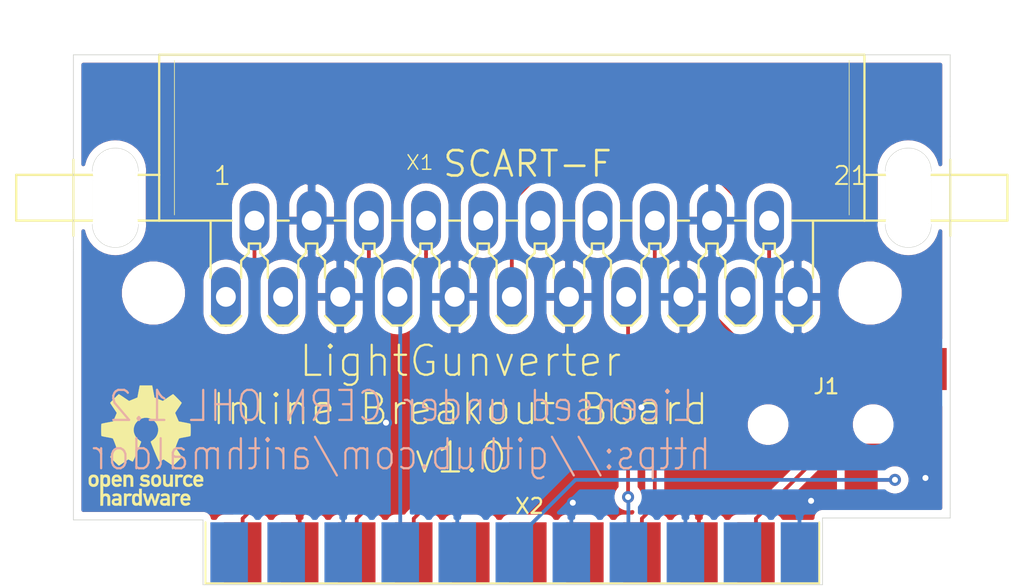
<source format=kicad_pcb>
(kicad_pcb (version 20171130) (host pcbnew "(5.1.0)-1")

  (general
    (thickness 1.6)
    (drawings 14)
    (tracks 71)
    (zones 0)
    (modules 6)
    (nets 23)
  )

  (page A4)
  (layers
    (0 F.Cu signal)
    (31 B.Cu signal)
    (32 B.Adhes user)
    (33 F.Adhes user)
    (34 B.Paste user)
    (35 F.Paste user)
    (36 B.SilkS user)
    (37 F.SilkS user)
    (38 B.Mask user)
    (39 F.Mask user)
    (40 Dwgs.User user)
    (41 Cmts.User user)
    (42 Eco1.User user)
    (43 Eco2.User user)
    (44 Edge.Cuts user)
    (45 Margin user)
    (46 B.CrtYd user)
    (47 F.CrtYd user)
    (48 B.Fab user)
    (49 F.Fab user)
  )

  (setup
    (last_trace_width 0.25)
    (trace_clearance 0.2)
    (zone_clearance 0.508)
    (zone_45_only no)
    (trace_min 0.2)
    (via_size 0.8)
    (via_drill 0.4)
    (via_min_size 0.4)
    (via_min_drill 0.3)
    (uvia_size 0.3)
    (uvia_drill 0.1)
    (uvias_allowed no)
    (uvia_min_size 0.2)
    (uvia_min_drill 0.1)
    (edge_width 0.05)
    (segment_width 0.2)
    (pcb_text_width 0.3)
    (pcb_text_size 1.5 1.5)
    (mod_edge_width 0.12)
    (mod_text_size 1 1)
    (mod_text_width 0.15)
    (pad_size 2.2 2.8)
    (pad_drill 0)
    (pad_to_mask_clearance 0.051)
    (solder_mask_min_width 0.25)
    (aux_axis_origin 0 0)
    (visible_elements 7FFFFFFF)
    (pcbplotparams
      (layerselection 0x010f0_ffffffff)
      (usegerberextensions true)
      (usegerberattributes false)
      (usegerberadvancedattributes false)
      (creategerberjobfile false)
      (excludeedgelayer true)
      (linewidth 0.100000)
      (plotframeref false)
      (viasonmask false)
      (mode 1)
      (useauxorigin false)
      (hpglpennumber 1)
      (hpglpenspeed 20)
      (hpglpendiameter 15.000000)
      (psnegative false)
      (psa4output false)
      (plotreference true)
      (plotvalue true)
      (plotinvisibletext false)
      (padsonsilk false)
      (subtractmaskfromsilk false)
      (outputformat 1)
      (mirror false)
      (drillshape 0)
      (scaleselection 1)
      (outputdirectory "Gerbers/"))
  )

  (net 0 "")
  (net 1 SYNC)
  (net 2 GND)
  (net 3 GREEN_IN)
  (net 4 GREEN_OUT)
  (net 5 "Net-(X1-Pad1)")
  (net 6 RIGHT)
  (net 7 "Net-(X1-Pad3)")
  (net 8 LEFT)
  (net 9 BLUE)
  (net 10 SWITCH)
  (net 11 "Net-(X1-Pad10)")
  (net 12 "Net-(X1-Pad12)")
  (net 13 "Net-(X1-Pad14)")
  (net 14 RED)
  (net 15 BLANKING)
  (net 16 "Net-(X1-Pad19)")
  (net 17 "Net-(X2-Pad19)")
  (net 18 "Net-(X2-Pad3)")
  (net 19 "Net-(X2-Pad1)")
  (net 20 "Net-(X2-Pad14)")
  (net 21 "Net-(X2-Pad12)")
  (net 22 "Net-(X2-Pad10)")

  (net_class Default "This is the default net class."
    (clearance 0.2)
    (trace_width 0.25)
    (via_dia 0.8)
    (via_drill 0.4)
    (uvia_dia 0.3)
    (uvia_drill 0.1)
    (add_net BLANKING)
    (add_net BLUE)
    (add_net GND)
    (add_net GREEN_IN)
    (add_net GREEN_OUT)
    (add_net LEFT)
    (add_net "Net-(X1-Pad1)")
    (add_net "Net-(X1-Pad10)")
    (add_net "Net-(X1-Pad12)")
    (add_net "Net-(X1-Pad14)")
    (add_net "Net-(X1-Pad19)")
    (add_net "Net-(X1-Pad3)")
    (add_net "Net-(X2-Pad1)")
    (add_net "Net-(X2-Pad10)")
    (add_net "Net-(X2-Pad12)")
    (add_net "Net-(X2-Pad14)")
    (add_net "Net-(X2-Pad19)")
    (add_net "Net-(X2-Pad3)")
    (add_net RED)
    (add_net RIGHT)
    (add_net SWITCH)
    (add_net SYNC)
  )

  (module MountingHole:MountingHole_3.2mm_M3 (layer F.Cu) (tedit 56D1B4CB) (tstamp 5CAA47E7)
    (at 168.656 110.236)
    (descr "Mounting Hole 3.2mm, no annular, M3")
    (tags "mounting hole 3.2mm no annular m3")
    (attr virtual)
    (fp_text reference REF** (at 0 -4.2) (layer F.SilkS) hide
      (effects (font (size 1 1) (thickness 0.15)))
    )
    (fp_text value MountingHole_3.2mm_M3 (at 0 4.2) (layer F.Fab)
      (effects (font (size 1 1) (thickness 0.15)))
    )
    (fp_text user %R (at 0.3 0) (layer F.Fab)
      (effects (font (size 1 1) (thickness 0.15)))
    )
    (fp_circle (center 0 0) (end 3.2 0) (layer Cmts.User) (width 0.15))
    (fp_circle (center 0 0) (end 3.45 0) (layer F.CrtYd) (width 0.05))
    (pad 1 np_thru_hole circle (at 0 0) (size 3.2 3.2) (drill 3.2) (layers *.Cu *.Mask))
  )

  (module MountingHole:MountingHole_3.2mm_M3 (layer F.Cu) (tedit 56D1B4CB) (tstamp 5CAA46FC)
    (at 120.904 110.236)
    (descr "Mounting Hole 3.2mm, no annular, M3")
    (tags "mounting hole 3.2mm no annular m3")
    (attr virtual)
    (fp_text reference REF** (at 0 -4.2) (layer F.SilkS) hide
      (effects (font (size 1 1) (thickness 0.15)))
    )
    (fp_text value MountingHole_3.2mm_M3 (at 0 4.2) (layer F.Fab)
      (effects (font (size 1 1) (thickness 0.15)))
    )
    (fp_circle (center 0 0) (end 3.45 0) (layer F.CrtYd) (width 0.05))
    (fp_circle (center 0 0) (end 3.2 0) (layer Cmts.User) (width 0.15))
    (fp_text user %R (at 0.3 0) (layer F.Fab)
      (effects (font (size 1 1) (thickness 0.15)))
    )
    (pad 1 np_thru_hole circle (at 0 0) (size 3.2 3.2) (drill 3.2) (layers *.Cu *.Mask))
  )

  (module "SCART to DVI-A Compact:SCART-F" (layer F.Cu) (tedit 0) (tstamp 5CA9B355)
    (at 144.78 105.41 180)
    (descr "TV SCART <B>CONNECTOR</B>")
    (path /5CA94CC4)
    (fp_text reference X1 (at 7.112 3.302 180) (layer F.SilkS)
      (effects (font (size 0.9652 0.9652) (thickness 0.09652)) (justify left bottom))
    )
    (fp_text value SCART-F (at -17.78 10.16 180) (layer F.Fab)
      (effects (font (size 1.6891 1.6891) (thickness 0.16891)) (justify left bottom))
    )
    (fp_line (start -23.495 11.049) (end 23.495 11.049) (layer F.SilkS) (width 0.1524))
    (fp_line (start 23.495 11.049) (end 23.495 3.048) (layer F.SilkS) (width 0.1524))
    (fp_line (start 23.495 3.048) (end 33.02 3.048) (layer F.SilkS) (width 0.1524))
    (fp_line (start 33.02 3.048) (end 33.02 0) (layer F.SilkS) (width 0.1524))
    (fp_line (start 33.02 0) (end 23.495 0) (layer F.SilkS) (width 0.1524))
    (fp_line (start 23.495 0) (end 20.066 0) (layer F.SilkS) (width 0.1524))
    (fp_line (start 20.066 0) (end 18.669 0) (layer F.SilkS) (width 0.1524))
    (fp_line (start 23.495 3.048) (end 23.495 0) (layer F.SilkS) (width 0.1524))
    (fp_line (start 22.479 0.381) (end 22.479 10.668) (layer F.SilkS) (width 0.0508))
    (fp_line (start 20.066 0) (end 20.066 -3.81) (layer F.SilkS) (width 0.1524))
    (fp_line (start 18.669 -6.985) (end 18.034 -6.35) (layer F.SilkS) (width 0.1524))
    (fp_line (start 20.066 -6.35) (end 19.431 -6.985) (layer F.SilkS) (width 0.1524))
    (fp_line (start 20.066 -3.81) (end 20.066 -6.35) (layer F.Fab) (width 0.1524))
    (fp_line (start 18.034 -6.35) (end 18.034 -3.81) (layer F.Fab) (width 0.1524))
    (fp_line (start 18.034 -3.81) (end 18.034 -2.667) (layer F.SilkS) (width 0.1524))
    (fp_line (start 18.034 -2.667) (end 17.526 -2.159) (layer F.SilkS) (width 0.1524))
    (fp_line (start 17.526 -2.159) (end 17.526 -1.524) (layer F.SilkS) (width 0.1524))
    (fp_line (start 16.764 -1.524) (end 16.764 -2.159) (layer F.SilkS) (width 0.1524))
    (fp_line (start 16.764 -2.159) (end 16.256 -2.667) (layer F.SilkS) (width 0.1524))
    (fp_line (start 16.256 -2.667) (end 16.256 -3.81) (layer F.SilkS) (width 0.1524))
    (fp_line (start 16.256 -3.81) (end 16.256 -6.35) (layer F.Fab) (width 0.1524))
    (fp_line (start 16.256 -6.35) (end 15.621 -6.985) (layer F.SilkS) (width 0.1524))
    (fp_line (start 15.621 -6.985) (end 14.859 -6.985) (layer F.SilkS) (width 0.1524))
    (fp_line (start 14.859 -6.985) (end 14.224 -6.35) (layer F.SilkS) (width 0.1524))
    (fp_line (start 14.224 -6.35) (end 14.224 -3.81) (layer F.Fab) (width 0.1524))
    (fp_line (start 14.224 -3.81) (end 14.224 -2.667) (layer F.SilkS) (width 0.1524))
    (fp_line (start 18.669 -6.985) (end 19.431 -6.985) (layer F.SilkS) (width 0.1524))
    (fp_line (start 14.224 -2.667) (end 13.716 -2.159) (layer F.SilkS) (width 0.1524))
    (fp_line (start 12.954 -2.159) (end 12.446 -2.667) (layer F.SilkS) (width 0.1524))
    (fp_line (start 12.446 -2.667) (end 12.446 -3.81) (layer F.SilkS) (width 0.1524))
    (fp_line (start 12.446 -3.81) (end 12.446 -6.35) (layer F.Fab) (width 0.1524))
    (fp_line (start 13.716 -2.159) (end 13.716 -1.524) (layer F.SilkS) (width 0.1524))
    (fp_line (start 12.954 -1.524) (end 12.954 -2.159) (layer F.SilkS) (width 0.1524))
    (fp_line (start 17.526 -1.524) (end 16.764 -1.524) (layer F.SilkS) (width 0.1524))
    (fp_line (start 13.716 -1.524) (end 12.954 -1.524) (layer F.SilkS) (width 0.1524))
    (fp_line (start 15.621 0) (end 14.859 0) (layer F.SilkS) (width 0.1524))
    (fp_line (start 15.621 0) (end 18.669 0) (layer F.Fab) (width 0.1524))
    (fp_line (start 11.811 0) (end 11.049 0) (layer F.SilkS) (width 0.1524))
    (fp_line (start 11.811 0) (end 14.859 0) (layer F.Fab) (width 0.1524))
    (fp_line (start 12.446 -6.35) (end 11.811 -6.985) (layer F.SilkS) (width 0.1524))
    (fp_line (start 11.811 -6.985) (end 11.049 -6.985) (layer F.SilkS) (width 0.1524))
    (fp_line (start 11.049 -6.985) (end 10.414 -6.35) (layer F.SilkS) (width 0.1524))
    (fp_line (start 10.414 -6.35) (end 10.414 -3.81) (layer F.Fab) (width 0.1524))
    (fp_line (start 10.414 -3.81) (end 10.414 -2.667) (layer F.SilkS) (width 0.1524))
    (fp_line (start 10.414 -2.667) (end 9.906 -2.159) (layer F.SilkS) (width 0.1524))
    (fp_line (start 9.906 -2.159) (end 9.906 -1.524) (layer F.SilkS) (width 0.1524))
    (fp_line (start 9.906 -1.524) (end 9.144 -1.524) (layer F.SilkS) (width 0.1524))
    (fp_line (start 9.144 -1.524) (end 9.144 -2.159) (layer F.SilkS) (width 0.1524))
    (fp_line (start 9.144 -2.159) (end 8.636 -2.667) (layer F.SilkS) (width 0.1524))
    (fp_line (start 8.636 -2.667) (end 8.636 -3.81) (layer F.SilkS) (width 0.1524))
    (fp_line (start 8.636 -3.81) (end 8.636 -6.35) (layer F.Fab) (width 0.1524))
    (fp_line (start 8.636 -6.35) (end 8.001 -6.985) (layer F.SilkS) (width 0.1524))
    (fp_line (start 8.001 -6.985) (end 7.239 -6.985) (layer F.SilkS) (width 0.1524))
    (fp_line (start 7.239 -6.985) (end 6.604 -6.35) (layer F.SilkS) (width 0.1524))
    (fp_line (start 6.604 -6.35) (end 6.604 -3.81) (layer F.Fab) (width 0.1524))
    (fp_line (start 6.604 -3.81) (end 6.604 -2.667) (layer F.SilkS) (width 0.1524))
    (fp_line (start 6.604 -2.667) (end 6.096 -2.159) (layer F.SilkS) (width 0.1524))
    (fp_line (start 6.096 -2.159) (end 6.096 -1.524) (layer F.SilkS) (width 0.1524))
    (fp_line (start 6.096 -1.524) (end 5.334 -1.524) (layer F.SilkS) (width 0.1524))
    (fp_line (start 5.334 -1.524) (end 5.334 -2.159) (layer F.SilkS) (width 0.1524))
    (fp_line (start 5.334 -2.159) (end 4.826 -2.667) (layer F.SilkS) (width 0.1524))
    (fp_line (start 4.826 -2.667) (end 4.826 -3.81) (layer F.SilkS) (width 0.1524))
    (fp_line (start 4.826 -3.81) (end 4.826 -6.35) (layer F.Fab) (width 0.1524))
    (fp_line (start 4.826 -6.35) (end 4.191 -6.985) (layer F.SilkS) (width 0.1524))
    (fp_line (start 4.191 -6.985) (end 3.429 -6.985) (layer F.SilkS) (width 0.1524))
    (fp_line (start 3.429 -6.985) (end 2.794 -6.35) (layer F.SilkS) (width 0.1524))
    (fp_line (start 2.794 -6.35) (end 2.794 -3.81) (layer F.Fab) (width 0.1524))
    (fp_line (start 2.794 -3.81) (end 2.794 -2.667) (layer F.SilkS) (width 0.1524))
    (fp_line (start 2.794 -2.667) (end 2.286 -2.159) (layer F.SilkS) (width 0.1524))
    (fp_line (start 2.286 -2.159) (end 2.286 -1.524) (layer F.SilkS) (width 0.1524))
    (fp_line (start 2.286 -1.524) (end 1.524 -1.524) (layer F.SilkS) (width 0.1524))
    (fp_line (start 1.524 -1.524) (end 1.524 -2.159) (layer F.SilkS) (width 0.1524))
    (fp_line (start 1.524 -2.159) (end 1.016 -2.667) (layer F.SilkS) (width 0.1524))
    (fp_line (start 1.016 -2.667) (end 1.016 -3.81) (layer F.SilkS) (width 0.1524))
    (fp_line (start 1.016 -3.81) (end 1.016 -6.35) (layer F.Fab) (width 0.1524))
    (fp_line (start 8.001 0) (end 7.239 0) (layer F.SilkS) (width 0.1524))
    (fp_line (start 4.191 0) (end 3.429 0) (layer F.SilkS) (width 0.1524))
    (fp_line (start 0.381 0) (end -0.381 0) (layer F.SilkS) (width 0.1524))
    (fp_line (start 8.001 0) (end 11.049 0) (layer F.Fab) (width 0.1524))
    (fp_line (start 4.191 0) (end 7.239 0) (layer F.Fab) (width 0.1524))
    (fp_line (start 0.381 0) (end 3.429 0) (layer F.Fab) (width 0.1524))
    (fp_line (start 1.016 -6.35) (end 0.381 -6.985) (layer F.SilkS) (width 0.1524))
    (fp_line (start 0.381 -6.985) (end -0.381 -6.985) (layer F.SilkS) (width 0.1524))
    (fp_line (start -0.381 -6.985) (end -1.016 -6.35) (layer F.SilkS) (width 0.1524))
    (fp_line (start -1.016 -6.35) (end -1.016 -3.81) (layer F.Fab) (width 0.1524))
    (fp_line (start -1.016 -3.81) (end -1.016 -2.667) (layer F.SilkS) (width 0.1524))
    (fp_line (start -1.016 -2.667) (end -1.524 -2.159) (layer F.SilkS) (width 0.1524))
    (fp_line (start -1.524 -2.159) (end -1.524 -1.524) (layer F.SilkS) (width 0.1524))
    (fp_line (start -1.524 -1.524) (end -2.286 -1.524) (layer F.SilkS) (width 0.1524))
    (fp_line (start -2.286 -1.524) (end -2.286 -2.159) (layer F.SilkS) (width 0.1524))
    (fp_line (start -2.286 -2.159) (end -2.794 -2.667) (layer F.SilkS) (width 0.1524))
    (fp_line (start -2.794 -2.667) (end -2.794 -3.81) (layer F.SilkS) (width 0.1524))
    (fp_line (start -2.794 -3.81) (end -2.794 -6.35) (layer F.Fab) (width 0.1524))
    (fp_line (start -2.794 -6.35) (end -3.429 -6.985) (layer F.SilkS) (width 0.1524))
    (fp_line (start -3.429 -6.985) (end -4.191 -6.985) (layer F.SilkS) (width 0.1524))
    (fp_line (start -4.191 -6.985) (end -4.826 -6.35) (layer F.SilkS) (width 0.1524))
    (fp_line (start -4.826 -6.35) (end -4.826 -3.81) (layer F.Fab) (width 0.1524))
    (fp_line (start -3.429 0) (end -4.191 0) (layer F.SilkS) (width 0.1524))
    (fp_line (start -3.429 0) (end -0.381 0) (layer F.Fab) (width 0.1524))
    (fp_line (start -4.826 -3.81) (end -4.826 -2.667) (layer F.SilkS) (width 0.1524))
    (fp_line (start -4.826 -2.667) (end -5.334 -2.159) (layer F.SilkS) (width 0.1524))
    (fp_line (start -5.334 -2.159) (end -5.334 -1.524) (layer F.SilkS) (width 0.1524))
    (fp_line (start -5.334 -1.524) (end -6.096 -1.524) (layer F.SilkS) (width 0.1524))
    (fp_line (start -6.096 -1.524) (end -6.096 -2.159) (layer F.SilkS) (width 0.1524))
    (fp_line (start -6.096 -2.159) (end -6.604 -2.667) (layer F.SilkS) (width 0.1524))
    (fp_line (start -6.604 -2.667) (end -6.604 -3.81) (layer F.SilkS) (width 0.1524))
    (fp_line (start -6.604 -3.81) (end -6.604 -6.35) (layer F.Fab) (width 0.1524))
    (fp_line (start -6.604 -6.35) (end -7.239 -6.985) (layer F.SilkS) (width 0.1524))
    (fp_line (start -7.239 -6.985) (end -8.001 -6.985) (layer F.SilkS) (width 0.1524))
    (fp_line (start -8.001 -6.985) (end -8.636 -6.35) (layer F.SilkS) (width 0.1524))
    (fp_line (start -8.636 -6.35) (end -8.636 -3.81) (layer F.Fab) (width 0.1524))
    (fp_line (start -8.636 -3.81) (end -8.636 -2.667) (layer F.SilkS) (width 0.1524))
    (fp_line (start -8.636 -2.667) (end -9.144 -2.159) (layer F.SilkS) (width 0.1524))
    (fp_line (start -9.144 -2.159) (end -9.144 -1.524) (layer F.SilkS) (width 0.1524))
    (fp_line (start -9.144 -1.524) (end -9.906 -1.524) (layer F.SilkS) (width 0.1524))
    (fp_line (start -9.906 -1.524) (end -9.906 -2.159) (layer F.SilkS) (width 0.1524))
    (fp_line (start -9.906 -2.159) (end -10.414 -2.667) (layer F.SilkS) (width 0.1524))
    (fp_line (start -10.414 -2.667) (end -10.414 -3.81) (layer F.SilkS) (width 0.1524))
    (fp_line (start -10.414 -3.81) (end -10.414 -6.35) (layer F.Fab) (width 0.1524))
    (fp_line (start -7.239 0) (end -8.001 0) (layer F.SilkS) (width 0.1524))
    (fp_line (start -7.239 0) (end -4.191 0) (layer F.Fab) (width 0.1524))
    (fp_line (start -11.049 0) (end -8.001 0) (layer F.Fab) (width 0.1524))
    (fp_line (start -10.414 -6.35) (end -11.049 -6.985) (layer F.SilkS) (width 0.1524))
    (fp_line (start -11.049 -6.985) (end -11.811 -6.985) (layer F.SilkS) (width 0.1524))
    (fp_line (start -11.049 0) (end -11.811 0) (layer F.SilkS) (width 0.1524))
    (fp_line (start -14.859 0) (end -15.621 0) (layer F.SilkS) (width 0.1524))
    (fp_line (start -14.859 0) (end -11.811 0) (layer F.Fab) (width 0.1524))
    (fp_line (start -11.811 -6.985) (end -12.446 -6.35) (layer F.SilkS) (width 0.1524))
    (fp_line (start -12.446 -6.35) (end -12.446 -3.81) (layer F.Fab) (width 0.1524))
    (fp_line (start -12.446 -3.81) (end -12.446 -2.667) (layer F.SilkS) (width 0.1524))
    (fp_line (start -12.446 -2.667) (end -12.954 -2.159) (layer F.SilkS) (width 0.1524))
    (fp_line (start -12.954 -2.159) (end -12.954 -1.524) (layer F.SilkS) (width 0.1524))
    (fp_line (start -12.954 -1.524) (end -13.716 -1.524) (layer F.SilkS) (width 0.1524))
    (fp_line (start -13.716 -1.524) (end -13.716 -2.159) (layer F.SilkS) (width 0.1524))
    (fp_line (start -13.716 -2.159) (end -14.224 -2.667) (layer F.SilkS) (width 0.1524))
    (fp_line (start -14.224 -2.667) (end -14.224 -3.81) (layer F.SilkS) (width 0.1524))
    (fp_line (start -14.224 -3.81) (end -14.224 -6.35) (layer F.Fab) (width 0.1524))
    (fp_line (start -14.224 -6.35) (end -14.859 -6.985) (layer F.SilkS) (width 0.1524))
    (fp_line (start -14.859 -6.985) (end -15.621 -6.985) (layer F.SilkS) (width 0.1524))
    (fp_line (start -15.621 -6.985) (end -16.256 -6.35) (layer F.SilkS) (width 0.1524))
    (fp_line (start -16.256 -6.35) (end -16.256 -3.81) (layer F.Fab) (width 0.1524))
    (fp_line (start -16.256 -3.81) (end -16.256 -2.667) (layer F.SilkS) (width 0.1524))
    (fp_line (start -16.256 -2.667) (end -16.764 -2.159) (layer F.SilkS) (width 0.1524))
    (fp_line (start -16.764 -2.159) (end -16.764 -1.524) (layer F.SilkS) (width 0.1524))
    (fp_line (start -16.764 -1.524) (end -17.526 -1.524) (layer F.SilkS) (width 0.1524))
    (fp_line (start -17.526 -1.524) (end -17.526 -2.159) (layer F.SilkS) (width 0.1524))
    (fp_line (start -17.526 -2.159) (end -18.034 -2.667) (layer F.SilkS) (width 0.1524))
    (fp_line (start -18.034 -2.667) (end -18.034 -3.81) (layer F.SilkS) (width 0.1524))
    (fp_line (start -18.034 -3.81) (end -18.034 -6.35) (layer F.Fab) (width 0.1524))
    (fp_line (start -18.669 0) (end -15.621 0) (layer F.Fab) (width 0.1524))
    (fp_line (start -18.669 0) (end -20.066 0) (layer F.SilkS) (width 0.1524))
    (fp_line (start -18.034 -6.35) (end -18.669 -6.985) (layer F.SilkS) (width 0.1524))
    (fp_line (start -18.669 -6.985) (end -19.431 -6.985) (layer F.SilkS) (width 0.1524))
    (fp_line (start -19.431 -6.985) (end -20.066 -6.35) (layer F.SilkS) (width 0.1524))
    (fp_line (start -20.066 -6.35) (end -20.066 -3.81) (layer F.Fab) (width 0.1524))
    (fp_line (start -20.066 0) (end -20.066 -3.81) (layer F.SilkS) (width 0.1524))
    (fp_line (start -20.066 0) (end -23.495 0) (layer F.SilkS) (width 0.1524))
    (fp_line (start -23.495 3.048) (end -23.495 0) (layer F.SilkS) (width 0.1524))
    (fp_line (start -23.495 0) (end -33.02 0) (layer F.SilkS) (width 0.1524))
    (fp_line (start -33.02 3.048) (end -33.02 0) (layer F.SilkS) (width 0.1524))
    (fp_line (start -33.02 3.048) (end -23.495 3.048) (layer F.SilkS) (width 0.1524))
    (fp_line (start -23.495 11.049) (end -23.495 3.048) (layer F.SilkS) (width 0.1524))
    (fp_line (start -22.479 0.381) (end -22.479 10.668) (layer F.SilkS) (width 0.0508))
    (fp_line (start 29.21 4.064) (end 29.21 -1.016) (layer F.SilkS) (width 0.1524))
    (fp_line (start -29.21 4.064) (end -29.21 -1.016) (layer F.SilkS) (width 0.1524))
    (fp_line (start 24.892 3.302) (end 24.892 -0.254) (layer Edge.Cuts) (width 0.0024))
    (fp_arc (start 26.416 3.302) (end 24.892 3.302) (angle -180) (layer Edge.Cuts) (width 0.05))
    (fp_arc (start 26.416 -0.253999) (end 24.892 -0.254) (angle 180) (layer Edge.Cuts) (width 0.05))
    (fp_line (start 27.94 -0.254) (end 27.94 3.302) (layer Edge.Cuts) (width 0.0024))
    (fp_line (start -27.94 3.302) (end -27.94 -0.254) (layer Edge.Cuts) (width 0.0024))
    (fp_arc (start -26.416 3.302) (end -27.94 3.302) (angle -180) (layer Edge.Cuts) (width 0.05))
    (fp_arc (start -26.416 -0.253999) (end -27.94 -0.254) (angle 180) (layer Edge.Cuts) (width 0.05))
    (fp_line (start -24.892 -0.254) (end -24.892 3.302) (layer Edge.Cuts) (width 0.0024))
    (fp_text user 3,0 (at 24.765 7.112 180) (layer Dwgs.User)
      (effects (font (size 1.6891 1.6891) (thickness 0.1778)) (justify left bottom))
    )
    (fp_text user 1 (at 19.939 2.286 180) (layer F.SilkS)
      (effects (font (size 1.2065 1.2065) (thickness 0.127)) (justify left bottom))
    )
    (fp_text user 21 (at -21.336 2.286 180) (layer F.SilkS)
      (effects (font (size 1.2065 1.2065) (thickness 0.127)) (justify left bottom))
    )
    (fp_text user long (at 31.877 7.62 270) (layer Dwgs.User)
      (effects (font (size 1.6891 1.6891) (thickness 0.1778)) (justify left bottom))
    )
    (fp_text user SCART-F (at 4.699 2.794 180) (layer F.SilkS)
      (effects (font (size 1.6891 1.6891) (thickness 0.1778)) (justify left bottom))
    )
    (fp_text user "3,0 " (at -28.067 7.112 180) (layer Dwgs.User)
      (effects (font (size 1.6891 1.6891) (thickness 0.1778)) (justify left bottom))
    )
    (fp_text user "long " (at -29.083 7.747 270) (layer Dwgs.User)
      (effects (font (size 1.6891 1.6891) (thickness 0.1778)) (justify left bottom))
    )
    (pad 1 thru_hole oval (at 19.05 -5.08 270) (size 3.9624 1.9812) (drill 1.3208) (layers *.Cu *.Mask)
      (net 5 "Net-(X1-Pad1)") (solder_mask_margin 0.1016))
    (pad 2 thru_hole oval (at 17.145 0 270) (size 3.9624 1.9812) (drill 1.3208) (layers *.Cu *.Mask)
      (net 6 RIGHT) (solder_mask_margin 0.1016))
    (pad 3 thru_hole oval (at 15.24 -5.08 270) (size 3.9624 1.9812) (drill 1.3208) (layers *.Cu *.Mask)
      (net 7 "Net-(X1-Pad3)") (solder_mask_margin 0.1016))
    (pad 4 thru_hole oval (at 13.335 0 270) (size 3.9624 1.9812) (drill 1.3208) (layers *.Cu *.Mask)
      (net 2 GND) (solder_mask_margin 0.1016))
    (pad 5 thru_hole oval (at 11.43 -5.08 270) (size 3.9624 1.9812) (drill 1.3208) (layers *.Cu *.Mask)
      (net 2 GND) (solder_mask_margin 0.1016))
    (pad 6 thru_hole oval (at 9.525 0 270) (size 3.9624 1.9812) (drill 1.3208) (layers *.Cu *.Mask)
      (net 8 LEFT) (solder_mask_margin 0.1016))
    (pad 7 thru_hole oval (at 7.62 -5.08 270) (size 3.9624 1.9812) (drill 1.3208) (layers *.Cu *.Mask)
      (net 9 BLUE) (solder_mask_margin 0.1016))
    (pad 8 thru_hole oval (at 5.715 0 270) (size 3.9624 1.9812) (drill 1.3208) (layers *.Cu *.Mask)
      (net 10 SWITCH) (solder_mask_margin 0.1016))
    (pad 9 thru_hole oval (at 3.81 -5.08 270) (size 3.9624 1.9812) (drill 1.3208) (layers *.Cu *.Mask)
      (net 2 GND) (solder_mask_margin 0.1016))
    (pad 10 thru_hole oval (at 1.905 0 270) (size 3.9624 1.9812) (drill 1.3208) (layers *.Cu *.Mask)
      (net 11 "Net-(X1-Pad10)") (solder_mask_margin 0.1016))
    (pad 11 thru_hole oval (at 0 -5.08 270) (size 3.9624 1.9812) (drill 1.3208) (layers *.Cu *.Mask)
      (net 3 GREEN_IN) (solder_mask_margin 0.1016))
    (pad 12 thru_hole oval (at -1.905 0 270) (size 3.9624 1.9812) (drill 1.3208) (layers *.Cu *.Mask)
      (net 12 "Net-(X1-Pad12)") (solder_mask_margin 0.1016))
    (pad 13 thru_hole oval (at -3.81 -5.08 270) (size 3.9624 1.9812) (drill 1.3208) (layers *.Cu *.Mask)
      (net 2 GND) (solder_mask_margin 0.1016))
    (pad 14 thru_hole oval (at -5.715 0 270) (size 3.9624 1.9812) (drill 1.3208) (layers *.Cu *.Mask)
      (net 13 "Net-(X1-Pad14)") (solder_mask_margin 0.1016))
    (pad 15 thru_hole oval (at -7.62 -5.08 270) (size 3.9624 1.9812) (drill 1.3208) (layers *.Cu *.Mask)
      (net 14 RED) (solder_mask_margin 0.1016))
    (pad 16 thru_hole oval (at -9.525 0 270) (size 3.9624 1.9812) (drill 1.3208) (layers *.Cu *.Mask)
      (net 15 BLANKING) (solder_mask_margin 0.1016))
    (pad 17 thru_hole oval (at -11.43 -5.08 270) (size 3.9624 1.9812) (drill 1.3208) (layers *.Cu *.Mask)
      (net 2 GND) (solder_mask_margin 0.1016))
    (pad 18 thru_hole oval (at -13.335 0 270) (size 3.9624 1.9812) (drill 1.3208) (layers *.Cu *.Mask)
      (net 2 GND) (solder_mask_margin 0.1016))
    (pad 19 thru_hole oval (at -15.24 -5.08 270) (size 3.9624 1.9812) (drill 1.3208) (layers *.Cu *.Mask)
      (net 16 "Net-(X1-Pad19)") (solder_mask_margin 0.1016))
    (pad 20 thru_hole oval (at -17.145 0 270) (size 3.9624 1.9812) (drill 1.3208) (layers *.Cu *.Mask)
      (net 1 SYNC) (solder_mask_margin 0.1016))
    (pad 21 thru_hole oval (at -19.05 -5.08 270) (size 3.9624 1.9812) (drill 1.3208) (layers *.Cu *.Mask)
      (net 2 GND) (solder_mask_margin 0.1016))
    (pad "" np_thru_hole circle (at 26.416 -0.254 180) (size 3.0226 3.0226) (drill 3.0226) (layers *.Cu *.Mask))
    (pad "" np_thru_hole circle (at 26.416 3.302 180) (size 3.0226 3.0226) (drill 3.0226) (layers *.Cu *.Mask))
    (pad "" np_thru_hole circle (at -26.416 -0.254 180) (size 3.0226 3.0226) (drill 3.0226) (layers *.Cu *.Mask))
    (pad "" np_thru_hole circle (at -26.416 3.302 180) (size 3.0226 3.0226) (drill 3.0226) (layers *.Cu *.Mask))
    (model D:/Downloads/2DVI/3d_conn_av/walter/conn_av/scart.wrl
      (offset (xyz 0 -2.25 0))
      (scale (xyz 1 1 1))
      (rotate (xyz 0 0 0))
    )
  )

  (module "Lightgunverter SCART Breakout:4POS_JACK" (layer F.Cu) (tedit 5CA97A38) (tstamp 5CAA3B0D)
    (at 173.355 118.999 180)
    (path /5CAB133D)
    (fp_text reference J1 (at 7.62 2.54 180) (layer F.SilkS)
      (effects (font (size 1 1) (thickness 0.15)))
    )
    (fp_text value AudioJack4 (at -1.27 0 180) (layer F.Fab)
      (effects (font (size 1 1) (thickness 0.15)))
    )
    (pad 2 smd rect (at 12.7 3.7 180) (size 2.8 2.8) (layers F.Cu F.Paste F.Mask)
      (net 3 GREEN_IN))
    (pad 3 smd rect (at 5.3 -3.7 180) (size 2.2 2.8) (layers F.Cu F.Paste F.Mask)
      (net 4 GREEN_OUT))
    (pad 4 smd rect (at 3.4 3.7 180) (size 2.2 2.8) (layers F.Cu F.Paste F.Mask)
      (net 2 GND))
    (pad 1 smd rect (at 0.6 3.7 180) (size 2 2.8) (layers F.Cu F.Paste F.Mask)
      (net 1 SYNC))
    (pad "" np_thru_hole circle (at 11.5 0 180) (size 1.7 1.7) (drill 1.7) (layers *.Cu *.Mask))
    (pad "" np_thru_hole circle (at 4.5 0 180) (size 1.7 1.7) (drill 1.7) (layers *.Cu *.Mask))
    (model D:/Downloads/2DVI/3d_conn_av/walter/conn_av/jack_3.5_pj313d-smt.wrl
      (offset (xyz 6.5 0 0))
      (scale (xyz 1 1 1))
      (rotate (xyz 0 0 90))
    )
  )

  (module Symbol:OSHW-Logo_7.5x8mm_SilkScreen (layer F.Cu) (tedit 0) (tstamp 5CA9E335)
    (at 120.396 120.396)
    (descr "Open Source Hardware Logo")
    (tags "Logo OSHW")
    (attr virtual)
    (fp_text reference REF** (at 0 0) (layer F.SilkS) hide
      (effects (font (size 1 1) (thickness 0.15)))
    )
    (fp_text value OSHW-Logo_7.5x8mm_SilkScreen (at 0.75 0) (layer F.Fab) hide
      (effects (font (size 1 1) (thickness 0.15)))
    )
    (fp_poly (pts (xy 0.500964 -3.601424) (xy 0.576513 -3.200678) (xy 1.134041 -2.970846) (xy 1.468465 -3.198252)
      (xy 1.562122 -3.261569) (xy 1.646782 -3.318104) (xy 1.718495 -3.365273) (xy 1.773311 -3.400498)
      (xy 1.80728 -3.421195) (xy 1.81653 -3.425658) (xy 1.833195 -3.41418) (xy 1.868806 -3.382449)
      (xy 1.919371 -3.334517) (xy 1.9809 -3.274438) (xy 2.049399 -3.206267) (xy 2.120879 -3.134055)
      (xy 2.191347 -3.061858) (xy 2.256811 -2.993727) (xy 2.31328 -2.933717) (xy 2.356763 -2.885881)
      (xy 2.383268 -2.854273) (xy 2.389605 -2.843695) (xy 2.380486 -2.824194) (xy 2.35492 -2.781469)
      (xy 2.315597 -2.719702) (xy 2.265203 -2.643069) (xy 2.206427 -2.555752) (xy 2.172368 -2.505948)
      (xy 2.110289 -2.415007) (xy 2.055126 -2.332941) (xy 2.009554 -2.263837) (xy 1.97625 -2.211778)
      (xy 1.95789 -2.18085) (xy 1.955131 -2.17435) (xy 1.961385 -2.155879) (xy 1.978434 -2.112828)
      (xy 2.003703 -2.051251) (xy 2.034622 -1.977201) (xy 2.068618 -1.89673) (xy 2.103118 -1.815893)
      (xy 2.135551 -1.740742) (xy 2.163343 -1.677329) (xy 2.183923 -1.631707) (xy 2.194719 -1.609931)
      (xy 2.195356 -1.609074) (xy 2.212307 -1.604916) (xy 2.257451 -1.595639) (xy 2.32611 -1.582156)
      (xy 2.413602 -1.565379) (xy 2.51525 -1.546219) (xy 2.574556 -1.53517) (xy 2.683172 -1.51449)
      (xy 2.781277 -1.494811) (xy 2.863909 -1.477211) (xy 2.926104 -1.462767) (xy 2.962899 -1.452554)
      (xy 2.970296 -1.449314) (xy 2.97754 -1.427383) (xy 2.983385 -1.377853) (xy 2.987835 -1.306515)
      (xy 2.990893 -1.219161) (xy 2.992565 -1.121583) (xy 2.992853 -1.019574) (xy 2.991761 -0.918925)
      (xy 2.989294 -0.825428) (xy 2.985456 -0.744875) (xy 2.98025 -0.683058) (xy 2.973681 -0.64577)
      (xy 2.969741 -0.638007) (xy 2.946188 -0.628702) (xy 2.896282 -0.6154) (xy 2.826623 -0.599663)
      (xy 2.743813 -0.583054) (xy 2.714905 -0.577681) (xy 2.575531 -0.552152) (xy 2.465436 -0.531592)
      (xy 2.380982 -0.515185) (xy 2.31853 -0.502113) (xy 2.274444 -0.491559) (xy 2.245085 -0.482706)
      (xy 2.226815 -0.474737) (xy 2.215998 -0.466835) (xy 2.214485 -0.465273) (xy 2.199377 -0.440114)
      (xy 2.176329 -0.39115) (xy 2.147644 -0.324379) (xy 2.115622 -0.245795) (xy 2.082565 -0.161393)
      (xy 2.050773 -0.07717) (xy 2.022549 0.000879) (xy 2.000193 0.066759) (xy 1.986007 0.114473)
      (xy 1.982293 0.138027) (xy 1.982602 0.138852) (xy 1.995189 0.158104) (xy 2.023744 0.200463)
      (xy 2.065267 0.261521) (xy 2.116756 0.336868) (xy 2.175211 0.422096) (xy 2.191858 0.446315)
      (xy 2.251215 0.534123) (xy 2.303447 0.614238) (xy 2.345708 0.682062) (xy 2.375153 0.732993)
      (xy 2.388937 0.762431) (xy 2.389605 0.766048) (xy 2.378024 0.785057) (xy 2.346024 0.822714)
      (xy 2.297718 0.874973) (xy 2.23722 0.937786) (xy 2.168644 1.007106) (xy 2.096104 1.078885)
      (xy 2.023712 1.149077) (xy 1.955584 1.213635) (xy 1.895832 1.26851) (xy 1.848571 1.309656)
      (xy 1.817913 1.333026) (xy 1.809432 1.336842) (xy 1.789691 1.327855) (xy 1.749274 1.303616)
      (xy 1.694763 1.268209) (xy 1.652823 1.239711) (xy 1.576829 1.187418) (xy 1.486834 1.125845)
      (xy 1.396564 1.06437) (xy 1.348032 1.031469) (xy 1.183762 0.920359) (xy 1.045869 0.994916)
      (xy 0.983049 1.027578) (xy 0.929629 1.052966) (xy 0.893484 1.067446) (xy 0.884284 1.06946)
      (xy 0.873221 1.054584) (xy 0.851394 1.012547) (xy 0.820434 0.947227) (xy 0.78197 0.8625)
      (xy 0.737632 0.762245) (xy 0.689047 0.650339) (xy 0.637846 0.530659) (xy 0.585659 0.407084)
      (xy 0.534113 0.283491) (xy 0.48484 0.163757) (xy 0.439467 0.051759) (xy 0.399625 -0.048623)
      (xy 0.366942 -0.133514) (xy 0.343049 -0.199035) (xy 0.329574 -0.24131) (xy 0.327406 -0.255828)
      (xy 0.344583 -0.274347) (xy 0.38219 -0.30441) (xy 0.432366 -0.339768) (xy 0.436578 -0.342566)
      (xy 0.566264 -0.446375) (xy 0.670834 -0.567485) (xy 0.749381 -0.702024) (xy 0.800999 -0.846118)
      (xy 0.824782 -0.995895) (xy 0.819823 -1.147483) (xy 0.785217 -1.297008) (xy 0.720057 -1.4406)
      (xy 0.700886 -1.472016) (xy 0.601174 -1.598875) (xy 0.483377 -1.700745) (xy 0.351571 -1.777096)
      (xy 0.209833 -1.827398) (xy 0.062242 -1.851121) (xy -0.087127 -1.847735) (xy -0.234197 -1.816712)
      (xy -0.374889 -1.75752) (xy -0.505127 -1.669631) (xy -0.545414 -1.633958) (xy -0.647945 -1.522294)
      (xy -0.722659 -1.404743) (xy -0.77391 -1.27298) (xy -0.802454 -1.142493) (xy -0.8095 -0.995784)
      (xy -0.786004 -0.848347) (xy -0.734351 -0.705166) (xy -0.656929 -0.571223) (xy -0.556125 -0.451502)
      (xy -0.434324 -0.350986) (xy -0.418316 -0.340391) (xy -0.367602 -0.305694) (xy -0.32905 -0.27563)
      (xy -0.310619 -0.256435) (xy -0.310351 -0.255828) (xy -0.314308 -0.235064) (xy -0.329993 -0.187938)
      (xy -0.355778 -0.118327) (xy -0.390031 -0.030107) (xy -0.431123 0.072844) (xy -0.477424 0.18665)
      (xy -0.527304 0.307435) (xy -0.579133 0.431321) (xy -0.631281 0.554432) (xy -0.682118 0.672891)
      (xy -0.730013 0.782823) (xy -0.773338 0.880349) (xy -0.810462 0.961593) (xy -0.839756 1.022679)
      (xy -0.859588 1.05973) (xy -0.867574 1.06946) (xy -0.891979 1.061883) (xy -0.937642 1.04156)
      (xy -0.99669 1.012125) (xy -1.02916 0.994916) (xy -1.167053 0.920359) (xy -1.331323 1.031469)
      (xy -1.415179 1.08839) (xy -1.506987 1.15103) (xy -1.59302 1.210011) (xy -1.636113 1.239711)
      (xy -1.696723 1.28041) (xy -1.748045 1.312663) (xy -1.783385 1.332384) (xy -1.794863 1.336554)
      (xy -1.81157 1.325307) (xy -1.848546 1.293911) (xy -1.902205 1.245624) (xy -1.968962 1.183708)
      (xy -2.045234 1.111421) (xy -2.093473 1.065008) (xy -2.177867 0.982087) (xy -2.250803 0.90792)
      (xy -2.309331 0.84568) (xy -2.350503 0.798541) (xy -2.371372 0.769673) (xy -2.373374 0.763815)
      (xy -2.364083 0.741532) (xy -2.338409 0.696477) (xy -2.2992 0.633211) (xy -2.249303 0.556295)
      (xy -2.191567 0.470292) (xy -2.175149 0.446315) (xy -2.115323 0.35917) (xy -2.06165 0.28071)
      (xy -2.01713 0.215345) (xy -1.984765 0.167484) (xy -1.967555 0.141535) (xy -1.965893 0.138852)
      (xy -1.968379 0.118172) (xy -1.981577 0.072704) (xy -2.003186 0.008444) (xy -2.030904 -0.068613)
      (xy -2.06243 -0.152471) (xy -2.095463 -0.237134) (xy -2.127701 -0.316608) (xy -2.156843 -0.384896)
      (xy -2.180588 -0.436003) (xy -2.196635 -0.463933) (xy -2.197775 -0.465273) (xy -2.207588 -0.473255)
      (xy -2.224161 -0.481149) (xy -2.251132 -0.489771) (xy -2.292139 -0.499938) (xy -2.35082 -0.512469)
      (xy -2.430813 -0.528179) (xy -2.535755 -0.547887) (xy -2.669285 -0.572408) (xy -2.698196 -0.577681)
      (xy -2.783882 -0.594236) (xy -2.858582 -0.610431) (xy -2.915694 -0.624704) (xy -2.948617 -0.635492)
      (xy -2.953031 -0.638007) (xy -2.960306 -0.660304) (xy -2.966219 -0.710131) (xy -2.970766 -0.781696)
      (xy -2.973945 -0.869207) (xy -2.975749 -0.966872) (xy -2.976177 -1.068899) (xy -2.975223 -1.169497)
      (xy -2.972884 -1.262873) (xy -2.969156 -1.343235) (xy -2.964034 -1.404791) (xy -2.957516 -1.44175)
      (xy -2.953586 -1.449314) (xy -2.931708 -1.456944) (xy -2.881891 -1.469358) (xy -2.809097 -1.485478)
      (xy -2.718289 -1.504227) (xy -2.614431 -1.524529) (xy -2.557846 -1.53517) (xy -2.450486 -1.55524)
      (xy -2.354746 -1.57342) (xy -2.275306 -1.588801) (xy -2.216846 -1.600469) (xy -2.184045 -1.607512)
      (xy -2.178646 -1.609074) (xy -2.169522 -1.626678) (xy -2.150235 -1.669082) (xy -2.123355 -1.730228)
      (xy -2.091454 -1.804057) (xy -2.057102 -1.884511) (xy -2.022871 -1.965532) (xy -1.991331 -2.041063)
      (xy -1.965054 -2.105045) (xy -1.946611 -2.15142) (xy -1.938571 -2.174131) (xy -1.938422 -2.175124)
      (xy -1.947535 -2.193039) (xy -1.973086 -2.234267) (xy -2.012388 -2.294709) (xy -2.062757 -2.370269)
      (xy -2.121506 -2.456848) (xy -2.155658 -2.506579) (xy -2.21789 -2.597764) (xy -2.273164 -2.680551)
      (xy -2.318782 -2.750751) (xy -2.352048 -2.804176) (xy -2.370264 -2.836639) (xy -2.372895 -2.843917)
      (xy -2.361586 -2.860855) (xy -2.330319 -2.897022) (xy -2.28309 -2.948365) (xy -2.223892 -3.010833)
      (xy -2.156719 -3.080374) (xy -2.085566 -3.152935) (xy -2.014426 -3.224465) (xy -1.947293 -3.290913)
      (xy -1.888161 -3.348226) (xy -1.841025 -3.392353) (xy -1.809877 -3.419241) (xy -1.799457 -3.425658)
      (xy -1.782491 -3.416635) (xy -1.741911 -3.391285) (xy -1.681663 -3.35219) (xy -1.605693 -3.301929)
      (xy -1.517946 -3.243083) (xy -1.451756 -3.198252) (xy -1.117332 -2.970846) (xy -0.838567 -3.085762)
      (xy -0.559803 -3.200678) (xy -0.484254 -3.601424) (xy -0.408706 -4.002171) (xy 0.425415 -4.002171)
      (xy 0.500964 -3.601424)) (layer F.SilkS) (width 0.01))
    (fp_poly (pts (xy 2.391388 1.937645) (xy 2.448865 1.955206) (xy 2.485872 1.977395) (xy 2.497927 1.994942)
      (xy 2.494609 2.015742) (xy 2.473079 2.048419) (xy 2.454874 2.071562) (xy 2.417344 2.113402)
      (xy 2.389148 2.131005) (xy 2.365111 2.129856) (xy 2.293808 2.11171) (xy 2.241442 2.112534)
      (xy 2.198918 2.133098) (xy 2.184642 2.145134) (xy 2.138947 2.187483) (xy 2.138947 2.740526)
      (xy 1.955131 2.740526) (xy 1.955131 1.938421) (xy 2.047039 1.938421) (xy 2.102219 1.940603)
      (xy 2.130688 1.948351) (xy 2.138943 1.963468) (xy 2.138947 1.963916) (xy 2.142845 1.979749)
      (xy 2.160474 1.977684) (xy 2.184901 1.966261) (xy 2.23535 1.945005) (xy 2.276316 1.932216)
      (xy 2.329028 1.928938) (xy 2.391388 1.937645)) (layer F.SilkS) (width 0.01))
    (fp_poly (pts (xy -1.002043 1.952226) (xy -0.960454 1.97209) (xy -0.920175 2.000784) (xy -0.88949 2.033809)
      (xy -0.867139 2.075931) (xy -0.851864 2.131915) (xy -0.842408 2.206528) (xy -0.837513 2.304535)
      (xy -0.835919 2.430702) (xy -0.835894 2.443914) (xy -0.835527 2.740526) (xy -1.019343 2.740526)
      (xy -1.019343 2.467081) (xy -1.019473 2.365777) (xy -1.020379 2.292353) (xy -1.022827 2.241271)
      (xy -1.027586 2.20699) (xy -1.035426 2.183971) (xy -1.047115 2.166673) (xy -1.063398 2.149581)
      (xy -1.120366 2.112857) (xy -1.182555 2.106042) (xy -1.241801 2.129261) (xy -1.262405 2.146543)
      (xy -1.27753 2.162791) (xy -1.28839 2.180191) (xy -1.29569 2.204212) (xy -1.300137 2.240322)
      (xy -1.302436 2.293988) (xy -1.303296 2.37068) (xy -1.303422 2.464043) (xy -1.303422 2.740526)
      (xy -1.487237 2.740526) (xy -1.487237 1.938421) (xy -1.395329 1.938421) (xy -1.340149 1.940603)
      (xy -1.31168 1.948351) (xy -1.303425 1.963468) (xy -1.303422 1.963916) (xy -1.299592 1.97872)
      (xy -1.282699 1.97704) (xy -1.249112 1.960773) (xy -1.172937 1.93684) (xy -1.0858 1.934178)
      (xy -1.002043 1.952226)) (layer F.SilkS) (width 0.01))
    (fp_poly (pts (xy 3.558784 1.935554) (xy 3.601574 1.945949) (xy 3.683609 1.984013) (xy 3.753757 2.042149)
      (xy 3.802305 2.111852) (xy 3.808975 2.127502) (xy 3.818124 2.168496) (xy 3.824529 2.229138)
      (xy 3.82671 2.29043) (xy 3.82671 2.406316) (xy 3.584407 2.406316) (xy 3.484471 2.406693)
      (xy 3.414069 2.408987) (xy 3.369313 2.414938) (xy 3.346315 2.426285) (xy 3.341189 2.444771)
      (xy 3.350048 2.472136) (xy 3.365917 2.504155) (xy 3.410184 2.557592) (xy 3.471699 2.584215)
      (xy 3.546885 2.583347) (xy 3.632053 2.554371) (xy 3.705659 2.518611) (xy 3.766734 2.566904)
      (xy 3.82781 2.615197) (xy 3.770351 2.668285) (xy 3.693641 2.718445) (xy 3.599302 2.748688)
      (xy 3.497827 2.757151) (xy 3.399711 2.741974) (xy 3.383881 2.736824) (xy 3.297647 2.691791)
      (xy 3.233501 2.624652) (xy 3.190091 2.533405) (xy 3.166064 2.416044) (xy 3.165784 2.413529)
      (xy 3.163633 2.285627) (xy 3.172329 2.239997) (xy 3.342105 2.239997) (xy 3.357697 2.247013)
      (xy 3.400029 2.252388) (xy 3.462434 2.255457) (xy 3.501981 2.255921) (xy 3.575728 2.25563)
      (xy 3.62184 2.253783) (xy 3.6461 2.248912) (xy 3.654294 2.239555) (xy 3.652206 2.224245)
      (xy 3.650455 2.218322) (xy 3.62056 2.162668) (xy 3.573542 2.117815) (xy 3.532049 2.098105)
      (xy 3.476926 2.099295) (xy 3.421068 2.123875) (xy 3.374212 2.16457) (xy 3.346094 2.214108)
      (xy 3.342105 2.239997) (xy 3.172329 2.239997) (xy 3.185074 2.173133) (xy 3.227611 2.078727)
      (xy 3.288747 2.005088) (xy 3.365985 1.954893) (xy 3.45683 1.930822) (xy 3.558784 1.935554)) (layer F.SilkS) (width 0.01))
    (fp_poly (pts (xy 2.946576 1.945419) (xy 3.043395 1.986549) (xy 3.07389 2.006571) (xy 3.112865 2.03734)
      (xy 3.137331 2.061533) (xy 3.141578 2.069413) (xy 3.129584 2.086899) (xy 3.098887 2.11657)
      (xy 3.074312 2.137279) (xy 3.007046 2.191336) (xy 2.95393 2.146642) (xy 2.912884 2.117789)
      (xy 2.872863 2.107829) (xy 2.827059 2.110261) (xy 2.754324 2.128345) (xy 2.704256 2.165881)
      (xy 2.673829 2.226562) (xy 2.660017 2.314081) (xy 2.660013 2.314136) (xy 2.661208 2.411958)
      (xy 2.679772 2.48373) (xy 2.716804 2.532595) (xy 2.74205 2.549143) (xy 2.809097 2.569749)
      (xy 2.880709 2.569762) (xy 2.943015 2.549768) (xy 2.957763 2.54) (xy 2.99475 2.515047)
      (xy 3.023668 2.510958) (xy 3.054856 2.52953) (xy 3.089336 2.562887) (xy 3.143912 2.619196)
      (xy 3.083318 2.669142) (xy 2.989698 2.725513) (xy 2.884125 2.753293) (xy 2.773798 2.751282)
      (xy 2.701343 2.732862) (xy 2.616656 2.68731) (xy 2.548927 2.61565) (xy 2.518157 2.565066)
      (xy 2.493236 2.492488) (xy 2.480766 2.400569) (xy 2.48067 2.300948) (xy 2.49287 2.205267)
      (xy 2.51729 2.125169) (xy 2.521136 2.116956) (xy 2.578093 2.036413) (xy 2.655209 1.977771)
      (xy 2.74639 1.942247) (xy 2.845543 1.931057) (xy 2.946576 1.945419)) (layer F.SilkS) (width 0.01))
    (fp_poly (pts (xy 1.320131 2.198533) (xy 1.32171 2.321089) (xy 1.327481 2.414179) (xy 1.338991 2.481651)
      (xy 1.35779 2.527355) (xy 1.385426 2.555139) (xy 1.423448 2.568854) (xy 1.470526 2.572358)
      (xy 1.519832 2.568432) (xy 1.557283 2.554089) (xy 1.584428 2.525478) (xy 1.602815 2.478751)
      (xy 1.613993 2.410058) (xy 1.619511 2.31555) (xy 1.620921 2.198533) (xy 1.620921 1.938421)
      (xy 1.804736 1.938421) (xy 1.804736 2.740526) (xy 1.712828 2.740526) (xy 1.657422 2.738281)
      (xy 1.628891 2.730396) (xy 1.620921 2.715428) (xy 1.61612 2.702097) (xy 1.597014 2.704917)
      (xy 1.558504 2.723783) (xy 1.470239 2.752887) (xy 1.376623 2.750825) (xy 1.286921 2.719221)
      (xy 1.244204 2.694257) (xy 1.211621 2.667226) (xy 1.187817 2.633405) (xy 1.171439 2.588068)
      (xy 1.161131 2.526489) (xy 1.155541 2.443943) (xy 1.153312 2.335705) (xy 1.153026 2.252004)
      (xy 1.153026 1.938421) (xy 1.320131 1.938421) (xy 1.320131 2.198533)) (layer F.SilkS) (width 0.01))
    (fp_poly (pts (xy 0.811669 1.94831) (xy 0.896192 1.99434) (xy 0.962321 2.067006) (xy 0.993478 2.126106)
      (xy 1.006855 2.178305) (xy 1.015522 2.252719) (xy 1.019237 2.338442) (xy 1.017754 2.424569)
      (xy 1.010831 2.500193) (xy 1.002745 2.540584) (xy 0.975465 2.59584) (xy 0.92822 2.65453)
      (xy 0.871282 2.705852) (xy 0.814924 2.739005) (xy 0.81355 2.739531) (xy 0.743616 2.754018)
      (xy 0.660737 2.754377) (xy 0.581977 2.741188) (xy 0.551566 2.730617) (xy 0.473239 2.686201)
      (xy 0.417143 2.628007) (xy 0.380286 2.550965) (xy 0.35968 2.450001) (xy 0.355018 2.397116)
      (xy 0.355613 2.330663) (xy 0.534736 2.330663) (xy 0.54077 2.42763) (xy 0.558138 2.501523)
      (xy 0.58574 2.548736) (xy 0.605404 2.562237) (xy 0.655787 2.571651) (xy 0.715673 2.568864)
      (xy 0.767449 2.555316) (xy 0.781027 2.547862) (xy 0.816849 2.504451) (xy 0.840493 2.438014)
      (xy 0.850558 2.357161) (xy 0.845642 2.270502) (xy 0.834655 2.218349) (xy 0.803109 2.157951)
      (xy 0.753311 2.120197) (xy 0.693337 2.107143) (xy 0.631264 2.120849) (xy 0.583582 2.154372)
      (xy 0.558525 2.182031) (xy 0.5439 2.209294) (xy 0.536929 2.24619) (xy 0.534833 2.30275)
      (xy 0.534736 2.330663) (xy 0.355613 2.330663) (xy 0.356282 2.255994) (xy 0.379265 2.140271)
      (xy 0.423972 2.049941) (xy 0.490405 1.985) (xy 0.578565 1.945445) (xy 0.597495 1.940858)
      (xy 0.711266 1.93009) (xy 0.811669 1.94831)) (layer F.SilkS) (width 0.01))
    (fp_poly (pts (xy 0.018628 1.935547) (xy 0.081908 1.947548) (xy 0.147557 1.972648) (xy 0.154572 1.975848)
      (xy 0.204356 2.002026) (xy 0.238834 2.026353) (xy 0.249978 2.041937) (xy 0.239366 2.067353)
      (xy 0.213588 2.104853) (xy 0.202146 2.118852) (xy 0.154992 2.173954) (xy 0.094201 2.138086)
      (xy 0.036347 2.114192) (xy -0.0305 2.10142) (xy -0.094606 2.100613) (xy -0.144236 2.112615)
      (xy -0.156146 2.120105) (xy -0.178828 2.15445) (xy -0.181584 2.194013) (xy -0.164612 2.22492)
      (xy -0.154573 2.230913) (xy -0.12449 2.238357) (xy -0.071611 2.247106) (xy -0.006425 2.255467)
      (xy 0.0056 2.256778) (xy 0.110297 2.274888) (xy 0.186232 2.305651) (xy 0.236592 2.351907)
      (xy 0.264564 2.416497) (xy 0.273278 2.495387) (xy 0.26124 2.585065) (xy 0.222151 2.655486)
      (xy 0.155855 2.706777) (xy 0.062194 2.739067) (xy -0.041777 2.751807) (xy -0.126562 2.751654)
      (xy -0.195335 2.740083) (xy -0.242303 2.724109) (xy -0.30165 2.696275) (xy -0.356494 2.663973)
      (xy -0.375987 2.649755) (xy -0.426119 2.608835) (xy -0.305197 2.486477) (xy -0.236457 2.531967)
      (xy -0.167512 2.566133) (xy -0.093889 2.584004) (xy -0.023117 2.585889) (xy 0.037274 2.572101)
      (xy 0.079757 2.542949) (xy 0.093474 2.518352) (xy 0.091417 2.478904) (xy 0.05733 2.448737)
      (xy -0.008692 2.427906) (xy -0.081026 2.418279) (xy -0.192348 2.39991) (xy -0.275048 2.365254)
      (xy -0.330235 2.313297) (xy -0.359012 2.243023) (xy -0.362999 2.159707) (xy -0.343307 2.072681)
      (xy -0.298411 2.006902) (xy -0.227909 1.962068) (xy -0.131399 1.937879) (xy -0.0599 1.933137)
      (xy 0.018628 1.935547)) (layer F.SilkS) (width 0.01))
    (fp_poly (pts (xy -1.802982 1.957027) (xy -1.78633 1.964866) (xy -1.728695 2.007086) (xy -1.674195 2.0687)
      (xy -1.633501 2.136543) (xy -1.621926 2.167734) (xy -1.611366 2.223449) (xy -1.605069 2.290781)
      (xy -1.604304 2.318585) (xy -1.604211 2.406316) (xy -2.10915 2.406316) (xy -2.098387 2.45227)
      (xy -2.071967 2.50662) (xy -2.025778 2.553591) (xy -1.970828 2.583848) (xy -1.935811 2.590131)
      (xy -1.888323 2.582506) (xy -1.831665 2.563383) (xy -1.812418 2.554584) (xy -1.741241 2.519036)
      (xy -1.680498 2.565367) (xy -1.645448 2.596703) (xy -1.626798 2.622567) (xy -1.625853 2.630158)
      (xy -1.642515 2.648556) (xy -1.67903 2.676515) (xy -1.712172 2.698327) (xy -1.801607 2.737537)
      (xy -1.901871 2.755285) (xy -2.001246 2.75067) (xy -2.080461 2.726551) (xy -2.16212 2.674884)
      (xy -2.220151 2.606856) (xy -2.256454 2.518843) (xy -2.272928 2.407216) (xy -2.274389 2.356138)
      (xy -2.268543 2.239091) (xy -2.267825 2.235686) (xy -2.100511 2.235686) (xy -2.095903 2.246662)
      (xy -2.076964 2.252715) (xy -2.037902 2.25531) (xy -1.972923 2.25591) (xy -1.947903 2.255921)
      (xy -1.871779 2.255014) (xy -1.823504 2.25172) (xy -1.79754 2.245181) (xy -1.788352 2.234537)
      (xy -1.788027 2.231119) (xy -1.798513 2.203956) (xy -1.824758 2.165903) (xy -1.836041 2.152579)
      (xy -1.877928 2.114896) (xy -1.921591 2.10008) (xy -1.945115 2.098842) (xy -2.008757 2.114329)
      (xy -2.062127 2.15593) (xy -2.095981 2.216353) (xy -2.096581 2.218322) (xy -2.100511 2.235686)
      (xy -2.267825 2.235686) (xy -2.249101 2.146928) (xy -2.214078 2.07319) (xy -2.171244 2.020848)
      (xy -2.092052 1.964092) (xy -1.99896 1.933762) (xy -1.899945 1.931021) (xy -1.802982 1.957027)) (layer F.SilkS) (width 0.01))
    (fp_poly (pts (xy -3.373216 1.947104) (xy -3.285795 1.985754) (xy -3.21943 2.05029) (xy -3.174024 2.140812)
      (xy -3.149482 2.257418) (xy -3.147723 2.275624) (xy -3.146344 2.403984) (xy -3.164216 2.516496)
      (xy -3.20025 2.607688) (xy -3.219545 2.637022) (xy -3.286755 2.699106) (xy -3.37235 2.739316)
      (xy -3.46811 2.756003) (xy -3.565813 2.747517) (xy -3.640083 2.72138) (xy -3.703953 2.677335)
      (xy -3.756154 2.619587) (xy -3.757057 2.618236) (xy -3.778256 2.582593) (xy -3.792033 2.546752)
      (xy -3.800376 2.501519) (xy -3.805273 2.437701) (xy -3.807431 2.385368) (xy -3.808329 2.33791)
      (xy -3.641257 2.33791) (xy -3.639624 2.385154) (xy -3.633696 2.448046) (xy -3.623239 2.488407)
      (xy -3.604381 2.517122) (xy -3.586719 2.533896) (xy -3.524106 2.569016) (xy -3.458592 2.57371)
      (xy -3.397579 2.54844) (xy -3.367072 2.520124) (xy -3.345089 2.491589) (xy -3.332231 2.464284)
      (xy -3.326588 2.42875) (xy -3.326249 2.375524) (xy -3.327988 2.326506) (xy -3.331729 2.256482)
      (xy -3.337659 2.211064) (xy -3.348347 2.18144) (xy -3.366361 2.158797) (xy -3.380637 2.145855)
      (xy -3.440349 2.11186) (xy -3.504766 2.110165) (xy -3.558781 2.130301) (xy -3.60486 2.172352)
      (xy -3.632311 2.241428) (xy -3.641257 2.33791) (xy -3.808329 2.33791) (xy -3.809401 2.281299)
      (xy -3.806036 2.203468) (xy -3.795955 2.14493) (xy -3.777774 2.098737) (xy -3.75011 2.057942)
      (xy -3.739854 2.045828) (xy -3.675722 1.985474) (xy -3.606934 1.95022) (xy -3.522811 1.93545)
      (xy -3.481791 1.934243) (xy -3.373216 1.947104)) (layer F.SilkS) (width 0.01))
    (fp_poly (pts (xy 2.701193 3.196078) (xy 2.781068 3.216845) (xy 2.847962 3.259705) (xy 2.880351 3.291723)
      (xy 2.933445 3.367413) (xy 2.963873 3.455216) (xy 2.974327 3.56315) (xy 2.97438 3.571875)
      (xy 2.974473 3.659605) (xy 2.469534 3.659605) (xy 2.480298 3.705559) (xy 2.499732 3.747178)
      (xy 2.533745 3.790544) (xy 2.54086 3.797467) (xy 2.602003 3.834935) (xy 2.671729 3.841289)
      (xy 2.751987 3.816638) (xy 2.765592 3.81) (xy 2.807319 3.789819) (xy 2.835268 3.778321)
      (xy 2.840145 3.777258) (xy 2.857168 3.787583) (xy 2.889633 3.812845) (xy 2.906114 3.82665)
      (xy 2.940264 3.858361) (xy 2.951478 3.879299) (xy 2.943695 3.89856) (xy 2.939535 3.903827)
      (xy 2.911357 3.926878) (xy 2.864862 3.954892) (xy 2.832434 3.971246) (xy 2.740385 4.000059)
      (xy 2.638476 4.009395) (xy 2.541963 3.998332) (xy 2.514934 3.990412) (xy 2.431276 3.945581)
      (xy 2.369266 3.876598) (xy 2.328545 3.782794) (xy 2.308755 3.663498) (xy 2.306582 3.601118)
      (xy 2.312926 3.510298) (xy 2.473157 3.510298) (xy 2.488655 3.517012) (xy 2.530312 3.52228)
      (xy 2.590876 3.525389) (xy 2.631907 3.525921) (xy 2.705711 3.525408) (xy 2.752293 3.523006)
      (xy 2.777848 3.517422) (xy 2.788569 3.507361) (xy 2.790657 3.492763) (xy 2.776331 3.447796)
      (xy 2.740262 3.403353) (xy 2.692815 3.369242) (xy 2.645349 3.355288) (xy 2.580879 3.367666)
      (xy 2.52507 3.403452) (xy 2.486374 3.455033) (xy 2.473157 3.510298) (xy 2.312926 3.510298)
      (xy 2.315821 3.468866) (xy 2.344336 3.363498) (xy 2.392729 3.284178) (xy 2.461604 3.230071)
      (xy 2.551565 3.200343) (xy 2.6003 3.194618) (xy 2.701193 3.196078)) (layer F.SilkS) (width 0.01))
    (fp_poly (pts (xy 2.173167 3.191447) (xy 2.237408 3.204112) (xy 2.27398 3.222864) (xy 2.312453 3.254017)
      (xy 2.257717 3.323127) (xy 2.223969 3.364979) (xy 2.201053 3.385398) (xy 2.178279 3.388517)
      (xy 2.144956 3.378472) (xy 2.129314 3.372789) (xy 2.065542 3.364404) (xy 2.00714 3.382378)
      (xy 1.964264 3.422982) (xy 1.957299 3.435929) (xy 1.949713 3.470224) (xy 1.943859 3.533427)
      (xy 1.940011 3.62106) (xy 1.938443 3.72864) (xy 1.938421 3.743944) (xy 1.938421 4.010526)
      (xy 1.754605 4.010526) (xy 1.754605 3.19171) (xy 1.846513 3.19171) (xy 1.899507 3.193094)
      (xy 1.927115 3.199252) (xy 1.937324 3.213194) (xy 1.938421 3.226344) (xy 1.938421 3.260978)
      (xy 1.98245 3.226344) (xy 2.032937 3.202716) (xy 2.10076 3.191033) (xy 2.173167 3.191447)) (layer F.SilkS) (width 0.01))
    (fp_poly (pts (xy 1.379992 3.196673) (xy 1.450427 3.21378) (xy 1.470787 3.222844) (xy 1.510253 3.246583)
      (xy 1.540541 3.273321) (xy 1.562952 3.307699) (xy 1.578786 3.35436) (xy 1.589343 3.417946)
      (xy 1.595924 3.503099) (xy 1.599828 3.614462) (xy 1.60131 3.688849) (xy 1.606765 4.010526)
      (xy 1.51358 4.010526) (xy 1.457047 4.008156) (xy 1.427922 4.000055) (xy 1.420394 3.986451)
      (xy 1.41642 3.971741) (xy 1.398652 3.974554) (xy 1.37444 3.986348) (xy 1.313828 4.004427)
      (xy 1.235929 4.009299) (xy 1.153995 4.00133) (xy 1.081281 3.980889) (xy 1.074759 3.978051)
      (xy 1.008302 3.931365) (xy 0.964491 3.866464) (xy 0.944332 3.7906) (xy 0.945872 3.763344)
      (xy 1.110345 3.763344) (xy 1.124837 3.800024) (xy 1.167805 3.826309) (xy 1.237129 3.840417)
      (xy 1.274177 3.84229) (xy 1.335919 3.837494) (xy 1.37696 3.818858) (xy 1.386973 3.81)
      (xy 1.4141 3.761806) (xy 1.420394 3.718092) (xy 1.420394 3.659605) (xy 1.33893 3.659605)
      (xy 1.244234 3.664432) (xy 1.177813 3.679613) (xy 1.135846 3.7062) (xy 1.126449 3.718052)
      (xy 1.110345 3.763344) (xy 0.945872 3.763344) (xy 0.948829 3.711026) (xy 0.978985 3.634995)
      (xy 1.020131 3.583612) (xy 1.045052 3.561397) (xy 1.069448 3.546798) (xy 1.101191 3.537897)
      (xy 1.148152 3.532775) (xy 1.218204 3.529515) (xy 1.24599 3.528577) (xy 1.420394 3.522879)
      (xy 1.420138 3.470091) (xy 1.413384 3.414603) (xy 1.388964 3.381052) (xy 1.33963 3.359618)
      (xy 1.338306 3.359236) (xy 1.26836 3.350808) (xy 1.199914 3.361816) (xy 1.149047 3.388585)
      (xy 1.128637 3.401803) (xy 1.106654 3.399974) (xy 1.072826 3.380824) (xy 1.052961 3.367308)
      (xy 1.014106 3.338432) (xy 0.990038 3.316786) (xy 0.986176 3.310589) (xy 1.002079 3.278519)
      (xy 1.049065 3.240219) (xy 1.069473 3.227297) (xy 1.128143 3.205041) (xy 1.207212 3.192432)
      (xy 1.295041 3.1896) (xy 1.379992 3.196673)) (layer F.SilkS) (width 0.01))
    (fp_poly (pts (xy 0.37413 3.195104) (xy 0.44022 3.200066) (xy 0.526626 3.459079) (xy 0.613031 3.718092)
      (xy 0.640124 3.626184) (xy 0.656428 3.569384) (xy 0.677875 3.492625) (xy 0.701035 3.408251)
      (xy 0.71328 3.362993) (xy 0.759344 3.19171) (xy 0.949387 3.19171) (xy 0.892582 3.371349)
      (xy 0.864607 3.459704) (xy 0.830813 3.566281) (xy 0.79552 3.677454) (xy 0.764013 3.776579)
      (xy 0.69225 4.002171) (xy 0.537286 4.012253) (xy 0.49527 3.873528) (xy 0.469359 3.787351)
      (xy 0.441083 3.692347) (xy 0.416369 3.608441) (xy 0.415394 3.605102) (xy 0.396935 3.548248)
      (xy 0.380649 3.509456) (xy 0.369242 3.494787) (xy 0.366898 3.496483) (xy 0.358671 3.519225)
      (xy 0.343038 3.56794) (xy 0.321904 3.636502) (xy 0.29717 3.718785) (xy 0.283787 3.764046)
      (xy 0.211311 4.010526) (xy 0.057495 4.010526) (xy -0.065469 3.622006) (xy -0.100012 3.513022)
      (xy -0.131479 3.414048) (xy -0.158384 3.329736) (xy -0.179241 3.264734) (xy -0.192562 3.223692)
      (xy -0.196612 3.211701) (xy -0.193406 3.199423) (xy -0.168235 3.194046) (xy -0.115854 3.194584)
      (xy -0.107655 3.19499) (xy -0.010518 3.200066) (xy 0.0531 3.434013) (xy 0.076484 3.519333)
      (xy 0.097381 3.594335) (xy 0.113951 3.652507) (xy 0.124354 3.687337) (xy 0.126276 3.693016)
      (xy 0.134241 3.686486) (xy 0.150304 3.652654) (xy 0.172621 3.596127) (xy 0.199345 3.52151)
      (xy 0.221937 3.454107) (xy 0.308041 3.190143) (xy 0.37413 3.195104)) (layer F.SilkS) (width 0.01))
    (fp_poly (pts (xy -0.267369 4.010526) (xy -0.359277 4.010526) (xy -0.412623 4.008962) (xy -0.440407 4.002485)
      (xy -0.45041 3.988418) (xy -0.451185 3.978906) (xy -0.452872 3.959832) (xy -0.46351 3.956174)
      (xy -0.491465 3.967932) (xy -0.513205 3.978906) (xy -0.596668 4.004911) (xy -0.687396 4.006416)
      (xy -0.761158 3.987021) (xy -0.829846 3.940165) (xy -0.882206 3.871004) (xy -0.910878 3.789427)
      (xy -0.911608 3.784866) (xy -0.915868 3.735101) (xy -0.917986 3.663659) (xy -0.917816 3.609626)
      (xy -0.73528 3.609626) (xy -0.731051 3.681441) (xy -0.721432 3.740634) (xy -0.70841 3.77406)
      (xy -0.659144 3.81974) (xy -0.60065 3.836115) (xy -0.540329 3.822873) (xy -0.488783 3.783373)
      (xy -0.469262 3.756807) (xy -0.457848 3.725106) (xy -0.452502 3.678832) (xy -0.451185 3.609328)
      (xy -0.453542 3.540499) (xy -0.459767 3.480026) (xy -0.468592 3.439556) (xy -0.470063 3.435929)
      (xy -0.505653 3.392802) (xy -0.5576 3.369124) (xy -0.615722 3.365301) (xy -0.66984 3.381738)
      (xy -0.709774 3.41884) (xy -0.713917 3.426222) (xy -0.726884 3.471239) (xy -0.733948 3.535967)
      (xy -0.73528 3.609626) (xy -0.917816 3.609626) (xy -0.917729 3.58223) (xy -0.916528 3.538405)
      (xy -0.908355 3.429988) (xy -0.89137 3.348588) (xy -0.863113 3.288412) (xy -0.821128 3.243666)
      (xy -0.780368 3.2174) (xy -0.723419 3.198935) (xy -0.652589 3.192602) (xy -0.580059 3.19776)
      (xy -0.518014 3.213769) (xy -0.485232 3.23292) (xy -0.451185 3.263732) (xy -0.451185 2.87421)
      (xy -0.267369 2.87421) (xy -0.267369 4.010526)) (layer F.SilkS) (width 0.01))
    (fp_poly (pts (xy -1.320119 3.193486) (xy -1.295112 3.200982) (xy -1.28705 3.217451) (xy -1.286711 3.224886)
      (xy -1.285264 3.245594) (xy -1.275302 3.248845) (xy -1.248388 3.234648) (xy -1.232402 3.224948)
      (xy -1.181967 3.204175) (xy -1.121728 3.193904) (xy -1.058566 3.193114) (xy -0.999363 3.200786)
      (xy -0.950998 3.215898) (xy -0.920354 3.237432) (xy -0.914311 3.264366) (xy -0.917361 3.27166)
      (xy -0.939594 3.301937) (xy -0.97407 3.339175) (xy -0.980306 3.345195) (xy -1.013167 3.372875)
      (xy -1.04152 3.381818) (xy -1.081173 3.375576) (xy -1.097058 3.371429) (xy -1.146491 3.361467)
      (xy -1.181248 3.365947) (xy -1.2106 3.381746) (xy -1.237487 3.402949) (xy -1.25729 3.429614)
      (xy -1.271052 3.466827) (xy -1.279816 3.519673) (xy -1.284626 3.593237) (xy -1.286526 3.692605)
      (xy -1.286711 3.752601) (xy -1.286711 4.010526) (xy -1.453816 4.010526) (xy -1.453816 3.19171)
      (xy -1.370264 3.19171) (xy -1.320119 3.193486)) (layer F.SilkS) (width 0.01))
    (fp_poly (pts (xy -1.839543 3.198184) (xy -1.76093 3.21916) (xy -1.701084 3.25718) (xy -1.658853 3.306978)
      (xy -1.645725 3.32823) (xy -1.636032 3.350492) (xy -1.629256 3.37897) (xy -1.624877 3.418871)
      (xy -1.622376 3.475401) (xy -1.621232 3.553767) (xy -1.620928 3.659176) (xy -1.620922 3.687142)
      (xy -1.620922 4.010526) (xy -1.701132 4.010526) (xy -1.752294 4.006943) (xy -1.790123 3.997866)
      (xy -1.799601 3.992268) (xy -1.825512 3.982606) (xy -1.851976 3.992268) (xy -1.895548 4.00433)
      (xy -1.95884 4.009185) (xy -2.02899 4.007078) (xy -2.09314 3.998256) (xy -2.130593 3.986937)
      (xy -2.203067 3.940412) (xy -2.24836 3.875846) (xy -2.268722 3.79) (xy -2.268912 3.787796)
      (xy -2.267125 3.749713) (xy -2.105527 3.749713) (xy -2.091399 3.79303) (xy -2.068388 3.817408)
      (xy -2.022196 3.835845) (xy -1.961225 3.843205) (xy -1.899051 3.839583) (xy -1.849249 3.825074)
      (xy -1.835297 3.815765) (xy -1.810915 3.772753) (xy -1.804737 3.723857) (xy -1.804737 3.659605)
      (xy -1.897182 3.659605) (xy -1.985005 3.666366) (xy -2.051582 3.68552) (xy -2.092998 3.715376)
      (xy -2.105527 3.749713) (xy -2.267125 3.749713) (xy -2.26451 3.694004) (xy -2.233576 3.619847)
      (xy -2.175419 3.563767) (xy -2.16738 3.558665) (xy -2.132837 3.542055) (xy -2.090082 3.531996)
      (xy -2.030314 3.527107) (xy -1.95931 3.525983) (xy -1.804737 3.525921) (xy -1.804737 3.461125)
      (xy -1.811294 3.41085) (xy -1.828025 3.377169) (xy -1.829984 3.375376) (xy -1.867217 3.360642)
      (xy -1.92342 3.354931) (xy -1.985533 3.357737) (xy -2.04049 3.368556) (xy -2.073101 3.384782)
      (xy -2.090772 3.39778) (xy -2.109431 3.400262) (xy -2.135181 3.389613) (xy -2.174127 3.363218)
      (xy -2.23237 3.318465) (xy -2.237716 3.314273) (xy -2.234977 3.29876) (xy -2.212124 3.27296)
      (xy -2.177391 3.244289) (xy -2.13901 3.220166) (xy -2.126952 3.21447) (xy -2.082966 3.203103)
      (xy -2.018513 3.194995) (xy -1.946503 3.191743) (xy -1.943136 3.191736) (xy -1.839543 3.198184)) (layer F.SilkS) (width 0.01))
    (fp_poly (pts (xy -2.53664 1.952468) (xy -2.501408 1.969874) (xy -2.45796 2.000206) (xy -2.426294 2.033283)
      (xy -2.404606 2.074817) (xy -2.391097 2.130522) (xy -2.383962 2.206111) (xy -2.3814 2.307296)
      (xy -2.38125 2.350797) (xy -2.381688 2.446135) (xy -2.383504 2.514271) (xy -2.387455 2.561418)
      (xy -2.394298 2.59379) (xy -2.404789 2.6176) (xy -2.415704 2.633843) (xy -2.485381 2.702952)
      (xy -2.567434 2.744521) (xy -2.65595 2.757023) (xy -2.745019 2.738934) (xy -2.773237 2.726142)
      (xy -2.84079 2.690931) (xy -2.84079 3.2427) (xy -2.791488 3.217205) (xy -2.726527 3.19748)
      (xy -2.64668 3.192427) (xy -2.566948 3.201756) (xy -2.506735 3.222714) (xy -2.456792 3.262627)
      (xy -2.414119 3.319741) (xy -2.41091 3.325605) (xy -2.397378 3.353227) (xy -2.387495 3.381068)
      (xy -2.380691 3.414794) (xy -2.376399 3.460071) (xy -2.374049 3.522562) (xy -2.373072 3.607935)
      (xy -2.372895 3.70401) (xy -2.372895 4.010526) (xy -2.556711 4.010526) (xy -2.556711 3.445339)
      (xy -2.608125 3.402077) (xy -2.661534 3.367472) (xy -2.712112 3.36118) (xy -2.76297 3.377372)
      (xy -2.790075 3.393227) (xy -2.810249 3.41581) (xy -2.824597 3.44994) (xy -2.834224 3.500434)
      (xy -2.840237 3.572111) (xy -2.84374 3.669788) (xy -2.844974 3.734802) (xy -2.849145 4.002171)
      (xy -2.936875 4.007222) (xy -3.024606 4.012273) (xy -3.024606 2.353101) (xy -2.84079 2.353101)
      (xy -2.836104 2.4456) (xy -2.820312 2.509809) (xy -2.790817 2.549759) (xy -2.74502 2.56948)
      (xy -2.69875 2.573421) (xy -2.646372 2.568892) (xy -2.61161 2.551069) (xy -2.589872 2.527519)
      (xy -2.57276 2.502189) (xy -2.562573 2.473969) (xy -2.55804 2.434431) (xy -2.557891 2.375142)
      (xy -2.559416 2.325498) (xy -2.562919 2.25071) (xy -2.568133 2.201611) (xy -2.576913 2.170467)
      (xy -2.591114 2.149545) (xy -2.604516 2.137452) (xy -2.660513 2.111081) (xy -2.726789 2.106822)
      (xy -2.764844 2.115906) (xy -2.802523 2.148196) (xy -2.827481 2.211006) (xy -2.839578 2.303894)
      (xy -2.84079 2.353101) (xy -3.024606 2.353101) (xy -3.024606 1.938421) (xy -2.932698 1.938421)
      (xy -2.877517 1.940603) (xy -2.849048 1.948351) (xy -2.840794 1.963468) (xy -2.84079 1.963916)
      (xy -2.83696 1.97872) (xy -2.820067 1.977039) (xy -2.786481 1.960772) (xy -2.708222 1.935887)
      (xy -2.620173 1.933271) (xy -2.53664 1.952468)) (layer F.SilkS) (width 0.01))
  )

  (module "Lightgunverter SCART Breakout:MALE_SCART" (layer F.Cu) (tedit 5CA95DE1) (tstamp 5CA9D563)
    (at 124.372 129.508)
    (path /5CA96A5F)
    (fp_text reference X2 (at 21.59 -5.08) (layer F.SilkS)
      (effects (font (size 1 1) (thickness 0.15)))
    )
    (fp_text value SCART-F (at 13.97 -5.08) (layer F.Fab)
      (effects (font (size 1 1) (thickness 0.15)))
    )
    (fp_line (start 0 -2.54) (end 0 -4.0005) (layer F.SilkS) (width 0.12))
    (fp_line (start 40.894 0.0635) (end 40.894 -4.0005) (layer F.SilkS) (width 0.12))
    (fp_line (start 0 0.0635) (end 40.894 0.0635) (layer F.SilkS) (width 0.12))
    (fp_line (start 0 0) (end 0 0.0635) (layer F.SilkS) (width 0.12))
    (fp_line (start 0 0) (end 0 -2.54) (layer F.SilkS) (width 0.12))
    (pad 21 smd rect (at 39.575 -2) (size 2.5 4) (layers B.Cu B.Paste B.Mask)
      (net 2 GND))
    (pad 19 smd rect (at 35.775 -2) (size 2.5 4) (layers B.Cu B.Paste B.Mask)
      (net 17 "Net-(X2-Pad19)"))
    (pad 17 smd rect (at 31.975 -2) (size 2.5 4) (layers B.Cu B.Paste B.Mask)
      (net 2 GND))
    (pad 15 smd rect (at 28.175 -2) (size 2.5 4) (layers B.Cu B.Paste B.Mask)
      (net 14 RED))
    (pad 13 smd rect (at 24.375 -2) (size 2.5 4) (layers B.Cu B.Paste B.Mask)
      (net 2 GND))
    (pad 11 smd rect (at 20.575 -2) (size 2.5 4) (layers B.Cu B.Paste B.Mask)
      (net 4 GREEN_OUT))
    (pad 9 smd rect (at 16.775 -2) (size 2.5 4) (layers B.Cu B.Paste B.Mask)
      (net 2 GND))
    (pad 7 smd rect (at 12.975 -2) (size 2.5 4) (layers B.Cu B.Paste B.Mask)
      (net 9 BLUE))
    (pad 5 smd rect (at 9.175 -2) (size 2.5 4) (layers B.Cu B.Paste B.Mask)
      (net 2 GND))
    (pad 3 smd rect (at 5.375 -2) (size 2.5 4) (layers B.Cu B.Paste B.Mask)
      (net 18 "Net-(X2-Pad3)"))
    (pad 1 smd rect (at 1.575 -2) (size 2.5 4) (layers B.Cu B.Paste B.Mask)
      (net 19 "Net-(X2-Pad1)"))
    (pad 20 smd rect (at 36.675 -2) (size 2.5 4) (layers F.Cu F.Paste F.Mask)
      (net 1 SYNC))
    (pad 18 smd rect (at 32.875 -2) (size 2.5 4) (layers F.Cu F.Paste F.Mask)
      (net 2 GND))
    (pad 16 smd rect (at 29.075 -2) (size 2.5 4) (layers F.Cu F.Paste F.Mask)
      (net 15 BLANKING))
    (pad 14 smd rect (at 25.275 -2) (size 2.5 4) (layers F.Cu F.Paste F.Mask)
      (net 20 "Net-(X2-Pad14)"))
    (pad 12 smd rect (at 21.475 -2) (size 2.5 4) (layers F.Cu F.Paste F.Mask)
      (net 21 "Net-(X2-Pad12)"))
    (pad 10 smd rect (at 17.675 -2) (size 2.5 4) (layers F.Cu F.Paste F.Mask)
      (net 22 "Net-(X2-Pad10)"))
    (pad 8 smd rect (at 13.875 -2) (size 2.5 4) (layers F.Cu F.Paste F.Mask)
      (net 10 SWITCH))
    (pad 6 smd rect (at 10.075 -2) (size 2.5 4) (layers F.Cu F.Paste F.Mask)
      (net 8 LEFT))
    (pad 4 smd rect (at 6.275 -2) (size 2.5 4) (layers F.Cu F.Paste F.Mask)
      (net 2 GND))
    (pad 2 smd rect (at 2.475 -2) (size 2.5 4) (layers F.Cu F.Paste F.Mask)
      (net 6 RIGHT))
  )

  (gr_line (start 115.57 125.349) (end 124.206 125.349) (layer Edge.Cuts) (width 0.05) (tstamp 5CAA4500))
  (gr_line (start 115.57 107.315) (end 115.57 125.349) (layer Edge.Cuts) (width 0.05))
  (gr_line (start 124.206 129.667) (end 124.206 125.349) (layer Edge.Cuts) (width 0.05))
  (gr_line (start 165.481 129.667) (end 124.206 129.667) (layer Edge.Cuts) (width 0.05))
  (gr_line (start 165.481 125.222) (end 165.481 129.667) (layer Edge.Cuts) (width 0.05))
  (gr_line (start 173.99 125.222) (end 173.99 124.587) (layer Edge.Cuts) (width 0.05) (tstamp 5CAA44FF))
  (gr_line (start 165.481 125.222) (end 173.99 125.222) (layer Edge.Cuts) (width 0.05))
  (gr_line (start 173.99 106.553) (end 173.99 124.587) (layer Edge.Cuts) (width 0.05))
  (gr_line (start 115.57 94.361) (end 115.57 107.315) (layer Edge.Cuts) (width 0.05))
  (gr_line (start 173.99 94.361) (end 115.57 94.361) (layer Edge.Cuts) (width 0.05))
  (gr_line (start 173.99 99.822) (end 173.99 94.361) (layer Edge.Cuts) (width 0.05))
  (gr_line (start 173.99 106.553) (end 173.99 99.822) (layer Edge.Cuts) (width 0.05))
  (gr_text "Licensed under CERN OHL 1.2\nhttps://github.com/arithmaldor" (at 137.414 119.38) (layer B.SilkS)
    (effects (font (size 2 1.7) (thickness 0.15)) (justify mirror))
  )
  (gr_text "LightGunverter\nInline Breakout Board\nv1.0" (at 141.351 117.983) (layer F.SilkS)
    (effects (font (size 2 2) (thickness 0.15)))
  )

  (segment (start 172.755 117.313) (end 172.755 115.299) (width 0.25) (layer F.Cu) (net 1))
  (segment (start 169.672 120.396) (end 172.755 117.313) (width 0.25) (layer F.Cu) (net 1))
  (segment (start 165.909 120.396) (end 169.672 120.396) (width 0.25) (layer F.Cu) (net 1))
  (segment (start 161.047 127.508) (end 161.047 125.258) (width 0.25) (layer F.Cu) (net 1))
  (segment (start 161.047 125.258) (end 165.909 120.396) (width 0.25) (layer F.Cu) (net 1))
  (segment (start 161.925 107.6412) (end 161.925 105.41) (width 0.25) (layer F.Cu) (net 1))
  (segment (start 161.925 112.522) (end 161.925 107.6412) (width 0.25) (layer F.Cu) (net 1))
  (segment (start 163.449 114.046) (end 161.925 112.522) (width 0.25) (layer F.Cu) (net 1))
  (segment (start 165.909 120.396) (end 163.449 117.936) (width 0.25) (layer F.Cu) (net 1))
  (segment (start 163.449 117.936) (end 163.449 114.046) (width 0.25) (layer F.Cu) (net 1))
  (via (at 164.719 124.079) (size 0.8) (drill 0.4) (layers F.Cu B.Cu) (net 2))
  (via (at 172.339 122.555) (size 0.8) (drill 0.4) (layers F.Cu B.Cu) (net 2))
  (via (at 153.416 117.856) (size 0.8) (drill 0.4) (layers F.Cu B.Cu) (net 2))
  (segment (start 130.647 125.258) (end 130.683 125.222) (width 0.25) (layer F.Cu) (net 2))
  (segment (start 130.647 127.508) (end 130.647 125.258) (width 0.25) (layer F.Cu) (net 2))
  (segment (start 130.683 125.222) (end 130.683 123.952) (width 0.25) (layer F.Cu) (net 2))
  (segment (start 157.247 127.508) (end 157.247 124.1) (width 0.25) (layer F.Cu) (net 2))
  (segment (start 163.947 125.258) (end 163.957 125.248) (width 0.25) (layer B.Cu) (net 2))
  (segment (start 163.947 127.508) (end 163.947 125.258) (width 0.25) (layer B.Cu) (net 2))
  (segment (start 163.957 125.248) (end 163.957 124.46) (width 0.25) (layer B.Cu) (net 2))
  (segment (start 156.347 127.508) (end 156.347 124.47) (width 0.25) (layer B.Cu) (net 2))
  (via (at 148.844 124.206) (size 0.8) (drill 0.4) (layers F.Cu B.Cu) (net 2))
  (segment (start 148.747 127.508) (end 148.747 124.303) (width 0.25) (layer B.Cu) (net 2))
  (segment (start 148.747 124.303) (end 148.844 124.206) (width 0.25) (layer B.Cu) (net 2))
  (segment (start 141.147 125.258) (end 141.224 125.181) (width 0.25) (layer B.Cu) (net 2))
  (segment (start 141.147 127.508) (end 141.147 125.258) (width 0.25) (layer B.Cu) (net 2))
  (segment (start 141.224 125.181) (end 141.224 124.206) (width 0.25) (layer B.Cu) (net 2))
  (segment (start 133.547 125.258) (end 133.604 125.201) (width 0.25) (layer B.Cu) (net 2))
  (segment (start 133.547 127.508) (end 133.547 125.258) (width 0.25) (layer B.Cu) (net 2))
  (segment (start 133.604 125.201) (end 133.604 123.444) (width 0.25) (layer B.Cu) (net 2))
  (via (at 136.398 118.872) (size 0.8) (drill 0.4) (layers F.Cu B.Cu) (net 2))
  (segment (start 144.78 104.14) (end 144.78 108.2588) (width 0.25) (layer F.Cu) (net 3))
  (segment (start 144.78 108.2588) (end 144.78 110.49) (width 0.25) (layer F.Cu) (net 3))
  (segment (start 146.177 102.743) (end 144.78 104.14) (width 0.25) (layer F.Cu) (net 3))
  (segment (start 158.623 102.743) (end 146.177 102.743) (width 0.25) (layer F.Cu) (net 3))
  (segment (start 160.655 114.173) (end 158.242 111.76) (width 0.25) (layer F.Cu) (net 3))
  (segment (start 160.655 115.299) (end 160.655 114.173) (width 0.25) (layer F.Cu) (net 3))
  (segment (start 158.242 111.76) (end 158.242 108.712) (width 0.25) (layer F.Cu) (net 3))
  (segment (start 158.242 108.712) (end 160.02 106.934) (width 0.25) (layer F.Cu) (net 3))
  (segment (start 160.02 106.934) (end 160.02 104.14) (width 0.25) (layer F.Cu) (net 3))
  (segment (start 160.02 104.14) (end 158.623 102.743) (width 0.25) (layer F.Cu) (net 3))
  (via (at 170.307 122.682) (size 0.8) (drill 0.4) (layers F.Cu B.Cu) (net 4))
  (segment (start 149.737998 122.682) (end 170.307 122.682) (width 0.25) (layer B.Cu) (net 4))
  (segment (start 149.023 122.682) (end 149.737998 122.682) (width 0.25) (layer B.Cu) (net 4))
  (segment (start 144.947 127.508) (end 144.947 126.758) (width 0.25) (layer B.Cu) (net 4))
  (segment (start 144.947 126.758) (end 149.023 122.682) (width 0.25) (layer B.Cu) (net 4))
  (segment (start 168.072 122.682) (end 168.055 122.699) (width 0.25) (layer F.Cu) (net 4))
  (segment (start 170.307 122.682) (end 168.072 122.682) (width 0.25) (layer F.Cu) (net 4))
  (segment (start 127.635 107.6412) (end 127.635 105.41) (width 0.25) (layer F.Cu) (net 6))
  (segment (start 127.635 124.47) (end 127.635 107.6412) (width 0.25) (layer F.Cu) (net 6))
  (segment (start 126.847 125.258) (end 127.635 124.47) (width 0.25) (layer F.Cu) (net 6))
  (segment (start 126.847 127.508) (end 126.847 125.258) (width 0.25) (layer F.Cu) (net 6))
  (segment (start 135.255 107.6412) (end 135.255 105.41) (width 0.25) (layer F.Cu) (net 8))
  (segment (start 135.255 124.45) (end 135.255 107.6412) (width 0.25) (layer F.Cu) (net 8))
  (segment (start 134.447 125.258) (end 135.255 124.45) (width 0.25) (layer F.Cu) (net 8))
  (segment (start 134.447 127.508) (end 134.447 125.258) (width 0.25) (layer F.Cu) (net 8))
  (segment (start 137.347 110.677) (end 137.16 110.49) (width 0.25) (layer B.Cu) (net 9))
  (segment (start 137.347 127.508) (end 137.347 110.677) (width 0.25) (layer B.Cu) (net 9))
  (segment (start 139.065 107.6412) (end 139.065 105.41) (width 0.25) (layer F.Cu) (net 10))
  (segment (start 139.065 124.44) (end 139.065 107.6412) (width 0.25) (layer F.Cu) (net 10))
  (segment (start 138.247 125.258) (end 139.065 124.44) (width 0.25) (layer F.Cu) (net 10))
  (segment (start 138.247 127.508) (end 138.247 125.258) (width 0.25) (layer F.Cu) (net 10))
  (via (at 152.527 123.825) (size 0.8) (drill 0.4) (layers F.Cu B.Cu) (net 14))
  (segment (start 152.547 127.508) (end 152.547 123.845) (width 0.25) (layer B.Cu) (net 14))
  (segment (start 152.547 123.845) (end 152.527 123.825) (width 0.25) (layer B.Cu) (net 14))
  (segment (start 152.527 110.617) (end 152.4 110.49) (width 0.25) (layer F.Cu) (net 14))
  (segment (start 152.527 123.825) (end 152.527 110.617) (width 0.25) (layer F.Cu) (net 14))
  (segment (start 154.305 107.6412) (end 154.305 105.41) (width 0.25) (layer F.Cu) (net 15))
  (segment (start 154.305 124.4) (end 154.305 107.6412) (width 0.25) (layer F.Cu) (net 15))
  (segment (start 153.447 125.258) (end 154.305 124.4) (width 0.25) (layer F.Cu) (net 15))
  (segment (start 153.447 127.508) (end 153.447 125.258) (width 0.25) (layer F.Cu) (net 15))

  (zone (net 2) (net_name GND) (layer F.Cu) (tstamp 5CAA4F2F) (hatch edge 0.508)
    (connect_pads (clearance 0.508))
    (min_thickness 0.254)
    (fill yes (arc_segments 32) (thermal_gap 0.508) (thermal_bridge_width 0.508))
    (polygon
      (pts
        (xy 114.3 93.98) (xy 175.26 93.98) (xy 175.26 125.73) (xy 114.3 125.73)
      )
    )
    (filled_polygon
      (pts
        (xy 173.33 99.854418) (xy 173.330001 99.854428) (xy 173.330001 101.658323) (xy 173.318528 101.600381) (xy 173.315803 101.591578)
        (xy 173.225868 101.308068) (xy 173.20229 101.253058) (xy 173.179508 101.197783) (xy 173.175125 101.189677) (xy 173.031836 100.929034)
        (xy 172.998048 100.879687) (xy 172.964936 100.82985) (xy 172.959062 100.822749) (xy 172.767876 100.594904) (xy 172.725146 100.55306)
        (xy 172.682987 100.510605) (xy 172.675846 100.504781) (xy 172.444045 100.318408) (xy 172.394031 100.28568) (xy 172.344398 100.252202)
        (xy 172.336261 100.247876) (xy 172.072675 100.110077) (xy 172.017219 100.087672) (xy 171.962068 100.064488) (xy 171.953246 100.061825)
        (xy 171.667915 99.977847) (xy 171.609175 99.966642) (xy 171.550558 99.954609) (xy 171.541386 99.95371) (xy 171.245178 99.926753)
        (xy 171.185361 99.927171) (xy 171.125544 99.926753) (xy 171.116372 99.927653) (xy 170.820569 99.958742) (xy 170.761972 99.970771)
        (xy 170.70321 99.98198) (xy 170.694388 99.984644) (xy 170.410257 100.072598) (xy 170.355139 100.095768) (xy 170.29965 100.118186)
        (xy 170.291514 100.122513) (xy 170.029878 100.263979) (xy 169.980311 100.297412) (xy 169.930232 100.330183) (xy 169.923091 100.336008)
        (xy 169.693915 100.525597) (xy 169.651774 100.568034) (xy 169.609024 100.609897) (xy 169.60315 100.616998) (xy 169.415164 100.847492)
        (xy 169.382049 100.897334) (xy 169.348265 100.946674) (xy 169.343882 100.954781) (xy 169.204246 101.217399) (xy 169.181458 101.272687)
        (xy 169.157886 101.327683) (xy 169.155162 101.336487) (xy 169.069193 101.621225) (xy 169.05757 101.679925) (xy 169.045137 101.738419)
        (xy 169.044174 101.747584) (xy 169.01515 102.043596) (xy 169.01515 102.172406) (xy 169.035801 102.276697) (xy 169.0358 105.497952)
        (xy 169.025478 105.5313) (xy 169.016932 105.612622) (xy 169.015299 105.62087) (xy 169.015299 105.628164) (xy 169.012016 105.659404)
        (xy 169.012016 105.66862) (xy 169.012165 105.689898) (xy 169.015298 105.7197) (xy 169.015298 105.74968) (xy 169.016262 105.758844)
        (xy 169.049416 106.054424) (xy 169.061853 106.112936) (xy 169.073471 106.171614) (xy 169.076196 106.180413) (xy 169.076197 106.180419)
        (xy 169.076199 106.180425) (xy 169.16613 106.463928) (xy 169.189691 106.518899) (xy 169.212491 106.574217) (xy 169.216874 106.582323)
        (xy 169.360163 106.842965) (xy 169.393947 106.892305) (xy 169.427062 106.942147) (xy 169.432936 106.949247) (xy 169.624122 107.177094)
        (xy 169.666853 107.218939) (xy 169.709013 107.261395) (xy 169.716155 107.267219) (xy 169.947956 107.453591) (xy 169.997968 107.486318)
        (xy 170.0476 107.519795) (xy 170.055737 107.524121) (xy 170.319323 107.661921) (xy 170.374783 107.684328) (xy 170.429931 107.707511)
        (xy 170.438753 107.710174) (xy 170.724083 107.794152) (xy 170.782837 107.80536) (xy 170.841441 107.81739) (xy 170.850613 107.818289)
        (xy 171.14682 107.845246) (xy 171.206638 107.844828) (xy 171.266455 107.845246) (xy 171.275626 107.844347) (xy 171.57143 107.813257)
        (xy 171.630017 107.80123) (xy 171.688787 107.79002) (xy 171.697609 107.787356) (xy 171.98174 107.699403) (xy 172.036883 107.676223)
        (xy 172.092348 107.653814) (xy 172.100485 107.649487) (xy 172.362121 107.508021) (xy 172.411705 107.474576) (xy 172.461768 107.441816)
        (xy 172.468909 107.435992) (xy 172.698085 107.246401) (xy 172.740224 107.203966) (xy 172.782974 107.162103) (xy 172.788848 107.155002)
        (xy 172.976834 106.924509) (xy 173.009938 106.874682) (xy 173.043733 106.825327) (xy 173.048116 106.817221) (xy 173.187753 106.554603)
        (xy 173.21056 106.499269) (xy 173.234114 106.444314) (xy 173.236838 106.435515) (xy 173.23684 106.435509) (xy 173.322806 106.150773)
        (xy 173.33 106.11444) (xy 173.33 113.260928) (xy 171.755 113.260928) (xy 171.630518 113.273188) (xy 171.51082 113.309498)
        (xy 171.405 113.366061) (xy 171.29918 113.309498) (xy 171.179482 113.273188) (xy 171.055 113.260928) (xy 170.24075 113.264)
        (xy 170.082 113.42275) (xy 170.082 115.172) (xy 170.102 115.172) (xy 170.102 115.426) (xy 170.082 115.426)
        (xy 170.082 117.17525) (xy 170.24075 117.334) (xy 171.055 117.337072) (xy 171.179482 117.324812) (xy 171.29918 117.288502)
        (xy 171.405 117.231939) (xy 171.51082 117.288502) (xy 171.630518 117.324812) (xy 171.66499 117.328207) (xy 170.306894 118.686305)
        (xy 170.282932 118.565842) (xy 170.17099 118.295589) (xy 170.008475 118.052368) (xy 169.801632 117.845525) (xy 169.558411 117.68301)
        (xy 169.288158 117.571068) (xy 169.00126 117.514) (xy 168.70874 117.514) (xy 168.421842 117.571068) (xy 168.151589 117.68301)
        (xy 167.908368 117.845525) (xy 167.701525 118.052368) (xy 167.53901 118.295589) (xy 167.427068 118.565842) (xy 167.37 118.85274)
        (xy 167.37 119.14526) (xy 167.427068 119.432158) (xy 167.511502 119.636) (xy 166.223802 119.636) (xy 164.209 117.621199)
        (xy 164.209 116.699) (xy 168.216928 116.699) (xy 168.229188 116.823482) (xy 168.265498 116.94318) (xy 168.324463 117.053494)
        (xy 168.403815 117.150185) (xy 168.500506 117.229537) (xy 168.61082 117.288502) (xy 168.730518 117.324812) (xy 168.855 117.337072)
        (xy 169.66925 117.334) (xy 169.828 117.17525) (xy 169.828 115.426) (xy 168.37875 115.426) (xy 168.22 115.58475)
        (xy 168.216928 116.699) (xy 164.209 116.699) (xy 164.209 114.083322) (xy 164.212676 114.045999) (xy 164.209 114.008676)
        (xy 164.209 114.008667) (xy 164.198199 113.899) (xy 168.216928 113.899) (xy 168.22 115.01325) (xy 168.37875 115.172)
        (xy 169.828 115.172) (xy 169.828 113.42275) (xy 169.66925 113.264) (xy 168.855 113.260928) (xy 168.730518 113.273188)
        (xy 168.61082 113.309498) (xy 168.500506 113.368463) (xy 168.403815 113.447815) (xy 168.324463 113.544506) (xy 168.265498 113.65482)
        (xy 168.229188 113.774518) (xy 168.216928 113.899) (xy 164.198199 113.899) (xy 164.198003 113.897014) (xy 164.154546 113.753753)
        (xy 164.083974 113.621724) (xy 164.070811 113.605685) (xy 164.012799 113.534996) (xy 164.012795 113.534992) (xy 163.989001 113.505999)
        (xy 163.960008 113.482205) (xy 163.510853 113.033051) (xy 163.703 112.941942) (xy 163.703 110.617) (xy 163.957 110.617)
        (xy 163.957 112.941942) (xy 164.208959 113.061411) (xy 164.334758 113.03106) (xy 164.627539 112.902795) (xy 164.889671 112.719876)
        (xy 165.11108 112.489332) (xy 165.283258 112.220023) (xy 165.399588 111.922299) (xy 165.4556 111.6076) (xy 165.4556 110.617)
        (xy 163.957 110.617) (xy 163.703 110.617) (xy 163.683 110.617) (xy 163.683 110.363) (xy 163.703 110.363)
        (xy 163.703 108.038058) (xy 163.957 108.038058) (xy 163.957 110.363) (xy 165.4556 110.363) (xy 165.4556 110.015872)
        (xy 166.421 110.015872) (xy 166.421 110.456128) (xy 166.50689 110.887925) (xy 166.675369 111.294669) (xy 166.919962 111.660729)
        (xy 167.231271 111.972038) (xy 167.597331 112.216631) (xy 168.004075 112.38511) (xy 168.435872 112.471) (xy 168.876128 112.471)
        (xy 169.307925 112.38511) (xy 169.714669 112.216631) (xy 170.080729 111.972038) (xy 170.392038 111.660729) (xy 170.636631 111.294669)
        (xy 170.80511 110.887925) (xy 170.891 110.456128) (xy 170.891 110.015872) (xy 170.80511 109.584075) (xy 170.636631 109.177331)
        (xy 170.392038 108.811271) (xy 170.080729 108.499962) (xy 169.714669 108.255369) (xy 169.307925 108.08689) (xy 168.876128 108.001)
        (xy 168.435872 108.001) (xy 168.004075 108.08689) (xy 167.597331 108.255369) (xy 167.231271 108.499962) (xy 166.919962 108.811271)
        (xy 166.675369 109.177331) (xy 166.50689 109.584075) (xy 166.421 110.015872) (xy 165.4556 110.015872) (xy 165.4556 109.3724)
        (xy 165.399588 109.057701) (xy 165.283258 108.759977) (xy 165.11108 108.490668) (xy 164.889671 108.260124) (xy 164.627539 108.077205)
        (xy 164.334758 107.94894) (xy 164.208959 107.918589) (xy 163.957 108.038058) (xy 163.703 108.038058) (xy 163.451041 107.918589)
        (xy 163.325242 107.94894) (xy 163.032461 108.077205) (xy 162.770329 108.260124) (xy 162.685 108.348974) (xy 162.685 107.837619)
        (xy 162.832504 107.758777) (xy 163.080034 107.555634) (xy 163.283177 107.308105) (xy 163.434125 107.0257) (xy 163.527078 106.719273)
        (xy 163.5506 106.480454) (xy 163.5506 104.339546) (xy 163.527078 104.100727) (xy 163.434125 103.7943) (xy 163.283177 103.511895)
        (xy 163.080034 103.264366) (xy 162.832505 103.061223) (xy 162.5501 102.910275) (xy 162.243673 102.817322) (xy 161.925 102.785935)
        (xy 161.606328 102.817322) (xy 161.299901 102.910275) (xy 161.017496 103.061223) (xy 160.769967 103.264366) (xy 160.566824 103.511895)
        (xy 160.53201 103.577027) (xy 160.531003 103.576201) (xy 159.186804 102.232003) (xy 159.163001 102.202999) (xy 159.047276 102.108026)
        (xy 158.915247 102.037454) (xy 158.771986 101.993997) (xy 158.660333 101.983) (xy 158.660322 101.983) (xy 158.623 101.979324)
        (xy 158.585678 101.983) (xy 146.214322 101.983) (xy 146.176999 101.979324) (xy 146.139676 101.983) (xy 146.139667 101.983)
        (xy 146.028014 101.993997) (xy 145.884753 102.037454) (xy 145.752724 102.108026) (xy 145.636999 102.202999) (xy 145.613201 102.231997)
        (xy 144.269003 103.576196) (xy 144.267991 103.577027) (xy 144.233177 103.511895) (xy 144.030034 103.264366) (xy 143.782505 103.061223)
        (xy 143.5001 102.910275) (xy 143.193673 102.817322) (xy 142.875 102.785935) (xy 142.556328 102.817322) (xy 142.249901 102.910275)
        (xy 141.967496 103.061223) (xy 141.719967 103.264366) (xy 141.516824 103.511895) (xy 141.365876 103.7943) (xy 141.272923 104.100727)
        (xy 141.249401 104.339546) (xy 141.2494 106.480453) (xy 141.272922 106.719272) (xy 141.365875 107.025699) (xy 141.516823 107.308104)
        (xy 141.719966 107.555634) (xy 141.967495 107.758777) (xy 142.2499 107.909725) (xy 142.556327 108.002678) (xy 142.875 108.034065)
        (xy 143.193672 108.002678) (xy 143.500099 107.909725) (xy 143.782504 107.758777) (xy 144.020001 107.563868) (xy 144.020001 108.06238)
        (xy 143.872496 108.141223) (xy 143.624967 108.344366) (xy 143.421824 108.591895) (xy 143.270876 108.8743) (xy 143.177923 109.180727)
        (xy 143.154401 109.419546) (xy 143.1544 111.560453) (xy 143.177922 111.799272) (xy 143.270875 112.105699) (xy 143.421823 112.388104)
        (xy 143.624966 112.635634) (xy 143.872495 112.838777) (xy 144.1549 112.989725) (xy 144.461327 113.082678) (xy 144.78 113.114065)
        (xy 145.098672 113.082678) (xy 145.405099 112.989725) (xy 145.687504 112.838777) (xy 145.935034 112.635634) (xy 146.138177 112.388105)
        (xy 146.289125 112.1057) (xy 146.382078 111.799273) (xy 146.4056 111.560454) (xy 146.4056 110.617) (xy 146.9644 110.617)
        (xy 146.9644 111.6076) (xy 147.020412 111.922299) (xy 147.136742 112.220023) (xy 147.30892 112.489332) (xy 147.530329 112.719876)
        (xy 147.792461 112.902795) (xy 148.085242 113.03106) (xy 148.211041 113.061411) (xy 148.463 112.941942) (xy 148.463 110.617)
        (xy 148.717 110.617) (xy 148.717 112.941942) (xy 148.968959 113.061411) (xy 149.094758 113.03106) (xy 149.387539 112.902795)
        (xy 149.649671 112.719876) (xy 149.87108 112.489332) (xy 150.043258 112.220023) (xy 150.159588 111.922299) (xy 150.2156 111.6076)
        (xy 150.2156 110.617) (xy 148.717 110.617) (xy 148.463 110.617) (xy 146.9644 110.617) (xy 146.4056 110.617)
        (xy 146.4056 109.419546) (xy 146.400957 109.3724) (xy 146.9644 109.3724) (xy 146.9644 110.363) (xy 148.463 110.363)
        (xy 148.463 108.038058) (xy 148.717 108.038058) (xy 148.717 110.363) (xy 150.2156 110.363) (xy 150.2156 109.3724)
        (xy 150.159588 109.057701) (xy 150.043258 108.759977) (xy 149.87108 108.490668) (xy 149.649671 108.260124) (xy 149.387539 108.077205)
        (xy 149.094758 107.94894) (xy 148.968959 107.918589) (xy 148.717 108.038058) (xy 148.463 108.038058) (xy 148.211041 107.918589)
        (xy 148.085242 107.94894) (xy 147.792461 108.077205) (xy 147.530329 108.260124) (xy 147.30892 108.490668) (xy 147.136742 108.759977)
        (xy 147.020412 109.057701) (xy 146.9644 109.3724) (xy 146.400957 109.3724) (xy 146.382078 109.180727) (xy 146.289125 108.8743)
        (xy 146.138177 108.591895) (xy 145.935034 108.344366) (xy 145.687505 108.141223) (xy 145.54 108.06238) (xy 145.54 107.563869)
        (xy 145.777495 107.758777) (xy 146.0599 107.909725) (xy 146.366327 108.002678) (xy 146.685 108.034065) (xy 147.003672 108.002678)
        (xy 147.310099 107.909725) (xy 147.592504 107.758777) (xy 147.840034 107.555634) (xy 148.043177 107.308105) (xy 148.194125 107.0257)
        (xy 148.287078 106.719273) (xy 148.3106 106.480454) (xy 148.3106 104.339546) (xy 148.287078 104.100727) (xy 148.194125 103.7943)
        (xy 148.043177 103.511895) (xy 148.035877 103.503) (xy 149.144124 103.503) (xy 149.136824 103.511895) (xy 148.985876 103.7943)
        (xy 148.892923 104.100727) (xy 148.869401 104.339546) (xy 148.8694 106.480453) (xy 148.892922 106.719272) (xy 148.985875 107.025699)
        (xy 149.136823 107.308104) (xy 149.339966 107.555634) (xy 149.587495 107.758777) (xy 149.8699 107.909725) (xy 150.176327 108.002678)
        (xy 150.495 108.034065) (xy 150.813672 108.002678) (xy 151.120099 107.909725) (xy 151.402504 107.758777) (xy 151.650034 107.555634)
        (xy 151.853177 107.308105) (xy 152.004125 107.0257) (xy 152.097078 106.719273) (xy 152.1206 106.480454) (xy 152.1206 104.339546)
        (xy 152.097078 104.100727) (xy 152.004125 103.7943) (xy 151.853177 103.511895) (xy 151.845877 103.503) (xy 152.954124 103.503)
        (xy 152.946824 103.511895) (xy 152.795876 103.7943) (xy 152.702923 104.100727) (xy 152.679401 104.339546) (xy 152.6794 106.480453)
        (xy 152.702922 106.719272) (xy 152.795875 107.025699) (xy 152.946823 107.308104) (xy 153.149966 107.555634) (xy 153.397495 107.758777)
        (xy 153.545001 107.83762) (xy 153.545001 108.336132) (xy 153.307505 108.141223) (xy 153.0251 107.990275) (xy 152.718673 107.897322)
        (xy 152.4 107.865935) (xy 152.081328 107.897322) (xy 151.774901 107.990275) (xy 151.492496 108.141223) (xy 151.244967 108.344366)
        (xy 151.041824 108.591895) (xy 150.890876 108.8743) (xy 150.797923 109.180727) (xy 150.774401 109.419546) (xy 150.7744 111.560453)
        (xy 150.797922 111.799272) (xy 150.890875 112.105699) (xy 151.041823 112.388104) (xy 151.244966 112.635634) (xy 151.492495 112.838777)
        (xy 151.767001 112.985503) (xy 151.767 123.121289) (xy 151.723063 123.165226) (xy 151.609795 123.334744) (xy 151.531774 123.523102)
        (xy 151.492 123.723061) (xy 151.492 123.926939) (xy 151.531774 124.126898) (xy 151.609795 124.315256) (xy 151.723063 124.484774)
        (xy 151.867226 124.628937) (xy 152.036744 124.742205) (xy 152.225102 124.820226) (xy 152.425061 124.86) (xy 152.628939 124.86)
        (xy 152.821973 124.821603) (xy 152.812026 124.833724) (xy 152.792674 124.869928) (xy 152.197 124.869928) (xy 152.072518 124.882188)
        (xy 151.95282 124.918498) (xy 151.842506 124.977463) (xy 151.745815 125.056815) (xy 151.666463 125.153506) (xy 151.629852 125.222)
        (xy 151.464148 125.222) (xy 151.427537 125.153506) (xy 151.348185 125.056815) (xy 151.251494 124.977463) (xy 151.14118 124.918498)
        (xy 151.021482 124.882188) (xy 150.897 124.869928) (xy 148.397 124.869928) (xy 148.272518 124.882188) (xy 148.15282 124.918498)
        (xy 148.042506 124.977463) (xy 147.945815 125.056815) (xy 147.866463 125.153506) (xy 147.829852 125.222) (xy 147.664148 125.222)
        (xy 147.627537 125.153506) (xy 147.548185 125.056815) (xy 147.451494 124.977463) (xy 147.34118 124.918498) (xy 147.221482 124.882188)
        (xy 147.097 124.869928) (xy 144.597 124.869928) (xy 144.472518 124.882188) (xy 144.35282 124.918498) (xy 144.242506 124.977463)
        (xy 144.145815 125.056815) (xy 144.066463 125.153506) (xy 144.029852 125.222) (xy 143.864148 125.222) (xy 143.827537 125.153506)
        (xy 143.748185 125.056815) (xy 143.651494 124.977463) (xy 143.54118 124.918498) (xy 143.421482 124.882188) (xy 143.297 124.869928)
        (xy 140.797 124.869928) (xy 140.672518 124.882188) (xy 140.55282 124.918498) (xy 140.442506 124.977463) (xy 140.345815 125.056815)
        (xy 140.266463 125.153506) (xy 140.229852 125.222) (xy 140.064148 125.222) (xy 140.027537 125.153506) (xy 139.948185 125.056815)
        (xy 139.851494 124.977463) (xy 139.74118 124.918498) (xy 139.672559 124.897682) (xy 139.699974 124.864276) (xy 139.770546 124.732247)
        (xy 139.814003 124.588986) (xy 139.825 124.477333) (xy 139.825 124.477325) (xy 139.828676 124.44) (xy 139.825 124.402675)
        (xy 139.825 112.631026) (xy 139.910329 112.719876) (xy 140.172461 112.902795) (xy 140.465242 113.03106) (xy 140.591041 113.061411)
        (xy 140.843 112.941942) (xy 140.843 110.617) (xy 141.097 110.617) (xy 141.097 112.941942) (xy 141.348959 113.061411)
        (xy 141.474758 113.03106) (xy 141.767539 112.902795) (xy 142.029671 112.719876) (xy 142.25108 112.489332) (xy 142.423258 112.220023)
        (xy 142.539588 111.922299) (xy 142.5956 111.6076) (xy 142.5956 110.617) (xy 141.097 110.617) (xy 140.843 110.617)
        (xy 140.823 110.617) (xy 140.823 110.363) (xy 140.843 110.363) (xy 140.843 108.038058) (xy 141.097 108.038058)
        (xy 141.097 110.363) (xy 142.5956 110.363) (xy 142.5956 109.3724) (xy 142.539588 109.057701) (xy 142.423258 108.759977)
        (xy 142.25108 108.490668) (xy 142.029671 108.260124) (xy 141.767539 108.077205) (xy 141.474758 107.94894) (xy 141.348959 107.918589)
        (xy 141.097 108.038058) (xy 140.843 108.038058) (xy 140.591041 107.918589) (xy 140.465242 107.94894) (xy 140.172461 108.077205)
        (xy 139.910329 108.260124) (xy 139.825 108.348974) (xy 139.825 107.837619) (xy 139.972504 107.758777) (xy 140.220034 107.555634)
        (xy 140.423177 107.308105) (xy 140.574125 107.0257) (xy 140.667078 106.719273) (xy 140.6906 106.480454) (xy 140.6906 104.339546)
        (xy 140.667078 104.100727) (xy 140.574125 103.7943) (xy 140.423177 103.511895) (xy 140.220034 103.264366) (xy 139.972505 103.061223)
        (xy 139.6901 102.910275) (xy 139.383673 102.817322) (xy 139.065 102.785935) (xy 138.746328 102.817322) (xy 138.439901 102.910275)
        (xy 138.157496 103.061223) (xy 137.909967 103.264366) (xy 137.706824 103.511895) (xy 137.555876 103.7943) (xy 137.462923 104.100727)
        (xy 137.439401 104.339546) (xy 137.4394 106.480453) (xy 137.462922 106.719272) (xy 137.555875 107.025699) (xy 137.706823 107.308104)
        (xy 137.909966 107.555634) (xy 138.157495 107.758777) (xy 138.305001 107.83762) (xy 138.305001 108.336132) (xy 138.067505 108.141223)
        (xy 137.7851 107.990275) (xy 137.478673 107.897322) (xy 137.16 107.865935) (xy 136.841328 107.897322) (xy 136.534901 107.990275)
        (xy 136.252496 108.141223) (xy 136.015 108.336132) (xy 136.015 107.837619) (xy 136.162504 107.758777) (xy 136.410034 107.555634)
        (xy 136.613177 107.308105) (xy 136.764125 107.0257) (xy 136.857078 106.719273) (xy 136.8806 106.480454) (xy 136.8806 104.339546)
        (xy 136.857078 104.100727) (xy 136.764125 103.7943) (xy 136.613177 103.511895) (xy 136.410034 103.264366) (xy 136.162505 103.061223)
        (xy 135.8801 102.910275) (xy 135.573673 102.817322) (xy 135.255 102.785935) (xy 134.936328 102.817322) (xy 134.629901 102.910275)
        (xy 134.347496 103.061223) (xy 134.099967 103.264366) (xy 133.896824 103.511895) (xy 133.745876 103.7943) (xy 133.652923 104.100727)
        (xy 133.629401 104.339546) (xy 133.6294 106.480453) (xy 133.652922 106.719272) (xy 133.745875 107.025699) (xy 133.896823 107.308104)
        (xy 134.099966 107.555634) (xy 134.347495 107.758777) (xy 134.495001 107.83762) (xy 134.495001 108.348975) (xy 134.409671 108.260124)
        (xy 134.147539 108.077205) (xy 133.854758 107.94894) (xy 133.728959 107.918589) (xy 133.477 108.038058) (xy 133.477 110.363)
        (xy 133.497 110.363) (xy 133.497 110.617) (xy 133.477 110.617) (xy 133.477 112.941942) (xy 133.728959 113.061411)
        (xy 133.854758 113.03106) (xy 134.147539 112.902795) (xy 134.409671 112.719876) (xy 134.495001 112.631026) (xy 134.495 124.135198)
        (xy 133.935998 124.694201) (xy 133.907 124.717999) (xy 133.883202 124.746997) (xy 133.883201 124.746998) (xy 133.812026 124.833724)
        (xy 133.792674 124.869928) (xy 133.197 124.869928) (xy 133.072518 124.882188) (xy 132.95282 124.918498) (xy 132.842506 124.977463)
        (xy 132.745815 125.056815) (xy 132.666463 125.153506) (xy 132.629852 125.222) (xy 132.464148 125.222) (xy 132.427537 125.153506)
        (xy 132.348185 125.056815) (xy 132.251494 124.977463) (xy 132.14118 124.918498) (xy 132.021482 124.882188) (xy 131.897 124.869928)
        (xy 130.93275 124.873) (xy 130.774 125.03175) (xy 130.774 125.222) (xy 130.52 125.222) (xy 130.52 125.03175)
        (xy 130.36125 124.873) (xy 129.397 124.869928) (xy 129.272518 124.882188) (xy 129.15282 124.918498) (xy 129.042506 124.977463)
        (xy 128.945815 125.056815) (xy 128.866463 125.153506) (xy 128.829852 125.222) (xy 128.664148 125.222) (xy 128.627537 125.153506)
        (xy 128.548185 125.056815) (xy 128.451494 124.977463) (xy 128.34118 124.918498) (xy 128.268251 124.896375) (xy 128.269974 124.894276)
        (xy 128.340546 124.762247) (xy 128.384003 124.618986) (xy 128.395 124.507333) (xy 128.395 124.507324) (xy 128.398676 124.470001)
        (xy 128.395 124.432678) (xy 128.395 112.643869) (xy 128.632495 112.838777) (xy 128.9149 112.989725) (xy 129.221327 113.082678)
        (xy 129.54 113.114065) (xy 129.858672 113.082678) (xy 130.165099 112.989725) (xy 130.447504 112.838777) (xy 130.695034 112.635634)
        (xy 130.898177 112.388105) (xy 131.049125 112.1057) (xy 131.142078 111.799273) (xy 131.1656 111.560454) (xy 131.1656 110.617)
        (xy 131.7244 110.617) (xy 131.7244 111.6076) (xy 131.780412 111.922299) (xy 131.896742 112.220023) (xy 132.06892 112.489332)
        (xy 132.290329 112.719876) (xy 132.552461 112.902795) (xy 132.845242 113.03106) (xy 132.971041 113.061411) (xy 133.223 112.941942)
        (xy 133.223 110.617) (xy 131.7244 110.617) (xy 131.1656 110.617) (xy 131.1656 109.419546) (xy 131.160957 109.3724)
        (xy 131.7244 109.3724) (xy 131.7244 110.363) (xy 133.223 110.363) (xy 133.223 108.038058) (xy 132.971041 107.918589)
        (xy 132.845242 107.94894) (xy 132.552461 108.077205) (xy 132.290329 108.260124) (xy 132.06892 108.490668) (xy 131.896742 108.759977)
        (xy 131.780412 109.057701) (xy 131.7244 109.3724) (xy 131.160957 109.3724) (xy 131.142078 109.180727) (xy 131.049125 108.8743)
        (xy 130.898177 108.591895) (xy 130.695034 108.344366) (xy 130.447505 108.141223) (xy 130.1651 107.990275) (xy 129.858673 107.897322)
        (xy 129.54 107.865935) (xy 129.221328 107.897322) (xy 128.914901 107.990275) (xy 128.632496 108.141223) (xy 128.395 108.336132)
        (xy 128.395 107.837619) (xy 128.542504 107.758777) (xy 128.790034 107.555634) (xy 128.993177 107.308105) (xy 129.144125 107.0257)
        (xy 129.237078 106.719273) (xy 129.2606 106.480454) (xy 129.2606 105.537) (xy 129.8194 105.537) (xy 129.8194 106.5276)
        (xy 129.875412 106.842299) (xy 129.991742 107.140023) (xy 130.16392 107.409332) (xy 130.385329 107.639876) (xy 130.647461 107.822795)
        (xy 130.940242 107.95106) (xy 131.066041 107.981411) (xy 131.318 107.861942) (xy 131.318 105.537) (xy 131.572 105.537)
        (xy 131.572 107.861942) (xy 131.823959 107.981411) (xy 131.949758 107.95106) (xy 132.242539 107.822795) (xy 132.504671 107.639876)
        (xy 132.72608 107.409332) (xy 132.898258 107.140023) (xy 133.014588 106.842299) (xy 133.0706 106.5276) (xy 133.0706 105.537)
        (xy 131.572 105.537) (xy 131.318 105.537) (xy 129.8194 105.537) (xy 129.2606 105.537) (xy 129.2606 104.339546)
        (xy 129.255957 104.2924) (xy 129.8194 104.2924) (xy 129.8194 105.283) (xy 131.318 105.283) (xy 131.318 102.958058)
        (xy 131.572 102.958058) (xy 131.572 105.283) (xy 133.0706 105.283) (xy 133.0706 104.2924) (xy 133.014588 103.977701)
        (xy 132.898258 103.679977) (xy 132.72608 103.410668) (xy 132.504671 103.180124) (xy 132.242539 102.997205) (xy 131.949758 102.86894)
        (xy 131.823959 102.838589) (xy 131.572 102.958058) (xy 131.318 102.958058) (xy 131.066041 102.838589) (xy 130.940242 102.86894)
        (xy 130.647461 102.997205) (xy 130.385329 103.180124) (xy 130.16392 103.410668) (xy 129.991742 103.679977) (xy 129.875412 103.977701)
        (xy 129.8194 104.2924) (xy 129.255957 104.2924) (xy 129.237078 104.100727) (xy 129.144125 103.7943) (xy 128.993177 103.511895)
        (xy 128.790034 103.264366) (xy 128.542505 103.061223) (xy 128.2601 102.910275) (xy 127.953673 102.817322) (xy 127.635 102.785935)
        (xy 127.316328 102.817322) (xy 127.009901 102.910275) (xy 126.727496 103.061223) (xy 126.479967 103.264366) (xy 126.276824 103.511895)
        (xy 126.125876 103.7943) (xy 126.032923 104.100727) (xy 126.009401 104.339546) (xy 126.0094 106.480453) (xy 126.032922 106.719272)
        (xy 126.125875 107.025699) (xy 126.276823 107.308104) (xy 126.479966 107.555634) (xy 126.727495 107.758777) (xy 126.875001 107.83762)
        (xy 126.875001 108.336132) (xy 126.637505 108.141223) (xy 126.3551 107.990275) (xy 126.048673 107.897322) (xy 125.73 107.865935)
        (xy 125.411328 107.897322) (xy 125.104901 107.990275) (xy 124.822496 108.141223) (xy 124.574967 108.344366) (xy 124.371824 108.591895)
        (xy 124.220876 108.8743) (xy 124.127923 109.180727) (xy 124.104401 109.419546) (xy 124.1044 111.560453) (xy 124.127922 111.799272)
        (xy 124.220875 112.105699) (xy 124.371823 112.388104) (xy 124.574966 112.635634) (xy 124.822495 112.838777) (xy 125.1049 112.989725)
        (xy 125.411327 113.082678) (xy 125.73 113.114065) (xy 126.048672 113.082678) (xy 126.355099 112.989725) (xy 126.637504 112.838777)
        (xy 126.875001 112.643868) (xy 126.875 124.155198) (xy 126.335998 124.694201) (xy 126.307 124.717999) (xy 126.283202 124.746997)
        (xy 126.283201 124.746998) (xy 126.212026 124.833724) (xy 126.192674 124.869928) (xy 125.597 124.869928) (xy 125.472518 124.882188)
        (xy 125.35282 124.918498) (xy 125.242506 124.977463) (xy 125.145815 125.056815) (xy 125.066463 125.153506) (xy 125.029852 125.222)
        (xy 124.856685 125.222) (xy 124.85645 125.219617) (xy 124.81871 125.095207) (xy 124.757425 124.98055) (xy 124.674948 124.880052)
        (xy 124.57445 124.797575) (xy 124.459793 124.73629) (xy 124.335383 124.69855) (xy 124.238419 124.689) (xy 124.206 124.685807)
        (xy 124.173581 124.689) (xy 116.23 124.689) (xy 116.23 110.015872) (xy 118.669 110.015872) (xy 118.669 110.456128)
        (xy 118.75489 110.887925) (xy 118.923369 111.294669) (xy 119.167962 111.660729) (xy 119.479271 111.972038) (xy 119.845331 112.216631)
        (xy 120.252075 112.38511) (xy 120.683872 112.471) (xy 121.124128 112.471) (xy 121.555925 112.38511) (xy 121.962669 112.216631)
        (xy 122.328729 111.972038) (xy 122.640038 111.660729) (xy 122.884631 111.294669) (xy 123.05311 110.887925) (xy 123.139 110.456128)
        (xy 123.139 110.015872) (xy 123.05311 109.584075) (xy 122.884631 109.177331) (xy 122.640038 108.811271) (xy 122.328729 108.499962)
        (xy 121.962669 108.255369) (xy 121.555925 108.08689) (xy 121.124128 108.001) (xy 120.683872 108.001) (xy 120.252075 108.08689)
        (xy 119.845331 108.255369) (xy 119.479271 108.499962) (xy 119.167962 108.811271) (xy 118.923369 109.177331) (xy 118.75489 109.584075)
        (xy 118.669 110.015872) (xy 116.23 110.015872) (xy 116.23 106.113678) (xy 116.241471 106.171614) (xy 116.244196 106.180413)
        (xy 116.244197 106.180419) (xy 116.244199 106.180425) (xy 116.33413 106.463928) (xy 116.357691 106.518899) (xy 116.380491 106.574217)
        (xy 116.384874 106.582323) (xy 116.528163 106.842965) (xy 116.561947 106.892305) (xy 116.595062 106.942147) (xy 116.600936 106.949247)
        (xy 116.792122 107.177094) (xy 116.834853 107.218939) (xy 116.877013 107.261395) (xy 116.884155 107.267219) (xy 117.115956 107.453591)
        (xy 117.165968 107.486318) (xy 117.2156 107.519795) (xy 117.223737 107.524121) (xy 117.487323 107.661921) (xy 117.542783 107.684328)
        (xy 117.597931 107.707511) (xy 117.606753 107.710174) (xy 117.892083 107.794152) (xy 117.950837 107.80536) (xy 118.009441 107.81739)
        (xy 118.018613 107.818289) (xy 118.31482 107.845246) (xy 118.374638 107.844828) (xy 118.434455 107.845246) (xy 118.443626 107.844347)
        (xy 118.73943 107.813257) (xy 118.798017 107.80123) (xy 118.856787 107.79002) (xy 118.865609 107.787356) (xy 119.14974 107.699403)
        (xy 119.204883 107.676223) (xy 119.260348 107.653814) (xy 119.268485 107.649487) (xy 119.530121 107.508021) (xy 119.579705 107.474576)
        (xy 119.629768 107.441816) (xy 119.636909 107.435992) (xy 119.866085 107.246401) (xy 119.908224 107.203966) (xy 119.950974 107.162103)
        (xy 119.956848 107.155002) (xy 120.144834 106.924509) (xy 120.177938 106.874682) (xy 120.211733 106.825327) (xy 120.216116 106.817221)
        (xy 120.355753 106.554603) (xy 120.37856 106.499269) (xy 120.402114 106.444314) (xy 120.404838 106.435515) (xy 120.40484 106.435509)
        (xy 120.490806 106.150773) (xy 120.502422 106.092108) (xy 120.514862 106.033584) (xy 120.515825 106.024419) (xy 120.54485 105.728406)
        (xy 120.54485 105.599596) (xy 120.5242 105.495305) (xy 120.5242 102.274047) (xy 120.534522 102.240699) (xy 120.543068 102.159377)
        (xy 120.544701 102.151129) (xy 120.544701 102.143835) (xy 120.547984 102.112594) (xy 120.547984 102.103379) (xy 120.547835 102.0821)
        (xy 120.544702 102.052298) (xy 120.544702 102.022319) (xy 120.543738 102.013154) (xy 120.510584 101.717575) (xy 120.498151 101.659081)
        (xy 120.486528 101.600381) (xy 120.483803 101.591578) (xy 120.393868 101.308068) (xy 120.37029 101.253058) (xy 120.347508 101.197783)
        (xy 120.343125 101.189677) (xy 120.199836 100.929034) (xy 120.166048 100.879687) (xy 120.132936 100.82985) (xy 120.127062 100.822749)
        (xy 119.935876 100.594904) (xy 119.893146 100.55306) (xy 119.850987 100.510605) (xy 119.843846 100.504781) (xy 119.612045 100.318408)
        (xy 119.562031 100.28568) (xy 119.512398 100.252202) (xy 119.504261 100.247876) (xy 119.240675 100.110077) (xy 119.185219 100.087672)
        (xy 119.130068 100.064488) (xy 119.121246 100.061825) (xy 118.835915 99.977847) (xy 118.777175 99.966642) (xy 118.718558 99.954609)
        (xy 118.709386 99.95371) (xy 118.413178 99.926753) (xy 118.353361 99.927171) (xy 118.293544 99.926753) (xy 118.284372 99.927653)
        (xy 117.988569 99.958742) (xy 117.929972 99.970771) (xy 117.87121 99.98198) (xy 117.862388 99.984644) (xy 117.578257 100.072598)
        (xy 117.523139 100.095768) (xy 117.46765 100.118186) (xy 117.459514 100.122513) (xy 117.197878 100.263979) (xy 117.148311 100.297412)
        (xy 117.098232 100.330183) (xy 117.091091 100.336008) (xy 116.861915 100.525597) (xy 116.819774 100.568034) (xy 116.777024 100.609897)
        (xy 116.77115 100.616998) (xy 116.583164 100.847492) (xy 116.550049 100.897334) (xy 116.516265 100.946674) (xy 116.511882 100.954781)
        (xy 116.372246 101.217399) (xy 116.349458 101.272687) (xy 116.325886 101.327683) (xy 116.323162 101.336487) (xy 116.237193 101.621225)
        (xy 116.23 101.657553) (xy 116.23 95.021) (xy 173.330001 95.021)
      )
    )
    (filled_polygon
      (pts
        (xy 156.661742 103.679977) (xy 156.545412 103.977701) (xy 156.4894 104.2924) (xy 156.4894 105.283) (xy 157.988 105.283)
        (xy 157.988 105.263) (xy 158.242 105.263) (xy 158.242 105.283) (xy 158.262 105.283) (xy 158.262 105.537)
        (xy 158.242 105.537) (xy 158.242 105.557) (xy 157.988 105.557) (xy 157.988 105.537) (xy 156.4894 105.537)
        (xy 156.4894 106.5276) (xy 156.545412 106.842299) (xy 156.661742 107.140023) (xy 156.83392 107.409332) (xy 157.055329 107.639876)
        (xy 157.317461 107.822795) (xy 157.610242 107.95106) (xy 157.736041 107.981411) (xy 157.987998 107.861943) (xy 157.987998 107.891201)
        (xy 157.730998 108.148201) (xy 157.702 108.171999) (xy 157.678202 108.200997) (xy 157.678201 108.200998) (xy 157.607026 108.287724)
        (xy 157.536454 108.419754) (xy 157.512124 108.499962) (xy 157.507265 108.515983) (xy 157.49108 108.490668) (xy 157.269671 108.260124)
        (xy 157.007539 108.077205) (xy 156.714758 107.94894) (xy 156.588959 107.918589) (xy 156.337 108.038058) (xy 156.337 110.363)
        (xy 156.357 110.363) (xy 156.357 110.617) (xy 156.337 110.617) (xy 156.337 112.941942) (xy 156.588959 113.061411)
        (xy 156.714758 113.03106) (xy 157.007539 112.902795) (xy 157.269671 112.719876) (xy 157.49108 112.489332) (xy 157.651481 112.238444)
        (xy 157.701999 112.300001) (xy 157.731003 112.323804) (xy 158.831936 113.424737) (xy 158.803815 113.447815) (xy 158.724463 113.544506)
        (xy 158.665498 113.65482) (xy 158.629188 113.774518) (xy 158.616928 113.899) (xy 158.616928 116.699) (xy 158.629188 116.823482)
        (xy 158.665498 116.94318) (xy 158.724463 117.053494) (xy 158.803815 117.150185) (xy 158.900506 117.229537) (xy 159.01082 117.288502)
        (xy 159.130518 117.324812) (xy 159.255 117.337072) (xy 162.055 117.337072) (xy 162.179482 117.324812) (xy 162.29918 117.288502)
        (xy 162.409494 117.229537) (xy 162.506185 117.150185) (xy 162.585537 117.053494) (xy 162.644502 116.94318) (xy 162.680812 116.823482)
        (xy 162.689 116.740342) (xy 162.689 117.770267) (xy 162.558411 117.68301) (xy 162.288158 117.571068) (xy 162.00126 117.514)
        (xy 161.70874 117.514) (xy 161.421842 117.571068) (xy 161.151589 117.68301) (xy 160.908368 117.845525) (xy 160.701525 118.052368)
        (xy 160.53901 118.295589) (xy 160.427068 118.565842) (xy 160.37 118.85274) (xy 160.37 119.14526) (xy 160.427068 119.432158)
        (xy 160.53901 119.702411) (xy 160.701525 119.945632) (xy 160.908368 120.152475) (xy 161.151589 120.31499) (xy 161.421842 120.426932)
        (xy 161.70874 120.484) (xy 162.00126 120.484) (xy 162.288158 120.426932) (xy 162.558411 120.31499) (xy 162.801632 120.152475)
        (xy 163.008475 119.945632) (xy 163.17099 119.702411) (xy 163.282932 119.432158) (xy 163.34 119.14526) (xy 163.34 118.901801)
        (xy 164.834198 120.396) (xy 160.535998 124.694201) (xy 160.507 124.717999) (xy 160.483202 124.746997) (xy 160.483201 124.746998)
        (xy 160.412026 124.833724) (xy 160.392674 124.869928) (xy 159.797 124.869928) (xy 159.672518 124.882188) (xy 159.55282 124.918498)
        (xy 159.442506 124.977463) (xy 159.345815 125.056815) (xy 159.266463 125.153506) (xy 159.229852 125.222) (xy 159.064148 125.222)
        (xy 159.027537 125.153506) (xy 158.948185 125.056815) (xy 158.851494 124.977463) (xy 158.74118 124.918498) (xy 158.621482 124.882188)
        (xy 158.497 124.869928) (xy 157.53275 124.873) (xy 157.374 125.03175) (xy 157.374 125.222) (xy 157.12 125.222)
        (xy 157.12 125.03175) (xy 156.96125 124.873) (xy 155.997 124.869928) (xy 155.872518 124.882188) (xy 155.75282 124.918498)
        (xy 155.642506 124.977463) (xy 155.545815 125.056815) (xy 155.466463 125.153506) (xy 155.429852 125.222) (xy 155.264148 125.222)
        (xy 155.227537 125.153506) (xy 155.148185 125.056815) (xy 155.051494 124.977463) (xy 154.94118 124.918498) (xy 154.878302 124.899424)
        (xy 154.939974 124.824276) (xy 155.010546 124.692247) (xy 155.054003 124.548986) (xy 155.065 124.437333) (xy 155.065 124.437324)
        (xy 155.068676 124.400001) (xy 155.065 124.362678) (xy 155.065 112.631026) (xy 155.150329 112.719876) (xy 155.412461 112.902795)
        (xy 155.705242 113.03106) (xy 155.831041 113.061411) (xy 156.083 112.941942) (xy 156.083 110.617) (xy 156.063 110.617)
        (xy 156.063 110.363) (xy 156.083 110.363) (xy 156.083 108.038058) (xy 155.831041 107.918589) (xy 155.705242 107.94894)
        (xy 155.412461 108.077205) (xy 155.150329 108.260124) (xy 155.065 108.348974) (xy 155.065 107.837619) (xy 155.212504 107.758777)
        (xy 155.460034 107.555634) (xy 155.663177 107.308105) (xy 155.814125 107.0257) (xy 155.907078 106.719273) (xy 155.9306 106.480454)
        (xy 155.9306 104.339546) (xy 155.907078 104.100727) (xy 155.814125 103.7943) (xy 155.663177 103.511895) (xy 155.655877 103.503)
        (xy 156.774889 103.503)
      )
    )
    (filled_polygon
      (pts
        (xy 138.305 124.125198) (xy 137.735998 124.694201) (xy 137.707 124.717999) (xy 137.683202 124.746997) (xy 137.683201 124.746998)
        (xy 137.612026 124.833724) (xy 137.592674 124.869928) (xy 136.997 124.869928) (xy 136.872518 124.882188) (xy 136.75282 124.918498)
        (xy 136.642506 124.977463) (xy 136.545815 125.056815) (xy 136.466463 125.153506) (xy 136.429852 125.222) (xy 136.264148 125.222)
        (xy 136.227537 125.153506) (xy 136.148185 125.056815) (xy 136.051494 124.977463) (xy 135.94118 124.918498) (xy 135.871123 124.897246)
        (xy 135.889974 124.874276) (xy 135.960546 124.742247) (xy 136.004003 124.598986) (xy 136.015 124.487333) (xy 136.015 124.487332)
        (xy 136.018677 124.45) (xy 136.015 124.412667) (xy 136.015 112.643869) (xy 136.252495 112.838777) (xy 136.5349 112.989725)
        (xy 136.841327 113.082678) (xy 137.16 113.114065) (xy 137.478672 113.082678) (xy 137.785099 112.989725) (xy 138.067504 112.838777)
        (xy 138.305001 112.643868)
      )
    )
    (filled_polygon
      (pts
        (xy 166.329188 121.174518) (xy 166.316928 121.299) (xy 166.316928 124.099) (xy 166.329188 124.223482) (xy 166.365498 124.34318)
        (xy 166.424463 124.453494) (xy 166.503815 124.550185) (xy 166.518212 124.562) (xy 165.513419 124.562) (xy 165.481 124.558807)
        (xy 165.448581 124.562) (xy 165.351617 124.57155) (xy 165.227207 124.60929) (xy 165.11255 124.670575) (xy 165.012052 124.753052)
        (xy 164.929575 124.85355) (xy 164.86829 124.968207) (xy 164.83055 125.092617) (xy 164.817807 125.222) (xy 162.864148 125.222)
        (xy 162.827537 125.153506) (xy 162.748185 125.056815) (xy 162.651494 124.977463) (xy 162.54118 124.918498) (xy 162.479894 124.899907)
        (xy 166.223802 121.156) (xy 166.334805 121.156)
      )
    )
    (filled_polygon
      (pts
        (xy 173.330001 124.554571) (xy 173.33 124.554581) (xy 173.33 124.562) (xy 169.591788 124.562) (xy 169.606185 124.550185)
        (xy 169.685537 124.453494) (xy 169.744502 124.34318) (xy 169.780812 124.223482) (xy 169.793072 124.099) (xy 169.793072 123.583388)
        (xy 169.816744 123.599205) (xy 170.005102 123.677226) (xy 170.205061 123.717) (xy 170.408939 123.717) (xy 170.608898 123.677226)
        (xy 170.797256 123.599205) (xy 170.966774 123.485937) (xy 171.110937 123.341774) (xy 171.224205 123.172256) (xy 171.302226 122.983898)
        (xy 171.342 122.783939) (xy 171.342 122.580061) (xy 171.302226 122.380102) (xy 171.224205 122.191744) (xy 171.110937 122.022226)
        (xy 170.966774 121.878063) (xy 170.797256 121.764795) (xy 170.608898 121.686774) (xy 170.408939 121.647) (xy 170.205061 121.647)
        (xy 170.005102 121.686774) (xy 169.816744 121.764795) (xy 169.793072 121.780612) (xy 169.793072 121.299) (xy 169.780812 121.174518)
        (xy 169.773284 121.149701) (xy 169.820986 121.145003) (xy 169.964247 121.101546) (xy 170.096276 121.030974) (xy 170.212001 120.936001)
        (xy 170.235804 120.906997) (xy 173.266009 117.876794) (xy 173.295001 117.853001) (xy 173.318795 117.824008) (xy 173.318799 117.824004)
        (xy 173.330001 117.810355)
      )
    )
    (filled_polygon
      (pts
        (xy 153.545 123.637596) (xy 153.522226 123.523102) (xy 153.444205 123.334744) (xy 153.330937 123.165226) (xy 153.287 123.121289)
        (xy 153.287 112.849737) (xy 153.307504 112.838777) (xy 153.545001 112.643868)
      )
    )
  )
  (zone (net 2) (net_name GND) (layer B.Cu) (tstamp 5CAA4F2C) (hatch edge 0.508)
    (connect_pads (clearance 0.508))
    (min_thickness 0.254)
    (fill yes (arc_segments 32) (thermal_gap 0.508) (thermal_bridge_width 0.508))
    (polygon
      (pts
        (xy 114.3 93.98) (xy 175.26 93.98) (xy 175.26 125.73) (xy 114.3 125.73)
      )
    )
    (filled_polygon
      (pts
        (xy 151.531774 123.523102) (xy 151.492 123.723061) (xy 151.492 123.926939) (xy 151.531774 124.126898) (xy 151.609795 124.315256)
        (xy 151.723063 124.484774) (xy 151.787001 124.548712) (xy 151.787001 124.869928) (xy 151.297 124.869928) (xy 151.172518 124.882188)
        (xy 151.05282 124.918498) (xy 150.942506 124.977463) (xy 150.845815 125.056815) (xy 150.766463 125.153506) (xy 150.729852 125.222)
        (xy 150.564148 125.222) (xy 150.527537 125.153506) (xy 150.448185 125.056815) (xy 150.351494 124.977463) (xy 150.24118 124.918498)
        (xy 150.121482 124.882188) (xy 149.997 124.869928) (xy 149.03275 124.873) (xy 148.874 125.03175) (xy 148.874 125.222)
        (xy 148.62 125.222) (xy 148.62 125.03175) (xy 148.46125 124.873) (xy 147.908563 124.871239) (xy 149.337803 123.442)
        (xy 151.565368 123.442)
      )
    )
    (filled_polygon
      (pts
        (xy 173.33 99.854418) (xy 173.330001 99.854428) (xy 173.330001 101.658323) (xy 173.318528 101.600381) (xy 173.315803 101.591578)
        (xy 173.225868 101.308068) (xy 173.20229 101.253058) (xy 173.179508 101.197783) (xy 173.175125 101.189677) (xy 173.031836 100.929034)
        (xy 172.998048 100.879687) (xy 172.964936 100.82985) (xy 172.959062 100.822749) (xy 172.767876 100.594904) (xy 172.725146 100.55306)
        (xy 172.682987 100.510605) (xy 172.675846 100.504781) (xy 172.444045 100.318408) (xy 172.394031 100.28568) (xy 172.344398 100.252202)
        (xy 172.336261 100.247876) (xy 172.072675 100.110077) (xy 172.017219 100.087672) (xy 171.962068 100.064488) (xy 171.953246 100.061825)
        (xy 171.667915 99.977847) (xy 171.609175 99.966642) (xy 171.550558 99.954609) (xy 171.541386 99.95371) (xy 171.245178 99.926753)
        (xy 171.185361 99.927171) (xy 171.125544 99.926753) (xy 171.116372 99.927653) (xy 170.820569 99.958742) (xy 170.761972 99.970771)
        (xy 170.70321 99.98198) (xy 170.694388 99.984644) (xy 170.410257 100.072598) (xy 170.355139 100.095768) (xy 170.29965 100.118186)
        (xy 170.291514 100.122513) (xy 170.029878 100.263979) (xy 169.980311 100.297412) (xy 169.930232 100.330183) (xy 169.923091 100.336008)
        (xy 169.693915 100.525597) (xy 169.651774 100.568034) (xy 169.609024 100.609897) (xy 169.60315 100.616998) (xy 169.415164 100.847492)
        (xy 169.382049 100.897334) (xy 169.348265 100.946674) (xy 169.343882 100.954781) (xy 169.204246 101.217399) (xy 169.181458 101.272687)
        (xy 169.157886 101.327683) (xy 169.155162 101.336487) (xy 169.069193 101.621225) (xy 169.05757 101.679925) (xy 169.045137 101.738419)
        (xy 169.044174 101.747584) (xy 169.01515 102.043596) (xy 169.01515 102.172406) (xy 169.035801 102.276697) (xy 169.0358 105.497952)
        (xy 169.025478 105.5313) (xy 169.016932 105.612622) (xy 169.015299 105.62087) (xy 169.015299 105.628164) (xy 169.012016 105.659404)
        (xy 169.012016 105.66862) (xy 169.012165 105.689898) (xy 169.015298 105.7197) (xy 169.015298 105.74968) (xy 169.016262 105.758844)
        (xy 169.049416 106.054424) (xy 169.061853 106.112936) (xy 169.073471 106.171614) (xy 169.076196 106.180413) (xy 169.076197 106.180419)
        (xy 169.076199 106.180425) (xy 169.16613 106.463928) (xy 169.189691 106.518899) (xy 169.212491 106.574217) (xy 169.216874 106.582323)
        (xy 169.360163 106.842965) (xy 169.393947 106.892305) (xy 169.427062 106.942147) (xy 169.432936 106.949247) (xy 169.624122 107.177094)
        (xy 169.666853 107.218939) (xy 169.709013 107.261395) (xy 169.716155 107.267219) (xy 169.947956 107.453591) (xy 169.997968 107.486318)
        (xy 170.0476 107.519795) (xy 170.055737 107.524121) (xy 170.319323 107.661921) (xy 170.374783 107.684328) (xy 170.429931 107.707511)
        (xy 170.438753 107.710174) (xy 170.724083 107.794152) (xy 170.782837 107.80536) (xy 170.841441 107.81739) (xy 170.850613 107.818289)
        (xy 171.14682 107.845246) (xy 171.206638 107.844828) (xy 171.266455 107.845246) (xy 171.275626 107.844347) (xy 171.57143 107.813257)
        (xy 171.630017 107.80123) (xy 171.688787 107.79002) (xy 171.697609 107.787356) (xy 171.98174 107.699403) (xy 172.036883 107.676223)
        (xy 172.092348 107.653814) (xy 172.100485 107.649487) (xy 172.362121 107.508021) (xy 172.411705 107.474576) (xy 172.461768 107.441816)
        (xy 172.468909 107.435992) (xy 172.698085 107.246401) (xy 172.740224 107.203966) (xy 172.782974 107.162103) (xy 172.788848 107.155002)
        (xy 172.976834 106.924509) (xy 173.009938 106.874682) (xy 173.043733 106.825327) (xy 173.048116 106.817221) (xy 173.187753 106.554603)
        (xy 173.21056 106.499269) (xy 173.234114 106.444314) (xy 173.236838 106.435515) (xy 173.23684 106.435509) (xy 173.322806 106.150773)
        (xy 173.33 106.11444) (xy 173.33 106.520582) (xy 173.330001 124.554571) (xy 173.33 124.554581) (xy 173.33 124.562)
        (xy 165.513419 124.562) (xy 165.481 124.558807) (xy 165.448581 124.562) (xy 165.351617 124.57155) (xy 165.227207 124.60929)
        (xy 165.11255 124.670575) (xy 165.012052 124.753052) (xy 164.929575 124.85355) (xy 164.92035 124.870809) (xy 164.23275 124.873)
        (xy 164.074 125.03175) (xy 164.074 125.222) (xy 163.82 125.222) (xy 163.82 125.03175) (xy 163.66125 124.873)
        (xy 162.697 124.869928) (xy 162.572518 124.882188) (xy 162.45282 124.918498) (xy 162.342506 124.977463) (xy 162.245815 125.056815)
        (xy 162.166463 125.153506) (xy 162.129852 125.222) (xy 161.964148 125.222) (xy 161.927537 125.153506) (xy 161.848185 125.056815)
        (xy 161.751494 124.977463) (xy 161.64118 124.918498) (xy 161.521482 124.882188) (xy 161.397 124.869928) (xy 158.897 124.869928)
        (xy 158.772518 124.882188) (xy 158.65282 124.918498) (xy 158.542506 124.977463) (xy 158.445815 125.056815) (xy 158.366463 125.153506)
        (xy 158.329852 125.222) (xy 158.164148 125.222) (xy 158.127537 125.153506) (xy 158.048185 125.056815) (xy 157.951494 124.977463)
        (xy 157.84118 124.918498) (xy 157.721482 124.882188) (xy 157.597 124.869928) (xy 156.63275 124.873) (xy 156.474 125.03175)
        (xy 156.474 125.222) (xy 156.22 125.222) (xy 156.22 125.03175) (xy 156.06125 124.873) (xy 155.097 124.869928)
        (xy 154.972518 124.882188) (xy 154.85282 124.918498) (xy 154.742506 124.977463) (xy 154.645815 125.056815) (xy 154.566463 125.153506)
        (xy 154.529852 125.222) (xy 154.364148 125.222) (xy 154.327537 125.153506) (xy 154.248185 125.056815) (xy 154.151494 124.977463)
        (xy 154.04118 124.918498) (xy 153.921482 124.882188) (xy 153.797 124.869928) (xy 153.307 124.869928) (xy 153.307 124.508711)
        (xy 153.330937 124.484774) (xy 153.444205 124.315256) (xy 153.522226 124.126898) (xy 153.562 123.926939) (xy 153.562 123.723061)
        (xy 153.522226 123.523102) (xy 153.488632 123.442) (xy 169.603289 123.442) (xy 169.647226 123.485937) (xy 169.816744 123.599205)
        (xy 170.005102 123.677226) (xy 170.205061 123.717) (xy 170.408939 123.717) (xy 170.608898 123.677226) (xy 170.797256 123.599205)
        (xy 170.966774 123.485937) (xy 171.110937 123.341774) (xy 171.224205 123.172256) (xy 171.302226 122.983898) (xy 171.342 122.783939)
        (xy 171.342 122.580061) (xy 171.302226 122.380102) (xy 171.224205 122.191744) (xy 171.110937 122.022226) (xy 170.966774 121.878063)
        (xy 170.797256 121.764795) (xy 170.608898 121.686774) (xy 170.408939 121.647) (xy 170.205061 121.647) (xy 170.005102 121.686774)
        (xy 169.816744 121.764795) (xy 169.647226 121.878063) (xy 169.603289 121.922) (xy 149.060322 121.922) (xy 149.022999 121.918324)
        (xy 148.985676 121.922) (xy 148.985667 121.922) (xy 148.874014 121.932997) (xy 148.730753 121.976454) (xy 148.598724 122.047026)
        (xy 148.598722 122.047027) (xy 148.598723 122.047027) (xy 148.511996 122.118201) (xy 148.511992 122.118205) (xy 148.482999 122.141999)
        (xy 148.459205 122.170992) (xy 145.76027 124.869928) (xy 143.697 124.869928) (xy 143.572518 124.882188) (xy 143.45282 124.918498)
        (xy 143.342506 124.977463) (xy 143.245815 125.056815) (xy 143.166463 125.153506) (xy 143.129852 125.222) (xy 142.964148 125.222)
        (xy 142.927537 125.153506) (xy 142.848185 125.056815) (xy 142.751494 124.977463) (xy 142.64118 124.918498) (xy 142.521482 124.882188)
        (xy 142.397 124.869928) (xy 141.43275 124.873) (xy 141.274 125.03175) (xy 141.274 125.222) (xy 141.02 125.222)
        (xy 141.02 125.03175) (xy 140.86125 124.873) (xy 139.897 124.869928) (xy 139.772518 124.882188) (xy 139.65282 124.918498)
        (xy 139.542506 124.977463) (xy 139.445815 125.056815) (xy 139.366463 125.153506) (xy 139.329852 125.222) (xy 139.164148 125.222)
        (xy 139.127537 125.153506) (xy 139.048185 125.056815) (xy 138.951494 124.977463) (xy 138.84118 124.918498) (xy 138.721482 124.882188)
        (xy 138.597 124.869928) (xy 138.107 124.869928) (xy 138.107 118.85274) (xy 160.37 118.85274) (xy 160.37 119.14526)
        (xy 160.427068 119.432158) (xy 160.53901 119.702411) (xy 160.701525 119.945632) (xy 160.908368 120.152475) (xy 161.151589 120.31499)
        (xy 161.421842 120.426932) (xy 161.70874 120.484) (xy 162.00126 120.484) (xy 162.288158 120.426932) (xy 162.558411 120.31499)
        (xy 162.801632 120.152475) (xy 163.008475 119.945632) (xy 163.17099 119.702411) (xy 163.282932 119.432158) (xy 163.34 119.14526)
        (xy 163.34 118.85274) (xy 167.37 118.85274) (xy 167.37 119.14526) (xy 167.427068 119.432158) (xy 167.53901 119.702411)
        (xy 167.701525 119.945632) (xy 167.908368 120.152475) (xy 168.151589 120.31499) (xy 168.421842 120.426932) (xy 168.70874 120.484)
        (xy 169.00126 120.484) (xy 169.288158 120.426932) (xy 169.558411 120.31499) (xy 169.801632 120.152475) (xy 170.008475 119.945632)
        (xy 170.17099 119.702411) (xy 170.282932 119.432158) (xy 170.34 119.14526) (xy 170.34 118.85274) (xy 170.282932 118.565842)
        (xy 170.17099 118.295589) (xy 170.008475 118.052368) (xy 169.801632 117.845525) (xy 169.558411 117.68301) (xy 169.288158 117.571068)
        (xy 169.00126 117.514) (xy 168.70874 117.514) (xy 168.421842 117.571068) (xy 168.151589 117.68301) (xy 167.908368 117.845525)
        (xy 167.701525 118.052368) (xy 167.53901 118.295589) (xy 167.427068 118.565842) (xy 167.37 118.85274) (xy 163.34 118.85274)
        (xy 163.282932 118.565842) (xy 163.17099 118.295589) (xy 163.008475 118.052368) (xy 162.801632 117.845525) (xy 162.558411 117.68301)
        (xy 162.288158 117.571068) (xy 162.00126 117.514) (xy 161.70874 117.514) (xy 161.421842 117.571068) (xy 161.151589 117.68301)
        (xy 160.908368 117.845525) (xy 160.701525 118.052368) (xy 160.53901 118.295589) (xy 160.427068 118.565842) (xy 160.37 118.85274)
        (xy 138.107 118.85274) (xy 138.107 112.806363) (xy 138.315034 112.635634) (xy 138.518177 112.388105) (xy 138.669125 112.1057)
        (xy 138.762078 111.799273) (xy 138.7856 111.560454) (xy 138.7856 110.617) (xy 139.3444 110.617) (xy 139.3444 111.6076)
        (xy 139.400412 111.922299) (xy 139.516742 112.220023) (xy 139.68892 112.489332) (xy 139.910329 112.719876) (xy 140.172461 112.902795)
        (xy 140.465242 113.03106) (xy 140.591041 113.061411) (xy 140.843 112.941942) (xy 140.843 110.617) (xy 141.097 110.617)
        (xy 141.097 112.941942) (xy 141.348959 113.061411) (xy 141.474758 113.03106) (xy 141.767539 112.902795) (xy 142.029671 112.719876)
        (xy 142.25108 112.489332) (xy 142.423258 112.220023) (xy 142.539588 111.922299) (xy 142.5956 111.6076) (xy 142.5956 111.560453)
        (xy 143.1544 111.560453) (xy 143.177922 111.799272) (xy 143.270875 112.105699) (xy 143.421823 112.388104) (xy 143.624966 112.635634)
        (xy 143.872495 112.838777) (xy 144.1549 112.989725) (xy 144.461327 113.082678) (xy 144.78 113.114065) (xy 145.098672 113.082678)
        (xy 145.405099 112.989725) (xy 145.687504 112.838777) (xy 145.935034 112.635634) (xy 146.138177 112.388105) (xy 146.289125 112.1057)
        (xy 146.382078 111.799273) (xy 146.4056 111.560454) (xy 146.4056 110.617) (xy 146.9644 110.617) (xy 146.9644 111.6076)
        (xy 147.020412 111.922299) (xy 147.136742 112.220023) (xy 147.30892 112.489332) (xy 147.530329 112.719876) (xy 147.792461 112.902795)
        (xy 148.085242 113.03106) (xy 148.211041 113.061411) (xy 148.463 112.941942) (xy 148.463 110.617) (xy 148.717 110.617)
        (xy 148.717 112.941942) (xy 148.968959 113.061411) (xy 149.094758 113.03106) (xy 149.387539 112.902795) (xy 149.649671 112.719876)
        (xy 149.87108 112.489332) (xy 150.043258 112.220023) (xy 150.159588 111.922299) (xy 150.2156 111.6076) (xy 150.2156 111.560453)
        (xy 150.7744 111.560453) (xy 150.797922 111.799272) (xy 150.890875 112.105699) (xy 151.041823 112.388104) (xy 151.244966 112.635634)
        (xy 151.492495 112.838777) (xy 151.7749 112.989725) (xy 152.081327 113.082678) (xy 152.4 113.114065) (xy 152.718672 113.082678)
        (xy 153.025099 112.989725) (xy 153.307504 112.838777) (xy 153.555034 112.635634) (xy 153.758177 112.388105) (xy 153.909125 112.1057)
        (xy 154.002078 111.799273) (xy 154.0256 111.560454) (xy 154.0256 110.617) (xy 154.5844 110.617) (xy 154.5844 111.6076)
        (xy 154.640412 111.922299) (xy 154.756742 112.220023) (xy 154.92892 112.489332) (xy 155.150329 112.719876) (xy 155.412461 112.902795)
        (xy 155.705242 113.03106) (xy 155.831041 113.061411) (xy 156.083 112.941942) (xy 156.083 110.617) (xy 156.337 110.617)
        (xy 156.337 112.941942) (xy 156.588959 113.061411) (xy 156.714758 113.03106) (xy 157.007539 112.902795) (xy 157.269671 112.719876)
        (xy 157.49108 112.489332) (xy 157.663258 112.220023) (xy 157.779588 111.922299) (xy 157.8356 111.6076) (xy 157.8356 111.560453)
        (xy 158.3944 111.560453) (xy 158.417922 111.799272) (xy 158.510875 112.105699) (xy 158.661823 112.388104) (xy 158.864966 112.635634)
        (xy 159.112495 112.838777) (xy 159.3949 112.989725) (xy 159.701327 113.082678) (xy 160.02 113.114065) (xy 160.338672 113.082678)
        (xy 160.645099 112.989725) (xy 160.927504 112.838777) (xy 161.175034 112.635634) (xy 161.378177 112.388105) (xy 161.529125 112.1057)
        (xy 161.622078 111.799273) (xy 161.6456 111.560454) (xy 161.6456 110.617) (xy 162.2044 110.617) (xy 162.2044 111.6076)
        (xy 162.260412 111.922299) (xy 162.376742 112.220023) (xy 162.54892 112.489332) (xy 162.770329 112.719876) (xy 163.032461 112.902795)
        (xy 163.325242 113.03106) (xy 163.451041 113.061411) (xy 163.703 112.941942) (xy 163.703 110.617) (xy 163.957 110.617)
        (xy 163.957 112.941942) (xy 164.208959 113.061411) (xy 164.334758 113.03106) (xy 164.627539 112.902795) (xy 164.889671 112.719876)
        (xy 165.11108 112.489332) (xy 165.283258 112.220023) (xy 165.399588 111.922299) (xy 165.4556 111.6076) (xy 165.4556 110.617)
        (xy 163.957 110.617) (xy 163.703 110.617) (xy 162.2044 110.617) (xy 161.6456 110.617) (xy 161.6456 109.419546)
        (xy 161.640957 109.3724) (xy 162.2044 109.3724) (xy 162.2044 110.363) (xy 163.703 110.363) (xy 163.703 108.038058)
        (xy 163.957 108.038058) (xy 163.957 110.363) (xy 165.4556 110.363) (xy 165.4556 110.015872) (xy 166.421 110.015872)
        (xy 166.421 110.456128) (xy 166.50689 110.887925) (xy 166.675369 111.294669) (xy 166.919962 111.660729) (xy 167.231271 111.972038)
        (xy 167.597331 112.216631) (xy 168.004075 112.38511) (xy 168.435872 112.471) (xy 168.876128 112.471) (xy 169.307925 112.38511)
        (xy 169.714669 112.216631) (xy 170.080729 111.972038) (xy 170.392038 111.660729) (xy 170.636631 111.294669) (xy 170.80511 110.887925)
        (xy 170.891 110.456128) (xy 170.891 110.015872) (xy 170.80511 109.584075) (xy 170.636631 109.177331) (xy 170.392038 108.811271)
        (xy 170.080729 108.499962) (xy 169.714669 108.255369) (xy 169.307925 108.08689) (xy 168.876128 108.001) (xy 168.435872 108.001)
        (xy 168.004075 108.08689) (xy 167.597331 108.255369) (xy 167.231271 108.499962) (xy 166.919962 108.811271) (xy 166.675369 109.177331)
        (xy 166.50689 109.584075) (xy 166.421 110.015872) (xy 165.4556 110.015872) (xy 165.4556 109.3724) (xy 165.399588 109.057701)
        (xy 165.283258 108.759977) (xy 165.11108 108.490668) (xy 164.889671 108.260124) (xy 164.627539 108.077205) (xy 164.334758 107.94894)
        (xy 164.208959 107.918589) (xy 163.957 108.038058) (xy 163.703 108.038058) (xy 163.451041 107.918589) (xy 163.325242 107.94894)
        (xy 163.032461 108.077205) (xy 162.770329 108.260124) (xy 162.54892 108.490668) (xy 162.376742 108.759977) (xy 162.260412 109.057701)
        (xy 162.2044 109.3724) (xy 161.640957 109.3724) (xy 161.622078 109.180727) (xy 161.529125 108.8743) (xy 161.378177 108.591895)
        (xy 161.175034 108.344366) (xy 160.927505 108.141223) (xy 160.6451 107.990275) (xy 160.338673 107.897322) (xy 160.02 107.865935)
        (xy 159.701328 107.897322) (xy 159.394901 107.990275) (xy 159.112496 108.141223) (xy 158.864967 108.344366) (xy 158.661824 108.591895)
        (xy 158.510876 108.8743) (xy 158.417923 109.180727) (xy 158.394401 109.419546) (xy 158.3944 111.560453) (xy 157.8356 111.560453)
        (xy 157.8356 110.617) (xy 156.337 110.617) (xy 156.083 110.617) (xy 154.5844 110.617) (xy 154.0256 110.617)
        (xy 154.0256 109.419546) (xy 154.020957 109.3724) (xy 154.5844 109.3724) (xy 154.5844 110.363) (xy 156.083 110.363)
        (xy 156.083 108.038058) (xy 156.337 108.038058) (xy 156.337 110.363) (xy 157.8356 110.363) (xy 157.8356 109.3724)
        (xy 157.779588 109.057701) (xy 157.663258 108.759977) (xy 157.49108 108.490668) (xy 157.269671 108.260124) (xy 157.007539 108.077205)
        (xy 156.714758 107.94894) (xy 156.588959 107.918589) (xy 156.337 108.038058) (xy 156.083 108.038058) (xy 155.831041 107.918589)
        (xy 155.705242 107.94894) (xy 155.412461 108.077205) (xy 155.150329 108.260124) (xy 154.92892 108.490668) (xy 154.756742 108.759977)
        (xy 154.640412 109.057701) (xy 154.5844 109.3724) (xy 154.020957 109.3724) (xy 154.002078 109.180727) (xy 153.909125 108.8743)
        (xy 153.758177 108.591895) (xy 153.555034 108.344366) (xy 153.307505 108.141223) (xy 153.0251 107.990275) (xy 152.718673 107.897322)
        (xy 152.4 107.865935) (xy 152.081328 107.897322) (xy 151.774901 107.990275) (xy 151.492496 108.141223) (xy 151.244967 108.344366)
        (xy 151.041824 108.591895) (xy 150.890876 108.8743) (xy 150.797923 109.180727) (xy 150.774401 109.419546) (xy 150.7744 111.560453)
        (xy 150.2156 111.560453) (xy 150.2156 110.617) (xy 148.717 110.617) (xy 148.463 110.617) (xy 146.9644 110.617)
        (xy 146.4056 110.617) (xy 146.4056 109.419546) (xy 146.400957 109.3724) (xy 146.9644 109.3724) (xy 146.9644 110.363)
        (xy 148.463 110.363) (xy 148.463 108.038058) (xy 148.717 108.038058) (xy 148.717 110.363) (xy 150.2156 110.363)
        (xy 150.2156 109.3724) (xy 150.159588 109.057701) (xy 150.043258 108.759977) (xy 149.87108 108.490668) (xy 149.649671 108.260124)
        (xy 149.387539 108.077205) (xy 149.094758 107.94894) (xy 148.968959 107.918589) (xy 148.717 108.038058) (xy 148.463 108.038058)
        (xy 148.211041 107.918589) (xy 148.085242 107.94894) (xy 147.792461 108.077205) (xy 147.530329 108.260124) (xy 147.30892 108.490668)
        (xy 147.136742 108.759977) (xy 147.020412 109.057701) (xy 146.9644 109.3724) (xy 146.400957 109.3724) (xy 146.382078 109.180727)
        (xy 146.289125 108.8743) (xy 146.138177 108.591895) (xy 145.935034 108.344366) (xy 145.687505 108.141223) (xy 145.4051 107.990275)
        (xy 145.098673 107.897322) (xy 144.78 107.865935) (xy 144.461328 107.897322) (xy 144.154901 107.990275) (xy 143.872496 108.141223)
        (xy 143.624967 108.344366) (xy 143.421824 108.591895) (xy 143.270876 108.8743) (xy 143.177923 109.180727) (xy 143.154401 109.419546)
        (xy 143.1544 111.560453) (xy 142.5956 111.560453) (xy 142.5956 110.617) (xy 141.097 110.617) (xy 140.843 110.617)
        (xy 139.3444 110.617) (xy 138.7856 110.617) (xy 138.7856 109.419546) (xy 138.780957 109.3724) (xy 139.3444 109.3724)
        (xy 139.3444 110.363) (xy 140.843 110.363) (xy 140.843 108.038058) (xy 141.097 108.038058) (xy 141.097 110.363)
        (xy 142.5956 110.363) (xy 142.5956 109.3724) (xy 142.539588 109.057701) (xy 142.423258 108.759977) (xy 142.25108 108.490668)
        (xy 142.029671 108.260124) (xy 141.767539 108.077205) (xy 141.474758 107.94894) (xy 141.348959 107.918589) (xy 141.097 108.038058)
        (xy 140.843 108.038058) (xy 140.591041 107.918589) (xy 140.465242 107.94894) (xy 140.172461 108.077205) (xy 139.910329 108.260124)
        (xy 139.68892 108.490668) (xy 139.516742 108.759977) (xy 139.400412 109.057701) (xy 139.3444 109.3724) (xy 138.780957 109.3724)
        (xy 138.762078 109.180727) (xy 138.669125 108.8743) (xy 138.518177 108.591895) (xy 138.315034 108.344366) (xy 138.067505 108.141223)
        (xy 137.7851 107.990275) (xy 137.478673 107.897322) (xy 137.16 107.865935) (xy 136.841328 107.897322) (xy 136.534901 107.990275)
        (xy 136.252496 108.141223) (xy 136.004967 108.344366) (xy 135.801824 108.591895) (xy 135.650876 108.8743) (xy 135.557923 109.180727)
        (xy 135.534401 109.419546) (xy 135.5344 111.560453) (xy 135.557922 111.799272) (xy 135.650875 112.105699) (xy 135.801823 112.388104)
        (xy 136.004966 112.635634) (xy 136.252495 112.838777) (xy 136.5349 112.989725) (xy 136.587001 113.00553) (xy 136.587 124.869928)
        (xy 136.097 124.869928) (xy 135.972518 124.882188) (xy 135.85282 124.918498) (xy 135.742506 124.977463) (xy 135.645815 125.056815)
        (xy 135.566463 125.153506) (xy 135.529852 125.222) (xy 135.364148 125.222) (xy 135.327537 125.153506) (xy 135.248185 125.056815)
        (xy 135.151494 124.977463) (xy 135.04118 124.918498) (xy 134.921482 124.882188) (xy 134.797 124.869928) (xy 133.83275 124.873)
        (xy 133.674 125.03175) (xy 133.674 125.222) (xy 133.42 125.222) (xy 133.42 125.03175) (xy 133.26125 124.873)
        (xy 132.297 124.869928) (xy 132.172518 124.882188) (xy 132.05282 124.918498) (xy 131.942506 124.977463) (xy 131.845815 125.056815)
        (xy 131.766463 125.153506) (xy 131.729852 125.222) (xy 131.564148 125.222) (xy 131.527537 125.153506) (xy 131.448185 125.056815)
        (xy 131.351494 124.977463) (xy 131.24118 124.918498) (xy 131.121482 124.882188) (xy 130.997 124.869928) (xy 128.497 124.869928)
        (xy 128.372518 124.882188) (xy 128.25282 124.918498) (xy 128.142506 124.977463) (xy 128.045815 125.056815) (xy 127.966463 125.153506)
        (xy 127.929852 125.222) (xy 127.764148 125.222) (xy 127.727537 125.153506) (xy 127.648185 125.056815) (xy 127.551494 124.977463)
        (xy 127.44118 124.918498) (xy 127.321482 124.882188) (xy 127.197 124.869928) (xy 124.697 124.869928) (xy 124.666297 124.872952)
        (xy 124.57445 124.797575) (xy 124.459793 124.73629) (xy 124.335383 124.69855) (xy 124.238419 124.689) (xy 124.206 124.685807)
        (xy 124.173581 124.689) (xy 116.23 124.689) (xy 116.23 110.015872) (xy 118.669 110.015872) (xy 118.669 110.456128)
        (xy 118.75489 110.887925) (xy 118.923369 111.294669) (xy 119.167962 111.660729) (xy 119.479271 111.972038) (xy 119.845331 112.216631)
        (xy 120.252075 112.38511) (xy 120.683872 112.471) (xy 121.124128 112.471) (xy 121.555925 112.38511) (xy 121.962669 112.216631)
        (xy 122.328729 111.972038) (xy 122.640038 111.660729) (xy 122.70704 111.560453) (xy 124.1044 111.560453) (xy 124.127922 111.799272)
        (xy 124.220875 112.105699) (xy 124.371823 112.388104) (xy 124.574966 112.635634) (xy 124.822495 112.838777) (xy 125.1049 112.989725)
        (xy 125.411327 113.082678) (xy 125.73 113.114065) (xy 126.048672 113.082678) (xy 126.355099 112.989725) (xy 126.637504 112.838777)
        (xy 126.885034 112.635634) (xy 127.088177 112.388105) (xy 127.239125 112.1057) (xy 127.332078 111.799273) (xy 127.3556 111.560454)
        (xy 127.3556 111.560453) (xy 127.9144 111.560453) (xy 127.937922 111.799272) (xy 128.030875 112.105699) (xy 128.181823 112.388104)
        (xy 128.384966 112.635634) (xy 128.632495 112.838777) (xy 128.9149 112.989725) (xy 129.221327 113.082678) (xy 129.54 113.114065)
        (xy 129.858672 113.082678) (xy 130.165099 112.989725) (xy 130.447504 112.838777) (xy 130.695034 112.635634) (xy 130.898177 112.388105)
        (xy 131.049125 112.1057) (xy 131.142078 111.799273) (xy 131.1656 111.560454) (xy 131.1656 110.617) (xy 131.7244 110.617)
        (xy 131.7244 111.6076) (xy 131.780412 111.922299) (xy 131.896742 112.220023) (xy 132.06892 112.489332) (xy 132.290329 112.719876)
        (xy 132.552461 112.902795) (xy 132.845242 113.03106) (xy 132.971041 113.061411) (xy 133.223 112.941942) (xy 133.223 110.617)
        (xy 133.477 110.617) (xy 133.477 112.941942) (xy 133.728959 113.061411) (xy 133.854758 113.03106) (xy 134.147539 112.902795)
        (xy 134.409671 112.719876) (xy 134.63108 112.489332) (xy 134.803258 112.220023) (xy 134.919588 111.922299) (xy 134.9756 111.6076)
        (xy 134.9756 110.617) (xy 133.477 110.617) (xy 133.223 110.617) (xy 131.7244 110.617) (xy 131.1656 110.617)
        (xy 131.1656 109.419546) (xy 131.160957 109.3724) (xy 131.7244 109.3724) (xy 131.7244 110.363) (xy 133.223 110.363)
        (xy 133.223 108.038058) (xy 133.477 108.038058) (xy 133.477 110.363) (xy 134.9756 110.363) (xy 134.9756 109.3724)
        (xy 134.919588 109.057701) (xy 134.803258 108.759977) (xy 134.63108 108.490668) (xy 134.409671 108.260124) (xy 134.147539 108.077205)
        (xy 133.854758 107.94894) (xy 133.728959 107.918589) (xy 133.477 108.038058) (xy 133.223 108.038058) (xy 132.971041 107.918589)
        (xy 132.845242 107.94894) (xy 132.552461 108.077205) (xy 132.290329 108.260124) (xy 132.06892 108.490668) (xy 131.896742 108.759977)
        (xy 131.780412 109.057701) (xy 131.7244 109.3724) (xy 131.160957 109.3724) (xy 131.142078 109.180727) (xy 131.049125 108.8743)
        (xy 130.898177 108.591895) (xy 130.695034 108.344366) (xy 130.447505 108.141223) (xy 130.1651 107.990275) (xy 129.858673 107.897322)
        (xy 129.54 107.865935) (xy 129.221328 107.897322) (xy 128.914901 107.990275) (xy 128.632496 108.141223) (xy 128.384967 108.344366)
        (xy 128.181824 108.591895) (xy 128.030876 108.8743) (xy 127.937923 109.180727) (xy 127.914401 109.419546) (xy 127.9144 111.560453)
        (xy 127.3556 111.560453) (xy 127.3556 109.419546) (xy 127.332078 109.180727) (xy 127.239125 108.8743) (xy 127.088177 108.591895)
        (xy 126.885034 108.344366) (xy 126.637505 108.141223) (xy 126.3551 107.990275) (xy 126.048673 107.897322) (xy 125.73 107.865935)
        (xy 125.411328 107.897322) (xy 125.104901 107.990275) (xy 124.822496 108.141223) (xy 124.574967 108.344366) (xy 124.371824 108.591895)
        (xy 124.220876 108.8743) (xy 124.127923 109.180727) (xy 124.104401 109.419546) (xy 124.1044 111.560453) (xy 122.70704 111.560453)
        (xy 122.884631 111.294669) (xy 123.05311 110.887925) (xy 123.139 110.456128) (xy 123.139 110.015872) (xy 123.05311 109.584075)
        (xy 122.884631 109.177331) (xy 122.640038 108.811271) (xy 122.328729 108.499962) (xy 121.962669 108.255369) (xy 121.555925 108.08689)
        (xy 121.124128 108.001) (xy 120.683872 108.001) (xy 120.252075 108.08689) (xy 119.845331 108.255369) (xy 119.479271 108.499962)
        (xy 119.167962 108.811271) (xy 118.923369 109.177331) (xy 118.75489 109.584075) (xy 118.669 110.015872) (xy 116.23 110.015872)
        (xy 116.23 106.113678) (xy 116.241471 106.171614) (xy 116.244196 106.180413) (xy 116.244197 106.180419) (xy 116.244199 106.180425)
        (xy 116.33413 106.463928) (xy 116.357691 106.518899) (xy 116.380491 106.574217) (xy 116.384874 106.582323) (xy 116.528163 106.842965)
        (xy 116.561947 106.892305) (xy 116.595062 106.942147) (xy 116.600936 106.949247) (xy 116.792122 107.177094) (xy 116.834853 107.218939)
        (xy 116.877013 107.261395) (xy 116.884155 107.267219) (xy 117.115956 107.453591) (xy 117.165968 107.486318) (xy 117.2156 107.519795)
        (xy 117.223737 107.524121) (xy 117.487323 107.661921) (xy 117.542783 107.684328) (xy 117.597931 107.707511) (xy 117.606753 107.710174)
        (xy 117.892083 107.794152) (xy 117.950837 107.80536) (xy 118.009441 107.81739) (xy 118.018613 107.818289) (xy 118.31482 107.845246)
        (xy 118.374638 107.844828) (xy 118.434455 107.845246) (xy 118.443626 107.844347) (xy 118.73943 107.813257) (xy 118.798017 107.80123)
        (xy 118.856787 107.79002) (xy 118.865609 107.787356) (xy 119.14974 107.699403) (xy 119.204883 107.676223) (xy 119.260348 107.653814)
        (xy 119.268485 107.649487) (xy 119.530121 107.508021) (xy 119.579705 107.474576) (xy 119.629768 107.441816) (xy 119.636909 107.435992)
        (xy 119.866085 107.246401) (xy 119.908224 107.203966) (xy 119.950974 107.162103) (xy 119.956848 107.155002) (xy 120.144834 106.924509)
        (xy 120.177938 106.874682) (xy 120.211733 106.825327) (xy 120.216116 106.817221) (xy 120.355753 106.554603) (xy 120.37856 106.499269)
        (xy 120.386624 106.480453) (xy 126.0094 106.480453) (xy 126.032922 106.719272) (xy 126.125875 107.025699) (xy 126.276823 107.308104)
        (xy 126.479966 107.555634) (xy 126.727495 107.758777) (xy 127.0099 107.909725) (xy 127.316327 108.002678) (xy 127.635 108.034065)
        (xy 127.953672 108.002678) (xy 128.260099 107.909725) (xy 128.542504 107.758777) (xy 128.790034 107.555634) (xy 128.993177 107.308105)
        (xy 129.144125 107.0257) (xy 129.237078 106.719273) (xy 129.2606 106.480454) (xy 129.2606 105.537) (xy 129.8194 105.537)
        (xy 129.8194 106.5276) (xy 129.875412 106.842299) (xy 129.991742 107.140023) (xy 130.16392 107.409332) (xy 130.385329 107.639876)
        (xy 130.647461 107.822795) (xy 130.940242 107.95106) (xy 131.066041 107.981411) (xy 131.318 107.861942) (xy 131.318 105.537)
        (xy 131.572 105.537) (xy 131.572 107.861942) (xy 131.823959 107.981411) (xy 131.949758 107.95106) (xy 132.242539 107.822795)
        (xy 132.504671 107.639876) (xy 132.72608 107.409332) (xy 132.898258 107.140023) (xy 133.014588 106.842299) (xy 133.0706 106.5276)
        (xy 133.0706 106.480453) (xy 133.6294 106.480453) (xy 133.652922 106.719272) (xy 133.745875 107.025699) (xy 133.896823 107.308104)
        (xy 134.099966 107.555634) (xy 134.347495 107.758777) (xy 134.6299 107.909725) (xy 134.936327 108.002678) (xy 135.255 108.034065)
        (xy 135.573672 108.002678) (xy 135.880099 107.909725) (xy 136.162504 107.758777) (xy 136.410034 107.555634) (xy 136.613177 107.308105)
        (xy 136.764125 107.0257) (xy 136.857078 106.719273) (xy 136.8806 106.480454) (xy 136.8806 106.480453) (xy 137.4394 106.480453)
        (xy 137.462922 106.719272) (xy 137.555875 107.025699) (xy 137.706823 107.308104) (xy 137.909966 107.555634) (xy 138.157495 107.758777)
        (xy 138.4399 107.909725) (xy 138.746327 108.002678) (xy 139.065 108.034065) (xy 139.383672 108.002678) (xy 139.690099 107.909725)
        (xy 139.972504 107.758777) (xy 140.220034 107.555634) (xy 140.423177 107.308105) (xy 140.574125 107.0257) (xy 140.667078 106.719273)
        (xy 140.6906 106.480454) (xy 140.6906 106.480453) (xy 141.2494 106.480453) (xy 141.272922 106.719272) (xy 141.365875 107.025699)
        (xy 141.516823 107.308104) (xy 141.719966 107.555634) (xy 141.967495 107.758777) (xy 142.2499 107.909725) (xy 142.556327 108.002678)
        (xy 142.875 108.034065) (xy 143.193672 108.002678) (xy 143.500099 107.909725) (xy 143.782504 107.758777) (xy 144.030034 107.555634)
        (xy 144.233177 107.308105) (xy 144.384125 107.0257) (xy 144.477078 106.719273) (xy 144.5006 106.480454) (xy 144.5006 106.480453)
        (xy 145.0594 106.480453) (xy 145.082922 106.719272) (xy 145.175875 107.025699) (xy 145.326823 107.308104) (xy 145.529966 107.555634)
        (xy 145.777495 107.758777) (xy 146.0599 107.909725) (xy 146.366327 108.002678) (xy 146.685 108.034065) (xy 147.003672 108.002678)
        (xy 147.310099 107.909725) (xy 147.592504 107.758777) (xy 147.840034 107.555634) (xy 148.043177 107.308105) (xy 148.194125 107.0257)
        (xy 148.287078 106.719273) (xy 148.3106 106.480454) (xy 148.3106 106.480453) (xy 148.8694 106.480453) (xy 148.892922 106.719272)
        (xy 148.985875 107.025699) (xy 149.136823 107.308104) (xy 149.339966 107.555634) (xy 149.587495 107.758777) (xy 149.8699 107.909725)
        (xy 150.176327 108.002678) (xy 150.495 108.034065) (xy 150.813672 108.002678) (xy 151.120099 107.909725) (xy 151.402504 107.758777)
        (xy 151.650034 107.555634) (xy 151.853177 107.308105) (xy 152.004125 107.0257) (xy 152.097078 106.719273) (xy 152.1206 106.480454)
        (xy 152.1206 106.480453) (xy 152.6794 106.480453) (xy 152.702922 106.719272) (xy 152.795875 107.025699) (xy 152.946823 107.308104)
        (xy 153.149966 107.555634) (xy 153.397495 107.758777) (xy 153.6799 107.909725) (xy 153.986327 108.002678) (xy 154.305 108.034065)
        (xy 154.623672 108.002678) (xy 154.930099 107.909725) (xy 155.212504 107.758777) (xy 155.460034 107.555634) (xy 155.663177 107.308105)
        (xy 155.814125 107.0257) (xy 155.907078 106.719273) (xy 155.9306 106.480454) (xy 155.9306 105.537) (xy 156.4894 105.537)
        (xy 156.4894 106.5276) (xy 156.545412 106.842299) (xy 156.661742 107.140023) (xy 156.83392 107.409332) (xy 157.055329 107.639876)
        (xy 157.317461 107.822795) (xy 157.610242 107.95106) (xy 157.736041 107.981411) (xy 157.988 107.861942) (xy 157.988 105.537)
        (xy 158.242 105.537) (xy 158.242 107.861942) (xy 158.493959 107.981411) (xy 158.619758 107.95106) (xy 158.912539 107.822795)
        (xy 159.174671 107.639876) (xy 159.39608 107.409332) (xy 159.568258 107.140023) (xy 159.684588 106.842299) (xy 159.7406 106.5276)
        (xy 159.7406 106.480453) (xy 160.2994 106.480453) (xy 160.322922 106.719272) (xy 160.415875 107.025699) (xy 160.566823 107.308104)
        (xy 160.769966 107.555634) (xy 161.017495 107.758777) (xy 161.2999 107.909725) (xy 161.606327 108.002678) (xy 161.925 108.034065)
        (xy 162.243672 108.002678) (xy 162.550099 107.909725) (xy 162.832504 107.758777) (xy 163.080034 107.555634) (xy 163.283177 107.308105)
        (xy 163.434125 107.0257) (xy 163.527078 106.719273) (xy 163.5506 106.480454) (xy 163.5506 104.339546) (xy 163.527078 104.100727)
        (xy 163.434125 103.7943) (xy 163.283177 103.511895) (xy 163.080034 103.264366) (xy 162.832505 103.061223) (xy 162.5501 102.910275)
        (xy 162.243673 102.817322) (xy 161.925 102.785935) (xy 161.606328 102.817322) (xy 161.299901 102.910275) (xy 161.017496 103.061223)
        (xy 160.769967 103.264366) (xy 160.566824 103.511895) (xy 160.415876 103.7943) (xy 160.322923 104.100727) (xy 160.299401 104.339546)
        (xy 160.2994 106.480453) (xy 159.7406 106.480453) (xy 159.7406 105.537) (xy 158.242 105.537) (xy 157.988 105.537)
        (xy 156.4894 105.537) (xy 155.9306 105.537) (xy 155.9306 104.339546) (xy 155.925957 104.2924) (xy 156.4894 104.2924)
        (xy 156.4894 105.283) (xy 157.988 105.283) (xy 157.988 102.958058) (xy 158.242 102.958058) (xy 158.242 105.283)
        (xy 159.7406 105.283) (xy 159.7406 104.2924) (xy 159.684588 103.977701) (xy 159.568258 103.679977) (xy 159.39608 103.410668)
        (xy 159.174671 103.180124) (xy 158.912539 102.997205) (xy 158.619758 102.86894) (xy 158.493959 102.838589) (xy 158.242 102.958058)
        (xy 157.988 102.958058) (xy 157.736041 102.838589) (xy 157.610242 102.86894) (xy 157.317461 102.997205) (xy 157.055329 103.180124)
        (xy 156.83392 103.410668) (xy 156.661742 103.679977) (xy 156.545412 103.977701) (xy 156.4894 104.2924) (xy 155.925957 104.2924)
        (xy 155.907078 104.100727) (xy 155.814125 103.7943) (xy 155.663177 103.511895) (xy 155.460034 103.264366) (xy 155.212505 103.061223)
        (xy 154.9301 102.910275) (xy 154.623673 102.817322) (xy 154.305 102.785935) (xy 153.986328 102.817322) (xy 153.679901 102.910275)
        (xy 153.397496 103.061223) (xy 153.149967 103.264366) (xy 152.946824 103.511895) (xy 152.795876 103.7943) (xy 152.702923 104.100727)
        (xy 152.679401 104.339546) (xy 152.6794 106.480453) (xy 152.1206 106.480453) (xy 152.1206 104.339546) (xy 152.097078 104.100727)
        (xy 152.004125 103.7943) (xy 151.853177 103.511895) (xy 151.650034 103.264366) (xy 151.402505 103.061223) (xy 151.1201 102.910275)
        (xy 150.813673 102.817322) (xy 150.495 102.785935) (xy 150.176328 102.817322) (xy 149.869901 102.910275) (xy 149.587496 103.061223)
        (xy 149.339967 103.264366) (xy 149.136824 103.511895) (xy 148.985876 103.7943) (xy 148.892923 104.100727) (xy 148.869401 104.339546)
        (xy 148.8694 106.480453) (xy 148.3106 106.480453) (xy 148.3106 104.339546) (xy 148.287078 104.100727) (xy 148.194125 103.7943)
        (xy 148.043177 103.511895) (xy 147.840034 103.264366) (xy 147.592505 103.061223) (xy 147.3101 102.910275) (xy 147.003673 102.817322)
        (xy 146.685 102.785935) (xy 146.366328 102.817322) (xy 146.059901 102.910275) (xy 145.777496 103.061223) (xy 145.529967 103.264366)
        (xy 145.326824 103.511895) (xy 145.175876 103.7943) (xy 145.082923 104.100727) (xy 145.059401 104.339546) (xy 145.0594 106.480453)
        (xy 144.5006 106.480453) (xy 144.5006 104.339546) (xy 144.477078 104.100727) (xy 144.384125 103.7943) (xy 144.233177 103.511895)
        (xy 144.030034 103.264366) (xy 143.782505 103.061223) (xy 143.5001 102.910275) (xy 143.193673 102.817322) (xy 142.875 102.785935)
        (xy 142.556328 102.817322) (xy 142.249901 102.910275) (xy 141.967496 103.061223) (xy 141.719967 103.264366) (xy 141.516824 103.511895)
        (xy 141.365876 103.7943) (xy 141.272923 104.100727) (xy 141.249401 104.339546) (xy 141.2494 106.480453) (xy 140.6906 106.480453)
        (xy 140.6906 104.339546) (xy 140.667078 104.100727) (xy 140.574125 103.7943) (xy 140.423177 103.511895) (xy 140.220034 103.264366)
        (xy 139.972505 103.061223) (xy 139.6901 102.910275) (xy 139.383673 102.817322) (xy 139.065 102.785935) (xy 138.746328 102.817322)
        (xy 138.439901 102.910275) (xy 138.157496 103.061223) (xy 137.909967 103.264366) (xy 137.706824 103.511895) (xy 137.555876 103.7943)
        (xy 137.462923 104.100727) (xy 137.439401 104.339546) (xy 137.4394 106.480453) (xy 136.8806 106.480453) (xy 136.8806 104.339546)
        (xy 136.857078 104.100727) (xy 136.764125 103.7943) (xy 136.613177 103.511895) (xy 136.410034 103.264366) (xy 136.162505 103.061223)
        (xy 135.8801 102.910275) (xy 135.573673 102.817322) (xy 135.255 102.785935) (xy 134.936328 102.817322) (xy 134.629901 102.910275)
        (xy 134.347496 103.061223) (xy 134.099967 103.264366) (xy 133.896824 103.511895) (xy 133.745876 103.7943) (xy 133.652923 104.100727)
        (xy 133.629401 104.339546) (xy 133.6294 106.480453) (xy 133.0706 106.480453) (xy 133.0706 105.537) (xy 131.572 105.537)
        (xy 131.318 105.537) (xy 129.8194 105.537) (xy 129.2606 105.537) (xy 129.2606 104.339546) (xy 129.255957 104.2924)
        (xy 129.8194 104.2924) (xy 129.8194 105.283) (xy 131.318 105.283) (xy 131.318 102.958058) (xy 131.572 102.958058)
        (xy 131.572 105.283) (xy 133.0706 105.283) (xy 133.0706 104.2924) (xy 133.014588 103.977701) (xy 132.898258 103.679977)
        (xy 132.72608 103.410668) (xy 132.504671 103.180124) (xy 132.242539 102.997205) (xy 131.949758 102.86894) (xy 131.823959 102.838589)
        (xy 131.572 102.958058) (xy 131.318 102.958058) (xy 131.066041 102.838589) (xy 130.940242 102.86894) (xy 130.647461 102.997205)
        (xy 130.385329 103.180124) (xy 130.16392 103.410668) (xy 129.991742 103.679977) (xy 129.875412 103.977701) (xy 129.8194 104.2924)
        (xy 129.255957 104.2924) (xy 129.237078 104.100727) (xy 129.144125 103.7943) (xy 128.993177 103.511895) (xy 128.790034 103.264366)
        (xy 128.542505 103.061223) (xy 128.2601 102.910275) (xy 127.953673 102.817322) (xy 127.635 102.785935) (xy 127.316328 102.817322)
        (xy 127.009901 102.910275) (xy 126.727496 103.061223) (xy 126.479967 103.264366) (xy 126.276824 103.511895) (xy 126.125876 103.7943)
        (xy 126.032923 104.100727) (xy 126.009401 104.339546) (xy 126.0094 106.480453) (xy 120.386624 106.480453) (xy 120.402114 106.444314)
        (xy 120.404838 106.435515) (xy 120.40484 106.435509) (xy 120.490806 106.150773) (xy 120.502422 106.092108) (xy 120.514862 106.033584)
        (xy 120.515825 106.024419) (xy 120.54485 105.728406) (xy 120.54485 105.599596) (xy 120.5242 105.495305) (xy 120.5242 102.274047)
        (xy 120.534522 102.240699) (xy 120.543068 102.159377) (xy 120.544701 102.151129) (xy 120.544701 102.143835) (xy 120.547984 102.112594)
        (xy 120.547984 102.103379) (xy 120.547835 102.0821) (xy 120.544702 102.052298) (xy 120.544702 102.022319) (xy 120.543738 102.013154)
        (xy 120.510584 101.717575) (xy 120.498151 101.659081) (xy 120.486528 101.600381) (xy 120.483803 101.591578) (xy 120.393868 101.308068)
        (xy 120.37029 101.253058) (xy 120.347508 101.197783) (xy 120.343125 101.189677) (xy 120.199836 100.929034) (xy 120.166048 100.879687)
        (xy 120.132936 100.82985) (xy 120.127062 100.822749) (xy 119.935876 100.594904) (xy 119.893146 100.55306) (xy 119.850987 100.510605)
        (xy 119.843846 100.504781) (xy 119.612045 100.318408) (xy 119.562031 100.28568) (xy 119.512398 100.252202) (xy 119.504261 100.247876)
        (xy 119.240675 100.110077) (xy 119.185219 100.087672) (xy 119.130068 100.064488) (xy 119.121246 100.061825) (xy 118.835915 99.977847)
        (xy 118.777175 99.966642) (xy 118.718558 99.954609) (xy 118.709386 99.95371) (xy 118.413178 99.926753) (xy 118.353361 99.927171)
        (xy 118.293544 99.926753) (xy 118.284372 99.927653) (xy 117.988569 99.958742) (xy 117.929972 99.970771) (xy 117.87121 99.98198)
        (xy 117.862388 99.984644) (xy 117.578257 100.072598) (xy 117.523139 100.095768) (xy 117.46765 100.118186) (xy 117.459514 100.122513)
        (xy 117.197878 100.263979) (xy 117.148311 100.297412) (xy 117.098232 100.330183) (xy 117.091091 100.336008) (xy 116.861915 100.525597)
        (xy 116.819774 100.568034) (xy 116.777024 100.609897) (xy 116.77115 100.616998) (xy 116.583164 100.847492) (xy 116.550049 100.897334)
        (xy 116.516265 100.946674) (xy 116.511882 100.954781) (xy 116.372246 101.217399) (xy 116.349458 101.272687) (xy 116.325886 101.327683)
        (xy 116.323162 101.336487) (xy 116.237193 101.621225) (xy 116.23 101.657553) (xy 116.23 95.021) (xy 173.330001 95.021)
      )
    )
  )
  (zone (net 0) (net_name "") (layers F&B.Cu) (tstamp 0) (hatch edge 0.508)
    (connect_pads (clearance 0.508))
    (min_thickness 0.254)
    (keepout (tracks allowed) (vias allowed) (copperpour not_allowed))
    (fill (arc_segments 32) (thermal_gap 0.508) (thermal_bridge_width 0.508))
    (polygon
      (pts
        (xy 124.206 125.349) (xy 165.481 125.349) (xy 165.481 129.667) (xy 124.206 129.667)
      )
    )
  )
)

</source>
